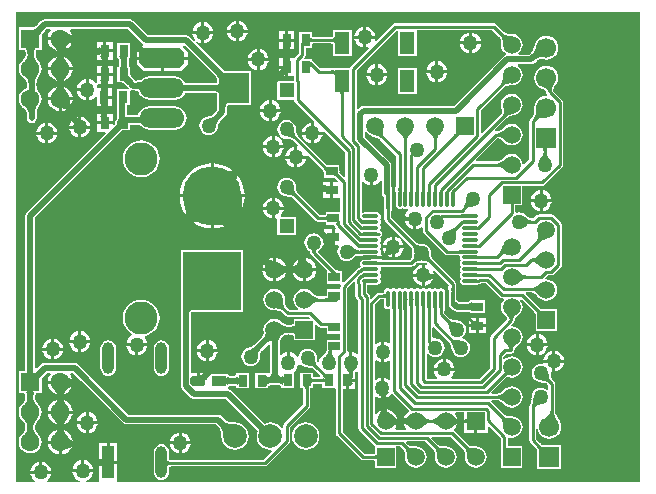
<source format=gtl>
G04*
G04 #@! TF.GenerationSoftware,Altium Limited,Altium Designer,19.0.12 (326)*
G04*
G04 Layer_Physical_Order=1*
G04 Layer_Color=255*
%FSLAX25Y25*%
%MOIN*%
G70*
G01*
G75*
%ADD13C,0.01000*%
%ADD18R,0.03150X0.03937*%
G04:AMPARAMS|DCode=19|XSize=150mil|YSize=65mil|CornerRadius=0mil|HoleSize=0mil|Usage=FLASHONLY|Rotation=0.000|XOffset=0mil|YOffset=0mil|HoleType=Round|Shape=Octagon|*
%AMOCTAGOND19*
4,1,8,0.07500,-0.01625,0.07500,0.01625,0.05875,0.03250,-0.05875,0.03250,-0.07500,0.01625,-0.07500,-0.01625,-0.05875,-0.03250,0.05875,-0.03250,0.07500,-0.01625,0.0*
%
%ADD19OCTAGOND19*%

%ADD20O,0.15000X0.06500*%
%ADD21R,0.10000X0.10000*%
%ADD22O,0.05709X0.01181*%
%ADD23O,0.01181X0.05709*%
%ADD24R,0.03937X0.03150*%
%ADD25R,0.05000X0.05000*%
%ADD26R,0.05000X0.03500*%
G04:AMPARAMS|DCode=27|XSize=50mil|YSize=35mil|CornerRadius=0mil|HoleSize=0mil|Usage=FLASHONLY|Rotation=180.000|XOffset=0mil|YOffset=0mil|HoleType=Round|Shape=Octagon|*
%AMOCTAGOND27*
4,1,8,-0.02500,0.00875,-0.02500,-0.00875,-0.01625,-0.01750,0.01625,-0.01750,0.02500,-0.00875,0.02500,0.00875,0.01625,0.01750,-0.01625,0.01750,-0.02500,0.00875,0.0*
%
%ADD27OCTAGOND27*%

%ADD28O,0.03937X0.10630*%
%ADD29R,0.03937X0.10630*%
%ADD30R,0.05118X0.07480*%
%ADD56C,0.02000*%
%ADD57C,0.05906*%
%ADD58R,0.05906X0.05906*%
%ADD59C,0.06693*%
%ADD60R,0.06693X0.06693*%
%ADD61C,0.05000*%
%ADD62R,0.05906X0.05906*%
%ADD63R,0.19685X0.19685*%
%ADD64C,0.19685*%
%ADD65C,0.11024*%
%ADD66C,0.06299*%
%ADD67R,0.06299X0.06299*%
%ADD68C,0.07874*%
G36*
X209379Y1122D02*
X35167D01*
X34969Y1539D01*
X34969Y1622D01*
Y7354D01*
X32000D01*
X30055D01*
Y5957D01*
X30036Y6127D01*
X29979Y6280D01*
X29884Y6414D01*
X29750Y6531D01*
X29578Y6630D01*
X29368Y6711D01*
X29120Y6774D01*
X29032Y6787D01*
Y1622D01*
X29032Y1539D01*
X28833Y1122D01*
X24526D01*
X24414Y1590D01*
X25265Y1943D01*
X25996Y2504D01*
X26557Y3235D01*
X26910Y4086D01*
X26964Y4500D01*
X20036D01*
X20090Y4086D01*
X20443Y3235D01*
X21004Y2504D01*
X21735Y1943D01*
X22586Y1590D01*
X22474Y1122D01*
X11668D01*
X11498Y1622D01*
X11996Y2004D01*
X12557Y2735D01*
X12910Y3586D01*
X12964Y4000D01*
X6036D01*
X6090Y3586D01*
X6443Y2735D01*
X7004Y2004D01*
X7502Y1622D01*
X7332Y1122D01*
X1122D01*
X1122Y157878D01*
X209378D01*
X209379Y1122D01*
D02*
G37*
%LPC*%
G36*
X160500Y154122D02*
X160500Y154122D01*
X127700D01*
X127700Y154122D01*
X127271Y154036D01*
X126907Y153793D01*
X121275Y148161D01*
X120851Y148444D01*
X120910Y148586D01*
X120964Y149000D01*
X118000D01*
Y146036D01*
X118414Y146090D01*
X118556Y146149D01*
X118839Y145725D01*
X112907Y139793D01*
X112664Y139429D01*
X112646Y139340D01*
X107577D01*
X107548Y139361D01*
X107470Y139348D01*
X107397Y139378D01*
X107309Y139340D01*
X106790D01*
Y139169D01*
X106563Y139151D01*
X106394Y139149D01*
X106329Y139122D01*
X102614D01*
X100861Y140875D01*
X100833Y140943D01*
X100451Y141321D01*
X100443Y141324D01*
X100440Y141332D01*
X100248Y141514D01*
X99927Y141848D01*
Y142069D01*
X99516Y142083D01*
X99485Y142080D01*
X99118Y142153D01*
X98693Y142069D01*
X97461D01*
X97269Y142530D01*
X97470Y142731D01*
X97470Y142731D01*
X97713Y143095D01*
X97799Y143524D01*
X97799Y143524D01*
Y145464D01*
X97826Y145526D01*
X97831Y145696D01*
X97842Y145821D01*
X97857Y145915D01*
X97862Y145931D01*
X99927D01*
Y147317D01*
X99935Y147319D01*
X100031Y147335D01*
X100159Y147346D01*
X100332Y147351D01*
X100394Y147378D01*
X106323D01*
X106385Y147351D01*
X106557Y147346D01*
X106685Y147335D01*
X106781Y147319D01*
X106790Y147317D01*
Y143258D01*
X113108D01*
Y151939D01*
X106790D01*
Y149683D01*
X106781Y149681D01*
X106685Y149665D01*
X106557Y149654D01*
X106385Y149649D01*
X106323Y149622D01*
X100394D01*
X100332Y149649D01*
X100159Y149654D01*
X100031Y149665D01*
X99935Y149681D01*
X99927Y149683D01*
Y151068D01*
X95577D01*
Y147534D01*
X95556Y147425D01*
X95556Y147425D01*
Y146588D01*
X95540Y146551D01*
X95528Y145551D01*
X95529Y145547D01*
X95528Y145544D01*
X95556Y145476D01*
Y143989D01*
X94383Y142816D01*
X94028Y142469D01*
X92501D01*
X92503Y142437D01*
X92543Y142176D01*
X92593Y141956D01*
X92655Y141777D01*
X92729Y141637D01*
X92813Y141536D01*
X92909Y141477D01*
X93015Y141456D01*
X91953D01*
Y139500D01*
Y138309D01*
X92718Y137543D01*
X92563Y137657D01*
X92379Y137713D01*
X92167D01*
X91953Y137663D01*
Y136531D01*
X93956D01*
Y134923D01*
X93956Y134923D01*
X93891Y134844D01*
X88400D01*
Y128644D01*
X93490D01*
X93978Y128556D01*
X94064Y128127D01*
X94307Y127763D01*
X100617Y121453D01*
X100500Y121216D01*
Y118000D01*
X103716D01*
X103953Y118117D01*
X110978Y111092D01*
Y102981D01*
X110517Y102790D01*
X109662Y103644D01*
X109640Y103706D01*
X109288Y104084D01*
X109175Y104225D01*
X109091Y104347D01*
X109069Y104386D01*
Y104588D01*
X109106Y104678D01*
X109086Y104727D01*
X109098Y104779D01*
X109069Y104828D01*
Y107002D01*
X104847D01*
X104291Y107547D01*
X104225Y107573D01*
X95154Y116645D01*
X95135Y116702D01*
X95035Y116815D01*
X94965Y116918D01*
X94899Y117044D01*
X94836Y117197D01*
X94780Y117378D01*
X94733Y117586D01*
X94696Y117812D01*
X94652Y118377D01*
X94649Y118694D01*
X94620Y118762D01*
X94520Y119522D01*
X94208Y120276D01*
X93711Y120924D01*
X93063Y121420D01*
X92309Y121733D01*
X91500Y121839D01*
X90691Y121733D01*
X89937Y121420D01*
X89289Y120924D01*
X88792Y120276D01*
X88480Y119522D01*
X88373Y118713D01*
X88480Y117903D01*
X88792Y117149D01*
X89289Y116502D01*
X89937Y116005D01*
X90691Y115692D01*
X91437Y115594D01*
X91505Y115564D01*
X92138Y115544D01*
X92392Y115518D01*
X92627Y115480D01*
X92835Y115432D01*
X93015Y115376D01*
X93168Y115314D01*
X93295Y115247D01*
X93397Y115178D01*
X93511Y115078D01*
X93568Y115059D01*
X95182Y113445D01*
X95000Y113076D01*
Y110000D01*
X98076D01*
X98445Y110182D01*
X103341Y105285D01*
X103366Y105221D01*
X103490Y105091D01*
X103587Y104977D01*
X103671Y104867D01*
X103739Y104762D01*
X103794Y104664D01*
X103837Y104571D01*
X103868Y104484D01*
X103889Y104403D01*
X103901Y104326D01*
X103907Y104218D01*
X103931Y104168D01*
Y102652D01*
X106893D01*
X106941Y102622D01*
X106993Y102635D01*
X107042Y102614D01*
X107133Y102652D01*
X107335D01*
X107374Y102629D01*
X107488Y102550D01*
X107816Y102273D01*
X108005Y102090D01*
X108070Y102064D01*
X108570Y101564D01*
X108379Y101102D01*
X107000D01*
Y98527D01*
Y95953D01*
X109378D01*
Y91324D01*
X104431D01*
Y90333D01*
X104423Y90330D01*
X104327Y90314D01*
X104199Y90303D01*
X104027Y90299D01*
X103964Y90271D01*
X102315D01*
X95154Y97432D01*
X95135Y97489D01*
X95035Y97602D01*
X94965Y97705D01*
X94899Y97832D01*
X94836Y97985D01*
X94780Y98165D01*
X94733Y98373D01*
X94696Y98599D01*
X94652Y99164D01*
X94649Y99481D01*
X94620Y99550D01*
X94520Y100309D01*
X94208Y101063D01*
X93711Y101711D01*
X93063Y102208D01*
X92309Y102520D01*
X91500Y102627D01*
X90691Y102520D01*
X89937Y102208D01*
X89289Y101711D01*
X88792Y101063D01*
X88480Y100309D01*
X88373Y99500D01*
X88480Y98691D01*
X88792Y97937D01*
X89289Y97289D01*
X89937Y96792D01*
X90691Y96480D01*
X91437Y96381D01*
X91505Y96351D01*
X92138Y96332D01*
X92392Y96305D01*
X92627Y96267D01*
X92835Y96220D01*
X93015Y96164D01*
X93168Y96101D01*
X93295Y96034D01*
X93397Y95965D01*
X93511Y95865D01*
X93568Y95846D01*
X101057Y88357D01*
X101057Y88357D01*
X101421Y88113D01*
X101850Y88028D01*
X103964D01*
X104027Y88000D01*
X104199Y87996D01*
X104327Y87985D01*
X104423Y87969D01*
X104431Y87967D01*
Y86975D01*
X107336D01*
X107373Y86886D01*
X107432Y86590D01*
X107676Y86226D01*
X108014Y85887D01*
X107823Y85425D01*
X107500D01*
Y82850D01*
Y80276D01*
X108708D01*
X108955Y79776D01*
X108792Y79563D01*
X108480Y78809D01*
X108373Y78000D01*
X108480Y77191D01*
X108792Y76437D01*
X109289Y75789D01*
X109937Y75292D01*
X110691Y74980D01*
X111500Y74873D01*
X112309Y74980D01*
X113063Y75292D01*
X113671Y75759D01*
X113737Y75784D01*
X114197Y76218D01*
X114394Y76380D01*
X114586Y76519D01*
X114766Y76632D01*
X114933Y76720D01*
X115065Y76776D01*
X115444Y76547D01*
X119366D01*
X121856D01*
Y76592D01*
X121869Y76590D01*
X121901Y76588D01*
X122871Y76582D01*
X122875Y76547D01*
X123152D01*
X123128Y76668D01*
X122777Y77194D01*
X122594Y77316D01*
X122751Y77551D01*
X122844Y78016D01*
X122751Y78480D01*
X122488Y78874D01*
Y79126D01*
X122751Y79520D01*
X122844Y79984D01*
X122751Y80449D01*
X122650Y80601D01*
X122529Y80968D01*
X122650Y81336D01*
X122751Y81488D01*
X122844Y81953D01*
X122751Y82417D01*
X122703Y82489D01*
X122542Y82861D01*
X122831Y83130D01*
X122880Y83163D01*
X123123Y83527D01*
X123208Y83956D01*
X123123Y84385D01*
X122880Y84749D01*
X122863Y84760D01*
X122523Y85006D01*
X122735Y85401D01*
X122751Y85425D01*
X122844Y85890D01*
X122751Y86354D01*
X122488Y86748D01*
Y87000D01*
X122751Y87394D01*
X122844Y87858D01*
X122751Y88323D01*
X122488Y88717D01*
Y88968D01*
X122751Y89362D01*
X122844Y89827D01*
X122751Y90291D01*
X122488Y90685D01*
X122095Y90948D01*
X121630Y91041D01*
X117102D01*
X116922Y91005D01*
X116422Y91359D01*
Y101228D01*
X116922Y101398D01*
X117224Y101004D01*
X117955Y100443D01*
X118807Y100090D01*
X119220Y100036D01*
Y103500D01*
X120220D01*
Y100036D01*
X120634Y100090D01*
X121486Y100443D01*
X122217Y101004D01*
X122632Y101546D01*
X123132Y101376D01*
Y97488D01*
X123257Y96864D01*
X123610Y96335D01*
X123959Y96101D01*
Y93370D01*
X123996Y93186D01*
X123979Y93144D01*
X123984Y93131D01*
X123979Y93117D01*
X124024Y92050D01*
X124052Y91991D01*
Y88827D01*
X124052Y88827D01*
X124137Y88398D01*
X124380Y88034D01*
X132846Y79568D01*
X132866Y79511D01*
X132965Y79397D01*
X133035Y79295D01*
X133101Y79168D01*
X133164Y79015D01*
X133220Y78835D01*
X133267Y78627D01*
X133304Y78400D01*
X133348Y77836D01*
X133351Y77519D01*
X133356Y77506D01*
X133351Y77495D01*
X133332Y76862D01*
X133305Y76608D01*
X133267Y76373D01*
X133220Y76165D01*
X133164Y75985D01*
X133101Y75832D01*
X133035Y75705D01*
X132965Y75603D01*
X132866Y75489D01*
X132846Y75432D01*
X132614Y75200D01*
X123554D01*
X123520Y75219D01*
X123290Y75547D01*
X122214D01*
X121939Y75531D01*
X121888Y75517D01*
X121856Y75502D01*
Y75547D01*
X119366D01*
X115580D01*
X115604Y75427D01*
X115956Y74901D01*
X116138Y74779D01*
X115981Y74543D01*
X115889Y74079D01*
X115981Y73614D01*
X116029Y73542D01*
X116191Y73171D01*
X115902Y72901D01*
X115852Y72869D01*
X115852Y72869D01*
X115527Y72543D01*
X115310Y72500D01*
X114946Y72257D01*
X114946Y72257D01*
X110419Y67729D01*
X109919Y67936D01*
Y71675D01*
X108586D01*
X108535Y71699D01*
X108428Y71705D01*
X108352Y71716D01*
X108272Y71737D01*
X108186Y71768D01*
X108094Y71810D01*
X107995Y71865D01*
X107891Y71934D01*
X107781Y72017D01*
X107666Y72116D01*
X107535Y72240D01*
X107471Y72265D01*
X102037Y77699D01*
X102035Y77702D01*
X101995Y77773D01*
X102055Y78226D01*
X102113Y78330D01*
X102711Y78789D01*
X103208Y79437D01*
X103520Y80191D01*
X103532Y80277D01*
X104032Y80276D01*
Y80276D01*
X106500D01*
Y82350D01*
X104032D01*
Y81756D01*
X103532Y81723D01*
X103520Y81809D01*
X103208Y82563D01*
X102711Y83211D01*
X102063Y83708D01*
X101309Y84020D01*
X100500Y84127D01*
X99691Y84020D01*
X98937Y83708D01*
X98289Y83211D01*
X97792Y82563D01*
X97480Y81809D01*
X97373Y81000D01*
X97480Y80191D01*
X97792Y79437D01*
X98289Y78789D01*
X98937Y78292D01*
X99143Y78207D01*
X99207Y78130D01*
X99257Y78104D01*
X99260Y78101D01*
X99265Y78096D01*
X99274Y78084D01*
X99288Y78059D01*
X99305Y78016D01*
X99322Y77954D01*
X99336Y77872D01*
X99347Y77770D01*
X99351Y77630D01*
X99407Y77505D01*
X99464Y77220D01*
X99707Y76857D01*
X104513Y72050D01*
X104782Y71675D01*
X104782D01*
X104782Y71675D01*
Y67325D01*
X109334D01*
X109337Y67323D01*
X109579Y66825D01*
X109464Y66654D01*
X109378Y66224D01*
X109378Y66224D01*
Y65376D01*
X104782D01*
Y63185D01*
X104766Y63180D01*
X104672Y63165D01*
X104547Y63154D01*
X104377Y63149D01*
X104315Y63122D01*
X102106D01*
X102054Y63148D01*
X101885Y63160D01*
X101743Y63190D01*
X101577Y63246D01*
X101389Y63331D01*
X101181Y63447D01*
X100955Y63596D01*
X100718Y63773D01*
X100177Y64246D01*
X99889Y64530D01*
X99836Y64551D01*
X99116Y65103D01*
X98252Y65461D01*
X97324Y65583D01*
X96397Y65461D01*
X95533Y65103D01*
X94790Y64534D01*
X94221Y63792D01*
X93863Y62927D01*
X93741Y62000D01*
X93863Y61073D01*
X94221Y60208D01*
X94790Y59466D01*
X95317Y59062D01*
X95147Y58562D01*
X92348D01*
X91498Y59412D01*
X91480Y59467D01*
X91369Y59595D01*
X91290Y59717D01*
X91212Y59874D01*
X91140Y60067D01*
X91075Y60296D01*
X91020Y60561D01*
X90978Y60854D01*
X90929Y61571D01*
X90926Y61975D01*
X90904Y62028D01*
X90785Y62927D01*
X90428Y63792D01*
X89858Y64534D01*
X89116Y65103D01*
X88252Y65461D01*
X87324Y65583D01*
X86397Y65461D01*
X85532Y65103D01*
X84790Y64534D01*
X84221Y63792D01*
X83863Y62927D01*
X83741Y62000D01*
X83863Y61073D01*
X84221Y60208D01*
X84790Y59466D01*
X85532Y58897D01*
X86397Y58539D01*
X87296Y58420D01*
X87349Y58398D01*
X87753Y58395D01*
X88470Y58346D01*
X88763Y58304D01*
X89028Y58249D01*
X89258Y58184D01*
X89450Y58112D01*
X89607Y58034D01*
X89729Y57955D01*
X89857Y57844D01*
X89912Y57826D01*
X91091Y56647D01*
X91091Y56647D01*
X91454Y56404D01*
X91884Y56319D01*
X91884Y56319D01*
X98836D01*
X99080Y56017D01*
X98878Y55553D01*
X93771D01*
Y54109D01*
X93750Y54068D01*
X93738Y53955D01*
X93730Y53934D01*
X93718Y53915D01*
X93681Y53881D01*
X93600Y53832D01*
X93464Y53777D01*
X93272Y53725D01*
X93026Y53685D01*
X92729Y53659D01*
X92366Y53649D01*
X92326Y53631D01*
X91938D01*
X91899Y53649D01*
X91650Y53659D01*
X91433Y53684D01*
X91225Y53727D01*
X91023Y53786D01*
X90826Y53862D01*
X90634Y53956D01*
X90445Y54068D01*
X90260Y54199D01*
X90077Y54350D01*
X89881Y54537D01*
X89827Y54558D01*
X89116Y55103D01*
X88252Y55461D01*
X87324Y55583D01*
X86397Y55461D01*
X85532Y55103D01*
X84790Y54534D01*
X84221Y53792D01*
X83863Y52927D01*
X83741Y52000D01*
X83793Y51600D01*
X83760Y51483D01*
X83788Y51229D01*
X83793Y51014D01*
X83779Y50810D01*
X83747Y50616D01*
X83697Y50431D01*
X83629Y50252D01*
X83542Y50078D01*
X83434Y49907D01*
X83304Y49739D01*
X83134Y49553D01*
X83121Y49518D01*
X83089Y49499D01*
X83084Y49479D01*
X80610Y47005D01*
X80569Y46989D01*
X80402Y46830D01*
X80247Y46697D01*
X80092Y46578D01*
X79937Y46473D01*
X79783Y46382D01*
X79629Y46303D01*
X79474Y46237D01*
X79320Y46184D01*
X79164Y46142D01*
X78984Y46107D01*
X78895Y46047D01*
X78691Y46020D01*
X77937Y45708D01*
X77289Y45211D01*
X76792Y44563D01*
X76480Y43809D01*
X76373Y43000D01*
X76480Y42191D01*
X76792Y41437D01*
X77289Y40789D01*
X77937Y40292D01*
X78691Y39980D01*
X79500Y39873D01*
X80309Y39980D01*
X81063Y40292D01*
X81711Y40789D01*
X82208Y41437D01*
X82520Y42191D01*
X82627Y43000D01*
X82573Y43405D01*
X82605Y43521D01*
X82584Y43688D01*
X82582Y43817D01*
X82594Y43943D01*
X82620Y44069D01*
X82661Y44198D01*
X82719Y44330D01*
X82796Y44467D01*
X82893Y44610D01*
X83012Y44756D01*
X83167Y44923D01*
X83182Y44963D01*
X83199Y44979D01*
X83228Y44998D01*
X83231Y45011D01*
X85430Y47211D01*
X85930Y47004D01*
Y38201D01*
X85913Y38165D01*
X85904Y37985D01*
X85506Y37541D01*
X85324Y37569D01*
Y37569D01*
X84804D01*
X84714Y37606D01*
X84673Y37589D01*
X84630Y37601D01*
X84574Y37569D01*
X80975D01*
Y32432D01*
X85324D01*
Y33021D01*
X85346Y33061D01*
X85358Y33175D01*
X85366Y33196D01*
X85379Y33215D01*
X85416Y33250D01*
X85498Y33299D01*
X85633Y33354D01*
X85825Y33406D01*
X86071Y33446D01*
X86368Y33472D01*
X86729Y33482D01*
X86770Y33500D01*
X87426D01*
X87434Y33494D01*
X87462Y33500D01*
X87661D01*
X87689Y33494D01*
X87697Y33500D01*
X88231D01*
X88271Y33482D01*
X88632Y33473D01*
X88929Y33448D01*
X89175Y33409D01*
X89368Y33359D01*
X89504Y33306D01*
X89584Y33259D01*
X89619Y33228D01*
X89627Y33216D01*
X89631Y33206D01*
X89642Y33104D01*
X89676Y33043D01*
Y32563D01*
X90197D01*
X90288Y32525D01*
X90322Y32540D01*
X90359Y32529D01*
X90420Y32563D01*
X94025D01*
Y37700D01*
X94025Y37700D01*
X94025D01*
X94083Y38187D01*
X94496Y38504D01*
X95057Y39235D01*
X95410Y40086D01*
X95469Y40536D01*
X95992Y40676D01*
X96289Y40289D01*
X96937Y39792D01*
X97691Y39480D01*
X98437Y39382D01*
X98505Y39351D01*
X99138Y39331D01*
X99392Y39305D01*
X99627Y39267D01*
X99835Y39220D01*
X100015Y39164D01*
X100168Y39101D01*
X100295Y39035D01*
X100398Y38965D01*
X100511Y38866D01*
X100535Y38829D01*
X102611Y36753D01*
X102589Y36581D01*
X102515Y36442D01*
X102362Y36253D01*
X100792D01*
X100729Y36280D01*
X100557Y36285D01*
X100429Y36296D01*
X100333Y36312D01*
X100324Y36314D01*
Y37700D01*
X95975D01*
Y32563D01*
X96967D01*
X96969Y32554D01*
X96985Y32458D01*
X96996Y32330D01*
X97000Y32158D01*
X97028Y32096D01*
Y27114D01*
X90707Y20793D01*
X90464Y20429D01*
X90378Y20000D01*
X90378Y20000D01*
Y19023D01*
X89878Y18898D01*
X89236Y19736D01*
X88288Y20463D01*
X87184Y20920D01*
X86000Y21076D01*
X84816Y20920D01*
X84159Y20648D01*
X73187Y31620D01*
X72658Y31974D01*
X72182Y32068D01*
X72060Y32518D01*
X72060Y32587D01*
Y32990D01*
X72092Y33046D01*
X72097Y33079D01*
X72109Y33088D01*
X72194Y33130D01*
X72339Y33178D01*
X72530Y33219D01*
X73108Y33277D01*
X73363Y33283D01*
X73634Y33276D01*
X73935Y33253D01*
X74184Y33216D01*
X74380Y33169D01*
X74520Y33118D01*
X74602Y33073D01*
X74633Y33047D01*
X74643Y32967D01*
X74676Y32908D01*
Y32432D01*
X75196D01*
X75286Y32394D01*
X75324Y32410D01*
X75364Y32399D01*
X75423Y32432D01*
X79025D01*
Y37569D01*
X75390D01*
X75370Y37580D01*
X75335Y37569D01*
X75302Y37584D01*
X75265Y37569D01*
X74676D01*
Y37044D01*
X74654Y37004D01*
X74642Y36891D01*
X74634Y36869D01*
X74621Y36850D01*
X74584Y36816D01*
X74502Y36766D01*
X74367Y36711D01*
X74175Y36660D01*
X73929Y36619D01*
X73632Y36593D01*
X73386Y36586D01*
X72777Y36609D01*
X72522Y36637D01*
X72312Y36676D01*
X72158Y36718D01*
X72066Y36756D01*
X72060Y36759D01*
Y37218D01*
X71539D01*
X71448Y37255D01*
X71399Y37235D01*
X71348Y37248D01*
X71299Y37218D01*
X65860D01*
Y36870D01*
X65863Y36869D01*
X65860Y36867D01*
Y36485D01*
X65368Y36345D01*
X64813Y35693D01*
X64582Y35364D01*
X64410Y35065D01*
X64297Y34798D01*
X64243Y34562D01*
X64248Y34357D01*
X64313Y34183D01*
X64436Y34040D01*
X62460Y35679D01*
Y34868D01*
X61460D01*
Y36509D01*
X61357Y36594D01*
X61460Y36532D01*
Y37618D01*
X59835D01*
X59492Y37760D01*
Y56364D01*
X59509Y56404D01*
X59519Y56764D01*
X59545Y57060D01*
X59586Y57303D01*
X59637Y57493D01*
X59692Y57627D01*
X59741Y57707D01*
X59774Y57744D01*
X59793Y57756D01*
X59814Y57764D01*
X59928Y57776D01*
X59991Y57810D01*
X77065D01*
Y78694D01*
X56179D01*
Y58512D01*
X56142Y58421D01*
X56147Y58410D01*
X56142Y58399D01*
X56211Y56399D01*
X56229Y56360D01*
Y33330D01*
X56353Y32706D01*
X56707Y32177D01*
X59570Y29313D01*
X60100Y28960D01*
X60724Y28835D01*
X71358D01*
X81852Y18341D01*
X81580Y17684D01*
X81424Y16500D01*
X81580Y15316D01*
X82037Y14212D01*
X82764Y13264D01*
X83712Y12537D01*
X84816Y12080D01*
X86000Y11924D01*
X86336Y11968D01*
X86557Y11520D01*
X83659Y8622D01*
X52769D01*
X52707Y8649D01*
X52534Y8654D01*
X52407Y8665D01*
X52310Y8681D01*
X52307Y8681D01*
Y11201D01*
X52219Y11871D01*
X51960Y12496D01*
X51548Y13033D01*
X51012Y13444D01*
X50387Y13703D01*
X49716Y13792D01*
X49046Y13703D01*
X48421Y13444D01*
X47885Y13033D01*
X47473Y12496D01*
X47214Y11871D01*
X47126Y11201D01*
Y4508D01*
X47214Y3837D01*
X47473Y3213D01*
X47885Y2676D01*
X48421Y2264D01*
X49046Y2005D01*
X49716Y1917D01*
X50387Y2005D01*
X51012Y2264D01*
X51548Y2676D01*
X51960Y3213D01*
X52219Y3837D01*
X52307Y4508D01*
Y6318D01*
X52310Y6319D01*
X52407Y6335D01*
X52534Y6346D01*
X52707Y6351D01*
X52769Y6379D01*
X84123D01*
X84123Y6378D01*
X84553Y6464D01*
X84917Y6707D01*
X92293Y14084D01*
X92293Y14084D01*
X92536Y14447D01*
X92622Y14877D01*
X92622Y14877D01*
Y19535D01*
X98943Y25857D01*
X98943Y25857D01*
X99186Y26220D01*
X99271Y26650D01*
X99271Y26650D01*
Y32096D01*
X99299Y32158D01*
X99303Y32330D01*
X99314Y32458D01*
X99330Y32554D01*
X99333Y32563D01*
X100324D01*
Y33948D01*
X100333Y33950D01*
X100429Y33966D01*
X100557Y33977D01*
X100729Y33982D01*
X100792Y34010D01*
X102783D01*
X102846Y33982D01*
X103018Y33977D01*
X103146Y33966D01*
X103242Y33950D01*
X103250Y33948D01*
Y32563D01*
X107600D01*
X107928Y32199D01*
Y17450D01*
X107928Y17450D01*
X108013Y17021D01*
X108256Y16657D01*
X116207Y8707D01*
X116207Y8707D01*
X116571Y8464D01*
X117000Y8378D01*
X120480D01*
X120542Y8351D01*
X120715Y8346D01*
X120843Y8335D01*
X120939Y8319D01*
X120947Y8317D01*
Y5947D01*
X128053D01*
Y13053D01*
X128523Y13126D01*
X129288D01*
X130326Y12088D01*
X130344Y12033D01*
X130455Y11905D01*
X130534Y11783D01*
X130612Y11626D01*
X130684Y11433D01*
X130749Y11204D01*
X130804Y10939D01*
X130846Y10646D01*
X130895Y9929D01*
X130898Y9525D01*
X130920Y9472D01*
X131039Y8573D01*
X131397Y7708D01*
X131966Y6966D01*
X132708Y6397D01*
X133573Y6039D01*
X134500Y5917D01*
X135427Y6039D01*
X136292Y6397D01*
X137034Y6966D01*
X137603Y7708D01*
X137961Y8573D01*
X138083Y9500D01*
X137961Y10428D01*
X137603Y11292D01*
X137034Y12034D01*
X136292Y12603D01*
X135427Y12961D01*
X134528Y13080D01*
X134475Y13102D01*
X134071Y13105D01*
X133354Y13154D01*
X133061Y13196D01*
X132796Y13251D01*
X132567Y13316D01*
X132374Y13388D01*
X132217Y13466D01*
X132095Y13545D01*
X131967Y13656D01*
X131912Y13674D01*
X131322Y14264D01*
X131514Y14726D01*
X137688D01*
X140326Y12088D01*
X140344Y12033D01*
X140455Y11905D01*
X140534Y11783D01*
X140612Y11626D01*
X140684Y11433D01*
X140749Y11204D01*
X140804Y10939D01*
X140846Y10646D01*
X140895Y9929D01*
X140898Y9525D01*
X140920Y9472D01*
X141039Y8573D01*
X141397Y7708D01*
X141966Y6966D01*
X142708Y6397D01*
X143573Y6039D01*
X144500Y5917D01*
X145427Y6039D01*
X146292Y6397D01*
X147034Y6966D01*
X147603Y7708D01*
X147961Y8573D01*
X148083Y9500D01*
X147961Y10428D01*
X147603Y11292D01*
X147034Y12034D01*
X146292Y12603D01*
X145427Y12961D01*
X144528Y13080D01*
X144475Y13102D01*
X144071Y13105D01*
X143354Y13154D01*
X143061Y13196D01*
X142796Y13251D01*
X142567Y13316D01*
X142374Y13388D01*
X142217Y13466D01*
X142095Y13545D01*
X141967Y13656D01*
X141912Y13674D01*
X139722Y15864D01*
X139914Y16326D01*
X146088D01*
X150326Y12088D01*
X150344Y12033D01*
X150455Y11905D01*
X150534Y11783D01*
X150612Y11626D01*
X150684Y11433D01*
X150749Y11204D01*
X150804Y10939D01*
X150846Y10646D01*
X150895Y9929D01*
X150898Y9525D01*
X150920Y9472D01*
X151039Y8573D01*
X151397Y7708D01*
X151966Y6966D01*
X152708Y6397D01*
X153573Y6039D01*
X154500Y5917D01*
X155427Y6039D01*
X156292Y6397D01*
X157034Y6966D01*
X157603Y7708D01*
X157961Y8573D01*
X158083Y9500D01*
X157961Y10428D01*
X157603Y11292D01*
X157034Y12034D01*
X156292Y12603D01*
X155427Y12961D01*
X154528Y13080D01*
X154475Y13102D01*
X154071Y13105D01*
X153354Y13154D01*
X153061Y13196D01*
X152796Y13251D01*
X152567Y13316D01*
X152374Y13388D01*
X152217Y13466D01*
X152095Y13545D01*
X151967Y13656D01*
X151912Y13674D01*
X147442Y18145D01*
X147371Y18456D01*
X147410Y18799D01*
X147953Y19507D01*
X148351Y20468D01*
X148395Y20805D01*
X148272Y20749D01*
X148020Y20608D01*
X147758Y20436D01*
X147485Y20232D01*
X146911Y19731D01*
X146609Y19433D01*
Y21000D01*
X144500D01*
Y22000D01*
X146609D01*
Y23567D01*
X146911Y23269D01*
X147485Y22768D01*
X147758Y22564D01*
X148020Y22392D01*
X148272Y22251D01*
X148395Y22195D01*
X148351Y22532D01*
X147953Y23493D01*
X147617Y23931D01*
X147863Y24431D01*
X150547D01*
Y22000D01*
X150559D01*
D01*
X150751Y22005D01*
X150924Y22020D01*
X151075Y22045D01*
X151207Y22080D01*
X151318Y22125D01*
X151409Y22180D01*
X151480Y22245D01*
X151531Y22320D01*
X151561Y22405D01*
X151571Y22500D01*
Y22000D01*
X154500D01*
Y21500D01*
X155000D01*
Y17547D01*
X158453D01*
Y19645D01*
X158915Y19836D01*
X162926Y15825D01*
Y13577D01*
X162898Y13509D01*
X162899Y13505D01*
X162898Y13501D01*
X162910Y12502D01*
X162926Y12465D01*
Y12021D01*
X162926Y12021D01*
X162947Y11913D01*
Y6016D01*
X170053D01*
Y13121D01*
X165231D01*
X165228Y13132D01*
X165212Y13228D01*
X165201Y13354D01*
X165197Y13526D01*
X165169Y13588D01*
Y15829D01*
X165669Y16094D01*
X166500Y15985D01*
X167427Y16107D01*
X168292Y16465D01*
X169034Y17035D01*
X169603Y17777D01*
X169961Y18641D01*
X170083Y19568D01*
X169961Y20496D01*
X169603Y21360D01*
X169034Y22102D01*
X168292Y22672D01*
X167427Y23030D01*
X166528Y23148D01*
X166475Y23170D01*
X166071Y23174D01*
X165354Y23222D01*
X165061Y23264D01*
X164796Y23319D01*
X164567Y23384D01*
X164374Y23457D01*
X164217Y23534D01*
X164095Y23614D01*
X163967Y23724D01*
X163912Y23743D01*
X159708Y27947D01*
X159915Y28447D01*
X161718D01*
X161770Y28421D01*
X161939Y28408D01*
X162082Y28378D01*
X162247Y28322D01*
X162435Y28238D01*
X162643Y28121D01*
X162869Y27972D01*
X163106Y27795D01*
X163647Y27323D01*
X163935Y27039D01*
X163989Y27017D01*
X164708Y26465D01*
X165573Y26107D01*
X166500Y25985D01*
X167427Y26107D01*
X168292Y26465D01*
X169034Y27035D01*
X169603Y27777D01*
X169961Y28641D01*
X170083Y29568D01*
X169961Y30496D01*
X169603Y31360D01*
X169034Y32102D01*
X168292Y32672D01*
X167427Y33030D01*
X166500Y33152D01*
X165573Y33030D01*
X164708Y32672D01*
X163989Y32120D01*
X163935Y32098D01*
X163647Y31814D01*
X163106Y31342D01*
X162869Y31165D01*
X162643Y31016D01*
X162435Y30900D01*
X162247Y30815D01*
X162082Y30759D01*
X161939Y30729D01*
X161770Y30716D01*
X161718Y30690D01*
X159861D01*
X159670Y31152D01*
X164902Y36385D01*
X165573Y36107D01*
X166500Y35985D01*
X167427Y36107D01*
X168292Y36465D01*
X169034Y37035D01*
X169603Y37777D01*
X169961Y38641D01*
X170083Y39568D01*
X169961Y40496D01*
X169603Y41360D01*
X169034Y42102D01*
X168292Y42672D01*
X167427Y43030D01*
X166500Y43152D01*
X165573Y43030D01*
X164708Y42672D01*
X164069Y42181D01*
X163569Y42338D01*
Y42983D01*
X164580Y43994D01*
X166245D01*
X166674Y44080D01*
X167038Y44323D01*
X167281Y44686D01*
X167335Y44958D01*
X167394Y45078D01*
X167404Y45262D01*
X167429Y45401D01*
X167471Y45536D01*
X167531Y45670D01*
X167612Y45805D01*
X167715Y45942D01*
X167843Y46081D01*
X167999Y46222D01*
X168182Y46363D01*
X168411Y46515D01*
X168433Y46548D01*
X168470Y46559D01*
X168507Y46630D01*
X169034Y47035D01*
X169603Y47777D01*
X169961Y48641D01*
X170083Y49569D01*
X169961Y50496D01*
X169603Y51360D01*
X169034Y52102D01*
X168292Y52672D01*
X167427Y53030D01*
X166628Y53135D01*
X166386Y53600D01*
X167109Y54323D01*
X167109Y54323D01*
X167352Y54686D01*
X167406Y54958D01*
X167464Y55079D01*
X167475Y55265D01*
X167500Y55408D01*
X167542Y55547D01*
X167603Y55685D01*
X167683Y55824D01*
X167786Y55965D01*
X167914Y56109D01*
X168068Y56254D01*
X168249Y56400D01*
X168476Y56557D01*
X168497Y56590D01*
X168535Y56603D01*
X168573Y56681D01*
X169034Y57035D01*
X169603Y57777D01*
X169961Y58641D01*
X170083Y59569D01*
X169961Y60496D01*
X169603Y61360D01*
X169402Y61622D01*
X169600Y62186D01*
X169703Y62211D01*
X173854Y58060D01*
X173878Y57998D01*
X174254Y57594D01*
X174376Y57444D01*
X174447Y57344D01*
Y57173D01*
X174434Y57153D01*
X174445Y57097D01*
X174422Y57044D01*
X174447Y56978D01*
Y51669D01*
X181553D01*
Y58774D01*
X176898D01*
X176879Y58787D01*
X176814Y58774D01*
X176479D01*
X176391Y58824D01*
X176279Y58902D01*
X175967Y59165D01*
X175789Y59337D01*
X175724Y59362D01*
X171154Y63932D01*
X171345Y64394D01*
X173171D01*
X173217Y64370D01*
X173226Y64372D01*
X173235Y64368D01*
X173411Y64355D01*
X173552Y64324D01*
X173709Y64269D01*
X173882Y64184D01*
X174071Y64067D01*
X174273Y63917D01*
X174480Y63739D01*
X174952Y63252D01*
X175198Y62958D01*
X175299Y62905D01*
X175466Y62687D01*
X176208Y62118D01*
X177073Y61760D01*
X178000Y61638D01*
X178927Y61760D01*
X179792Y62118D01*
X180534Y62687D01*
X181103Y63430D01*
X181461Y64294D01*
X181583Y65221D01*
X181461Y66149D01*
X181103Y67013D01*
X180534Y67755D01*
X179792Y68325D01*
X178927Y68683D01*
X178000Y68805D01*
X177919Y68794D01*
X177685Y69268D01*
X178465Y70047D01*
X179679D01*
X179679Y70047D01*
X180108Y70132D01*
X180472Y70376D01*
X182846Y72750D01*
X182846Y72750D01*
X183089Y73113D01*
X183174Y73543D01*
X183174Y73543D01*
Y86900D01*
X183174Y86900D01*
X183089Y87329D01*
X182846Y87693D01*
X182846Y87693D01*
X180472Y90067D01*
X180108Y90310D01*
X179679Y90396D01*
X179679Y90396D01*
X175518D01*
X175518Y90396D01*
X175088Y90310D01*
X174724Y90067D01*
X173779Y89122D01*
X173046D01*
X172992Y89148D01*
X172841Y89158D01*
X172720Y89181D01*
X172583Y89223D01*
X172430Y89288D01*
X172263Y89376D01*
X172083Y89489D01*
X171897Y89623D01*
X171467Y89992D01*
X171240Y90214D01*
X171171Y90241D01*
X170563Y90708D01*
X169809Y91020D01*
X169000Y91127D01*
X168191Y91020D01*
X168117Y90990D01*
X167622Y91326D01*
Y93447D01*
X170053D01*
Y94853D01*
X170072Y94922D01*
X170053Y95070D01*
Y99931D01*
X176644D01*
X176644Y99931D01*
X177073Y100017D01*
X177437Y100260D01*
X183239Y106062D01*
X183483Y106426D01*
X183568Y106855D01*
X183568Y106855D01*
Y127842D01*
X183568Y127842D01*
X183483Y128271D01*
X183239Y128635D01*
X183239Y128635D01*
X180272Y131602D01*
X180275Y131625D01*
X180321Y131849D01*
X180386Y132081D01*
X180472Y132321D01*
X180578Y132569D01*
X180703Y132818D01*
X181034Y133368D01*
X181232Y133651D01*
X181244Y133703D01*
X181284Y133738D01*
X181288Y133802D01*
X181447Y134010D01*
X181845Y134970D01*
X181981Y136000D01*
X181845Y137030D01*
X181447Y137990D01*
X180815Y138815D01*
X179990Y139447D01*
X179030Y139845D01*
X178000Y139980D01*
X176970Y139845D01*
X176010Y139447D01*
X175185Y138815D01*
X174553Y137990D01*
X174155Y137030D01*
X174020Y136000D01*
X174155Y134970D01*
X174553Y134010D01*
X175185Y133185D01*
X176010Y132553D01*
X176766Y132240D01*
X176804Y132196D01*
X176852Y132193D01*
X176889Y132162D01*
X177148Y132078D01*
X177349Y131994D01*
X177513Y131905D01*
X177643Y131815D01*
X177741Y131725D01*
X177814Y131636D01*
X177867Y131545D01*
X177905Y131446D01*
X177929Y131333D01*
X177941Y131156D01*
X178000Y131037D01*
X178053Y130770D01*
X178267Y130450D01*
X178195Y130200D01*
X178081Y129970D01*
X178000Y129981D01*
X176970Y129845D01*
X176010Y129447D01*
X175185Y128815D01*
X174553Y127990D01*
X174155Y127030D01*
X174021Y126010D01*
X174004Y125970D01*
X174001Y125490D01*
X173949Y124643D01*
X173902Y124293D01*
X173842Y123978D01*
X173769Y123707D01*
X173688Y123479D01*
X173601Y123296D01*
X173513Y123156D01*
X173393Y123015D01*
X173375Y122961D01*
X172675Y122261D01*
X172431Y121897D01*
X172346Y121468D01*
X172346Y121467D01*
Y108701D01*
X170531Y106886D01*
X170066Y107128D01*
X169961Y107927D01*
X169603Y108792D01*
X169034Y109534D01*
X168292Y110103D01*
X167427Y110461D01*
X166500Y110583D01*
X165573Y110461D01*
X164708Y110103D01*
X163989Y109551D01*
X163935Y109530D01*
X163647Y109246D01*
X163106Y108773D01*
X162869Y108596D01*
X162643Y108447D01*
X162435Y108331D01*
X162247Y108246D01*
X162082Y108190D01*
X161939Y108160D01*
X161770Y108148D01*
X161718Y108122D01*
X154637D01*
X154445Y108583D01*
X161733Y115871D01*
X161770Y115852D01*
X161939Y115840D01*
X162082Y115810D01*
X162247Y115754D01*
X162435Y115669D01*
X162643Y115553D01*
X162869Y115404D01*
X163106Y115227D01*
X163647Y114754D01*
X163935Y114470D01*
X163989Y114449D01*
X164708Y113897D01*
X165573Y113539D01*
X166500Y113417D01*
X167427Y113539D01*
X168292Y113897D01*
X169034Y114466D01*
X169603Y115208D01*
X169961Y116073D01*
X170083Y117000D01*
X170026Y117433D01*
X170074Y117673D01*
X169989Y118102D01*
X169746Y118466D01*
X169735Y118473D01*
X169603Y118792D01*
X169034Y119534D01*
X168292Y120103D01*
X167427Y120461D01*
X166500Y120583D01*
X165573Y120461D01*
X164708Y120103D01*
X163989Y119551D01*
X163935Y119530D01*
X163647Y119246D01*
X163106Y118773D01*
X162869Y118596D01*
X162643Y118447D01*
X162435Y118331D01*
X162247Y118246D01*
X162082Y118190D01*
X161939Y118160D01*
X161770Y118148D01*
X161718Y118122D01*
X161276D01*
X161276Y118122D01*
X161105Y118088D01*
X160858Y118548D01*
X164729Y122420D01*
X164784Y122437D01*
X164877Y122517D01*
X164985Y122590D01*
X165146Y122681D01*
X165337Y122775D01*
X167069Y123408D01*
X167526Y123547D01*
X167526Y123548D01*
X167527Y123547D01*
X167607Y123613D01*
X168292Y123897D01*
X169034Y124466D01*
X169603Y125208D01*
X169961Y126073D01*
X170083Y127000D01*
X170060Y127179D01*
X170074Y127252D01*
X170003Y127610D01*
X169961Y127927D01*
X169603Y128792D01*
X169034Y129534D01*
X168292Y130103D01*
X167427Y130461D01*
X166500Y130583D01*
X165573Y130461D01*
X164708Y130103D01*
X163966Y129534D01*
X163397Y128792D01*
X163039Y127927D01*
X162917Y127000D01*
X163039Y126073D01*
X163069Y125998D01*
X163061Y125927D01*
X163159Y125587D01*
X163224Y125291D01*
X163263Y125022D01*
X163277Y124782D01*
X163269Y124571D01*
X163241Y124389D01*
X163197Y124233D01*
X163138Y124099D01*
X163064Y123983D01*
X162942Y123841D01*
X162924Y123786D01*
X156636Y117499D01*
X156174Y117690D01*
Y125088D01*
X163912Y132826D01*
X163967Y132844D01*
X164095Y132955D01*
X164217Y133034D01*
X164374Y133112D01*
X164567Y133184D01*
X164796Y133249D01*
X165061Y133304D01*
X165354Y133346D01*
X166071Y133395D01*
X166475Y133398D01*
X166528Y133420D01*
X167427Y133539D01*
X168292Y133897D01*
X169034Y134466D01*
X169603Y135208D01*
X169961Y136073D01*
X170083Y137000D01*
X169961Y137927D01*
X169603Y138792D01*
X169034Y139534D01*
X168531Y139920D01*
X168701Y140420D01*
X172974D01*
X173598Y140544D01*
X174127Y140898D01*
X174787Y141557D01*
X174825Y141570D01*
X175029Y141756D01*
X175214Y141892D01*
X175404Y142002D01*
X175601Y142088D01*
X175806Y142151D01*
X176024Y142193D01*
X176256Y142211D01*
X176504Y142206D01*
X176769Y142175D01*
X177076Y142113D01*
X177163Y142130D01*
X178000Y142019D01*
X179030Y142155D01*
X179990Y142553D01*
X180815Y143185D01*
X181447Y144010D01*
X181845Y144970D01*
X181981Y146000D01*
X181845Y147030D01*
X181447Y147990D01*
X180815Y148815D01*
X179990Y149447D01*
X179030Y149845D01*
X178000Y149980D01*
X176970Y149845D01*
X176010Y149447D01*
X175185Y148815D01*
X174553Y147990D01*
X174155Y147030D01*
X174143Y146937D01*
X174103Y146883D01*
X174014Y146518D01*
X173921Y146193D01*
X173698Y145578D01*
X173580Y145316D01*
X173451Y145068D01*
X173315Y144840D01*
X173171Y144632D01*
X173021Y144444D01*
X172846Y144256D01*
X172832Y144216D01*
X172298Y143682D01*
X168834D01*
X168664Y144182D01*
X169034Y144466D01*
X169603Y145208D01*
X169961Y146073D01*
X170083Y147000D01*
X169961Y147927D01*
X169603Y148792D01*
X169034Y149534D01*
X168292Y150103D01*
X167427Y150461D01*
X166528Y150580D01*
X166475Y150602D01*
X166071Y150605D01*
X165354Y150654D01*
X165061Y150696D01*
X164796Y150751D01*
X164567Y150816D01*
X164374Y150888D01*
X164217Y150966D01*
X164095Y151045D01*
X163967Y151156D01*
X163912Y151174D01*
X161293Y153793D01*
X160929Y154036D01*
X160500Y154122D01*
D02*
G37*
G36*
X39250Y155381D02*
X10750D01*
X10125Y155257D01*
X9596Y154903D01*
X8735Y154042D01*
X8696Y154027D01*
X7919Y153306D01*
X7600Y153050D01*
X7315Y152851D01*
X7139Y152750D01*
X6371D01*
X6309Y152775D01*
X6259Y152754D01*
X6207Y152767D01*
X6179Y152750D01*
X2250D01*
Y145250D01*
X3964D01*
X4027Y145217D01*
X4142Y145204D01*
X4168Y145195D01*
X4193Y145179D01*
X4232Y145139D01*
X4286Y145055D01*
X4346Y144918D01*
X4403Y144726D01*
X4451Y144482D01*
X4486Y144186D01*
X4503Y143896D01*
X4500Y143685D01*
X4476Y143463D01*
X4433Y143249D01*
X4370Y143042D01*
X4286Y142841D01*
X4181Y142643D01*
X4054Y142449D01*
X3903Y142258D01*
X3727Y142069D01*
X3508Y141867D01*
X3470Y141785D01*
X3326Y141674D01*
X2725Y140891D01*
X2347Y139979D01*
X2218Y139000D01*
X2347Y138021D01*
X2725Y137109D01*
X3326Y136326D01*
X3630Y136093D01*
X3686Y135987D01*
X3917Y135799D01*
X4104Y135621D01*
X4267Y135439D01*
X4405Y135253D01*
X4522Y135063D01*
X4618Y134867D01*
X4693Y134664D01*
X4750Y134453D01*
X4786Y134232D01*
X4806Y133972D01*
X4815Y133954D01*
X4810Y133934D01*
X4825Y133908D01*
X4865Y132589D01*
X4109Y132275D01*
X3326Y131674D01*
X2725Y130891D01*
X2347Y129979D01*
X2218Y129000D01*
X2347Y128021D01*
X2725Y127109D01*
X3326Y126326D01*
X3723Y126021D01*
X3785Y125914D01*
X4014Y125738D01*
X4197Y125572D01*
X4355Y125401D01*
X4488Y125226D01*
X4599Y125045D01*
X4688Y124857D01*
X4758Y124661D01*
X4809Y124454D01*
X4839Y124234D01*
X4851Y123971D01*
X4869Y123934D01*
Y123931D01*
X4860Y123892D01*
X4869Y123878D01*
Y122500D01*
X4993Y121876D01*
X5347Y121346D01*
X5876Y120993D01*
X6500Y120869D01*
X7124Y120993D01*
X7654Y121346D01*
X8007Y121876D01*
X8131Y122500D01*
Y124278D01*
X8149Y124317D01*
X8158Y124570D01*
X8184Y124801D01*
X8227Y125034D01*
X8288Y125269D01*
X8368Y125506D01*
X8466Y125747D01*
X8580Y125983D01*
X8884Y126497D01*
X9065Y126756D01*
X9090Y126868D01*
X9275Y127109D01*
X9653Y128021D01*
X9782Y129000D01*
X9653Y129979D01*
X9275Y130891D01*
X8674Y131674D01*
X8131Y132091D01*
Y132500D01*
X8126Y132525D01*
X8131Y132549D01*
X8079Y134240D01*
X8096Y134279D01*
X8098Y134535D01*
X8118Y134764D01*
X8157Y134994D01*
X8214Y135224D01*
X8291Y135455D01*
X8387Y135689D01*
X8503Y135924D01*
X8641Y136162D01*
X8800Y136402D01*
X8991Y136658D01*
X9022Y136779D01*
X9275Y137109D01*
X9653Y138021D01*
X9782Y139000D01*
X9653Y139979D01*
X9275Y140891D01*
X8880Y141406D01*
X8844Y141518D01*
X8637Y141762D01*
X8464Y141992D01*
X8313Y142222D01*
X8182Y142450D01*
X8072Y142677D01*
X7981Y142903D01*
X7910Y143130D01*
X7858Y143356D01*
X7824Y143584D01*
X7806Y143840D01*
X7800Y143851D01*
X7806Y143863D01*
X7805Y143865D01*
X7806Y143866D01*
X7804Y144226D01*
X7821Y144520D01*
X7854Y144763D01*
X7899Y144951D01*
X7949Y145082D01*
X7993Y145158D01*
X8021Y145190D01*
X8035Y145199D01*
X8052Y145205D01*
X8164Y145217D01*
X8226Y145250D01*
X9750D01*
Y149179D01*
X9767Y149207D01*
X9754Y149259D01*
X9775Y149309D01*
X9750Y149371D01*
Y150139D01*
X9851Y150315D01*
X10045Y150593D01*
X10636Y151290D01*
X11019Y151686D01*
X11035Y151728D01*
X11425Y152118D01*
X12532D01*
X12779Y151618D01*
X12375Y151093D01*
X11957Y150083D01*
X11880Y149500D01*
X16000D01*
X18249D01*
Y151205D01*
X18488Y150976D01*
X18732Y150771D01*
X18982Y150590D01*
X19236Y150434D01*
X19497Y150301D01*
X19762Y150193D01*
X20032Y150109D01*
X19625Y151093D01*
X19221Y151618D01*
X19468Y152118D01*
X38575D01*
X43347Y147346D01*
X43542Y147216D01*
X43510Y146635D01*
X43300Y146425D01*
X43710Y146080D01*
X44022Y145866D01*
X44308Y145706D01*
X44568Y145601D01*
X44800Y145551D01*
X45007Y145554D01*
X45187Y145613D01*
X45340Y145726D01*
X42614Y143000D01*
X58500D01*
Y144625D01*
X56906Y146218D01*
X57099Y146727D01*
X57425Y146768D01*
X67107Y137086D01*
X67122Y137046D01*
X67844Y136269D01*
X68099Y135950D01*
X68298Y135666D01*
X68400Y135489D01*
Y134721D01*
X68375Y134660D01*
X68079Y134273D01*
X67901Y134225D01*
X67655Y134185D01*
X67357Y134159D01*
X66995Y134149D01*
X66955Y134131D01*
X57741D01*
X57613Y134442D01*
X56996Y135246D01*
X56191Y135863D01*
X55255Y136251D01*
X54250Y136383D01*
X45750D01*
X44745Y136251D01*
X43808Y135863D01*
X43710Y135788D01*
X43644Y135782D01*
X43607Y135739D01*
X43552Y135725D01*
X43361Y135581D01*
X43178Y135466D01*
X42978Y135364D01*
X42763Y135273D01*
X42530Y135195D01*
X42279Y135130D01*
X42018Y135080D01*
X41405Y135018D01*
X41073Y135010D01*
X41059Y135004D01*
X40617Y135446D01*
X40602Y135486D01*
X39881Y136262D01*
X39625Y136581D01*
X39426Y136866D01*
X39324Y137042D01*
Y137811D01*
X39350Y137872D01*
X39329Y137922D01*
X39342Y137974D01*
X39324Y138003D01*
Y138797D01*
X39351Y138837D01*
X39338Y138899D01*
X39362Y138956D01*
X39324Y139047D01*
Y139568D01*
X38939D01*
X38916Y139636D01*
X38878Y139798D01*
X38846Y140008D01*
X38804Y140604D01*
X38799Y140966D01*
X38786Y140996D01*
X38799Y141023D01*
X38821Y141723D01*
X38845Y141984D01*
X38878Y142202D01*
X38916Y142365D01*
X38939Y142431D01*
X39324D01*
Y142953D01*
X39362Y143043D01*
X39338Y143102D01*
X39351Y143163D01*
X39324Y143203D01*
Y147569D01*
X34975D01*
Y143203D01*
X34948Y143163D01*
X34961Y143102D01*
X34937Y143043D01*
X34975Y142953D01*
Y142431D01*
X35361D01*
X35384Y142365D01*
X35421Y142202D01*
X35453Y141992D01*
X35495Y141396D01*
X35500Y141034D01*
X35513Y141004D01*
X35500Y140977D01*
X35479Y140277D01*
X35454Y140016D01*
X35421Y139798D01*
X35384Y139636D01*
X35361Y139568D01*
X34975D01*
Y139047D01*
X34937Y138956D01*
X34961Y138899D01*
X34948Y138837D01*
X34975Y138797D01*
Y134432D01*
X35753D01*
X35782Y134414D01*
X35834Y134427D01*
X35884Y134406D01*
X35945Y134432D01*
X36713D01*
X36890Y134330D01*
X37168Y134136D01*
X37865Y133545D01*
X38261Y133162D01*
X38303Y133146D01*
X38880Y132569D01*
X38673Y132069D01*
X34825D01*
Y126932D01*
X34869D01*
Y122500D01*
X34893Y122376D01*
X34846Y122329D01*
X34493Y121800D01*
X34369Y121175D01*
Y120676D01*
X33887Y120194D01*
X33425Y120386D01*
Y120500D01*
X28276D01*
Y118032D01*
X31071D01*
X31262Y117570D01*
X4846Y91154D01*
X4493Y90624D01*
X4369Y90000D01*
Y38250D01*
X2250D01*
Y30750D01*
X3870D01*
X3932Y30716D01*
X4046Y30705D01*
X4067Y30697D01*
X4086Y30684D01*
X4120Y30648D01*
X4169Y30568D01*
X4223Y30434D01*
X4275Y30244D01*
X4315Y30000D01*
X4341Y29705D01*
X4350Y29376D01*
X4340Y29145D01*
X4311Y28919D01*
X4263Y28699D01*
X4196Y28482D01*
X4108Y28267D01*
X3999Y28054D01*
X3869Y27843D01*
X3717Y27632D01*
X3540Y27422D01*
X3326Y27199D01*
X3308Y27151D01*
X2725Y26391D01*
X2347Y25479D01*
X2218Y24500D01*
X2347Y23521D01*
X2725Y22609D01*
X3308Y21849D01*
X3326Y21801D01*
X3540Y21578D01*
X3717Y21368D01*
X3869Y21157D01*
X3999Y20945D01*
X4108Y20733D01*
X4196Y20518D01*
X4263Y20301D01*
X4311Y20081D01*
X4340Y19855D01*
X4351Y19596D01*
X4369Y19559D01*
Y19441D01*
X4351Y19404D01*
X4340Y19145D01*
X4311Y18919D01*
X4263Y18699D01*
X4196Y18482D01*
X4108Y18267D01*
X3999Y18054D01*
X3869Y17843D01*
X3717Y17632D01*
X3540Y17422D01*
X3326Y17199D01*
X3308Y17151D01*
X2725Y16391D01*
X2347Y15479D01*
X2218Y14500D01*
X2347Y13521D01*
X2725Y12609D01*
X3326Y11826D01*
X4109Y11225D01*
X5021Y10847D01*
X6000Y10718D01*
X6979Y10847D01*
X7891Y11225D01*
X8674Y11826D01*
X9275Y12609D01*
X9653Y13521D01*
X9782Y14500D01*
X9653Y15479D01*
X9275Y16391D01*
X8692Y17151D01*
X8674Y17199D01*
X8460Y17422D01*
X8283Y17632D01*
X8131Y17843D01*
X8000Y18055D01*
X7892Y18267D01*
X7805Y18482D01*
X7737Y18699D01*
X7689Y18919D01*
X7660Y19145D01*
X7649Y19404D01*
X7631Y19441D01*
Y19559D01*
X7649Y19596D01*
X7660Y19855D01*
X7689Y20081D01*
X7737Y20301D01*
X7805Y20518D01*
X7892Y20733D01*
X8000Y20946D01*
X8131Y21157D01*
X8283Y21368D01*
X8460Y21578D01*
X8674Y21801D01*
X8692Y21849D01*
X9275Y22609D01*
X9653Y23521D01*
X9782Y24500D01*
X9653Y25479D01*
X9275Y26391D01*
X8692Y27151D01*
X8674Y27199D01*
X8460Y27422D01*
X8283Y27632D01*
X8131Y27843D01*
X8000Y28054D01*
X7892Y28267D01*
X7805Y28482D01*
X7737Y28699D01*
X7689Y28919D01*
X7660Y29145D01*
X7650Y29376D01*
X7659Y29705D01*
X7685Y30000D01*
X7725Y30244D01*
X7777Y30434D01*
X7831Y30568D01*
X7880Y30648D01*
X7914Y30685D01*
X7933Y30697D01*
X7954Y30705D01*
X8068Y30716D01*
X8130Y30750D01*
X9750D01*
Y35943D01*
X11425Y37618D01*
X12532D01*
X12779Y37118D01*
X12375Y36593D01*
X11957Y35583D01*
X11880Y35000D01*
X16000D01*
X18314D01*
X18466Y36460D01*
X18675Y36215D01*
X18893Y35997D01*
X19120Y35804D01*
X19356Y35636D01*
X19602Y35495D01*
X19857Y35379D01*
X20080Y35303D01*
X20043Y35583D01*
X19625Y36593D01*
X19221Y37118D01*
X19468Y37618D01*
X20075D01*
X36847Y20846D01*
X37376Y20493D01*
X38000Y20369D01*
X68013D01*
X68623Y19759D01*
X68636Y19722D01*
X68833Y19503D01*
X68990Y19286D01*
X69130Y19044D01*
X69254Y18775D01*
X69361Y18478D01*
X69450Y18151D01*
X69519Y17794D01*
X69568Y17408D01*
X69596Y16991D01*
X69603Y16530D01*
X69613Y16505D01*
X69613Y16500D01*
X69769Y15316D01*
X70226Y14212D01*
X70953Y13264D01*
X71901Y12537D01*
X73005Y12080D01*
X74189Y11924D01*
X75373Y12080D01*
X76477Y12537D01*
X77425Y13264D01*
X78152Y14212D01*
X78609Y15316D01*
X78765Y16500D01*
X78609Y17684D01*
X78152Y18788D01*
X77425Y19736D01*
X76477Y20463D01*
X75373Y20920D01*
X74189Y21076D01*
X74184Y21076D01*
X74159Y21086D01*
X73698Y21093D01*
X73281Y21121D01*
X72895Y21170D01*
X72538Y21239D01*
X72211Y21328D01*
X71914Y21435D01*
X71645Y21559D01*
X71403Y21699D01*
X71186Y21856D01*
X70967Y22053D01*
X70930Y22066D01*
X69842Y23154D01*
X69313Y23507D01*
X68689Y23631D01*
X38676D01*
X21904Y40403D01*
X21375Y40757D01*
X20750Y40881D01*
X10750D01*
X10125Y40757D01*
X9596Y40403D01*
X8093Y38900D01*
X7631Y39092D01*
Y89324D01*
X36739Y118431D01*
X39324D01*
Y120119D01*
X42724D01*
X43004Y119754D01*
X43808Y119137D01*
X44745Y118749D01*
X45750Y118617D01*
X54250D01*
X55255Y118749D01*
X56191Y119137D01*
X56996Y119754D01*
X57613Y120558D01*
X58001Y121495D01*
X58133Y122500D01*
X58001Y123505D01*
X57613Y124442D01*
X56996Y125246D01*
X56191Y125863D01*
X55255Y126251D01*
X54250Y126383D01*
X45750D01*
X44745Y126251D01*
X43808Y125863D01*
X43004Y125246D01*
X42387Y124442D01*
X41999Y123505D01*
X41983Y123381D01*
X39324D01*
Y123568D01*
X38131D01*
Y126932D01*
X39175D01*
Y131651D01*
X39675Y131918D01*
X39771Y131854D01*
X40320Y131745D01*
X40330Y131737D01*
X40347Y131739D01*
X40395Y131730D01*
X40395Y131730D01*
X40455D01*
X40496Y131712D01*
X40957Y131702D01*
X41341Y131675D01*
X41655Y131632D01*
X41896Y131577D01*
X41993Y131542D01*
X41999Y131495D01*
X42139Y131158D01*
X42147Y131066D01*
X42180Y131038D01*
X42189Y130996D01*
X42212Y130981D01*
X42387Y130558D01*
X43004Y129754D01*
X43808Y129137D01*
X44745Y128749D01*
X45750Y128617D01*
X54250D01*
X55255Y128749D01*
X56191Y129137D01*
X56996Y129754D01*
X57613Y130558D01*
X57741Y130869D01*
X66955D01*
X66995Y130851D01*
X67357Y130841D01*
X67655Y130815D01*
X67901Y130774D01*
X68093Y130723D01*
X68228Y130668D01*
X68309Y130619D01*
X68346Y130585D01*
X68359Y130566D01*
X68366Y130545D01*
X68378Y130432D01*
X68400Y130392D01*
Y128658D01*
X68369Y128500D01*
Y127530D01*
X68363Y127516D01*
X68351Y125516D01*
X68351Y125514D01*
X68351Y125512D01*
X68369Y125468D01*
Y125132D01*
X67069Y123832D01*
X67029Y123817D01*
X66862Y123660D01*
X66712Y123536D01*
X66562Y123428D01*
X66414Y123338D01*
X66268Y123264D01*
X66123Y123205D01*
X65977Y123160D01*
X65831Y123129D01*
X65683Y123111D01*
X65503Y123105D01*
X65436Y123074D01*
X64691Y122976D01*
X63937Y122664D01*
X63289Y122167D01*
X62792Y121519D01*
X62480Y120765D01*
X62373Y119956D01*
X62480Y119147D01*
X62792Y118393D01*
X63289Y117745D01*
X63937Y117248D01*
X64691Y116936D01*
X65500Y116829D01*
X66309Y116936D01*
X67063Y117248D01*
X67711Y117745D01*
X68208Y118393D01*
X68520Y119147D01*
X68618Y119892D01*
X68649Y119959D01*
X68655Y120139D01*
X68673Y120287D01*
X68704Y120433D01*
X68749Y120579D01*
X68808Y120724D01*
X68882Y120870D01*
X68972Y121018D01*
X69080Y121168D01*
X69204Y121318D01*
X69361Y121484D01*
X69376Y121525D01*
X71153Y123302D01*
X71507Y123832D01*
X71631Y124456D01*
Y125455D01*
X71649Y125495D01*
X71659Y125855D01*
X71685Y126150D01*
X71725Y126394D01*
X71776Y126584D01*
X71831Y126718D01*
X71880Y126798D01*
X71914Y126834D01*
X71933Y126847D01*
X71954Y126854D01*
X72068Y126866D01*
X72130Y126900D01*
X79600D01*
Y138100D01*
X71971D01*
X71943Y138117D01*
X71890Y138105D01*
X71840Y138125D01*
X71779Y138100D01*
X71011D01*
X70834Y138202D01*
X70557Y138395D01*
X69859Y138987D01*
X69463Y139369D01*
X69421Y139386D01*
X60702Y148105D01*
X61032Y148482D01*
X61735Y147943D01*
X62586Y147590D01*
X63000Y147536D01*
Y150500D01*
X60036D01*
X60090Y150086D01*
X60443Y149235D01*
X60982Y148532D01*
X60605Y148202D01*
X59153Y149653D01*
X58624Y150007D01*
X58000Y150131D01*
X45176D01*
X40404Y154903D01*
X39875Y155257D01*
X39250Y155381D01*
D02*
G37*
G36*
X75500Y154964D02*
Y152000D01*
X78464D01*
X78410Y152414D01*
X78057Y153265D01*
X77496Y153996D01*
X76765Y154557D01*
X75914Y154910D01*
X75500Y154964D01*
D02*
G37*
G36*
X74500D02*
X74086Y154910D01*
X73235Y154557D01*
X72504Y153996D01*
X71943Y153265D01*
X71590Y152414D01*
X71536Y152000D01*
X74500D01*
Y154964D01*
D02*
G37*
G36*
X64000Y154464D02*
Y151500D01*
X66964D01*
X66910Y151914D01*
X66557Y152765D01*
X65996Y153496D01*
X65265Y154057D01*
X64414Y154410D01*
X64000Y154464D01*
D02*
G37*
G36*
X63000D02*
X62586Y154410D01*
X61735Y154057D01*
X61004Y153496D01*
X60443Y152765D01*
X60090Y151914D01*
X60036Y151500D01*
X63000D01*
Y154464D01*
D02*
G37*
G36*
X118000Y152964D02*
Y150000D01*
X120964D01*
X120910Y150414D01*
X120557Y151265D01*
X119996Y151996D01*
X119265Y152557D01*
X118414Y152910D01*
X118000Y152964D01*
D02*
G37*
G36*
X117000D02*
X116586Y152910D01*
X115735Y152557D01*
X115004Y151996D01*
X114443Y151265D01*
X114090Y150414D01*
X114036Y150000D01*
X117000D01*
Y152964D01*
D02*
G37*
G36*
X94028Y151469D02*
X91953D01*
Y149000D01*
X94028D01*
Y151469D01*
D02*
G37*
G36*
X90953D02*
X88878D01*
Y149000D01*
X90953D01*
Y151469D01*
D02*
G37*
G36*
X78464Y151000D02*
X75500D01*
Y148036D01*
X75914Y148090D01*
X76765Y148443D01*
X77496Y149004D01*
X78057Y149735D01*
X78410Y150586D01*
X78464Y151000D01*
D02*
G37*
G36*
X74500D02*
X71536D01*
X71590Y150586D01*
X71943Y149735D01*
X72504Y149004D01*
X73235Y148443D01*
X74086Y148090D01*
X74500Y148036D01*
Y151000D01*
D02*
G37*
G36*
X66964Y150500D02*
X64000D01*
Y147536D01*
X64414Y147590D01*
X65265Y147943D01*
X65996Y148504D01*
X66557Y149235D01*
X66910Y150086D01*
X66964Y150500D01*
D02*
G37*
G36*
X117000Y149000D02*
X114036D01*
X114090Y148586D01*
X114443Y147735D01*
X115004Y147004D01*
X115735Y146443D01*
X116586Y146090D01*
X117000Y146036D01*
Y149000D01*
D02*
G37*
G36*
X94028Y148000D02*
X91953D01*
Y146544D01*
X93015D01*
X92909Y146523D01*
X92813Y146464D01*
X92729Y146363D01*
X92655Y146223D01*
X92593Y146044D01*
X92543Y145824D01*
X92503Y145563D01*
X92500Y145531D01*
X94028D01*
Y148000D01*
D02*
G37*
G36*
X90953D02*
X88878D01*
Y145531D01*
X90404D01*
X90402Y145563D01*
X90363Y145824D01*
X90312Y146044D01*
X90250Y146223D01*
X90177Y146363D01*
X90092Y146464D01*
X89997Y146523D01*
X89890Y146544D01*
X90953D01*
Y148000D01*
D02*
G37*
G36*
X33425Y147968D02*
X31350D01*
Y145500D01*
X33425D01*
Y147968D01*
D02*
G37*
G36*
X30350D02*
X28276D01*
Y145834D01*
X28312Y145840D01*
X28574Y145910D01*
X28795Y146000D01*
X28976Y146110D01*
X29117Y146240D01*
X29218Y146390D01*
X29279Y146560D01*
X29300Y146750D01*
X29296Y145500D01*
X30350D01*
Y147968D01*
D02*
G37*
G36*
X18249Y148500D02*
X16500D01*
Y146751D01*
X18205D01*
X17976Y146512D01*
X17771Y146268D01*
X17590Y146018D01*
X17434Y145764D01*
X17301Y145503D01*
X17193Y145238D01*
X17109Y144968D01*
X18093Y145375D01*
X18959Y146040D01*
X19625Y146907D01*
X20032Y147891D01*
X19762Y147807D01*
X19497Y147699D01*
X19236Y147566D01*
X18982Y147410D01*
X18732Y147229D01*
X18488Y147024D01*
X18249Y146795D01*
Y148500D01*
D02*
G37*
G36*
X15500D02*
X11880D01*
X11957Y147917D01*
X12375Y146907D01*
X13040Y146040D01*
X13907Y145375D01*
X14891Y144968D01*
X14807Y145238D01*
X14699Y145503D01*
X14566Y145764D01*
X14410Y146018D01*
X14229Y146268D01*
X14024Y146512D01*
X13795Y146751D01*
X15500D01*
Y148500D01*
D02*
G37*
G36*
X30350Y144500D02*
X29292D01*
X29288Y143043D01*
X30350D01*
Y144500D01*
D02*
G37*
G36*
X41832Y144957D02*
X41500Y144625D01*
Y143000D01*
X42590D01*
X42637Y143063D01*
X42695Y143243D01*
X42699Y143449D01*
X42649Y143682D01*
X42544Y143942D01*
X42384Y144227D01*
X42170Y144540D01*
X41901Y144878D01*
X41832Y144957D01*
D02*
G37*
G36*
X82500Y145515D02*
Y142551D01*
X85464D01*
X85410Y142965D01*
X85057Y143816D01*
X84496Y144547D01*
X83765Y145108D01*
X82914Y145461D01*
X82500Y145515D01*
D02*
G37*
G36*
X81500D02*
X81086Y145461D01*
X80235Y145108D01*
X79504Y144547D01*
X78943Y143816D01*
X78590Y142965D01*
X78536Y142551D01*
X81500D01*
Y145515D01*
D02*
G37*
G36*
X33425Y144500D02*
X31350D01*
Y143043D01*
X32413D01*
X32306Y143024D01*
X32211Y142964D01*
X32126Y142864D01*
X32053Y142724D01*
X31991Y142543D01*
X31940Y142324D01*
X31901Y142063D01*
X31898Y142032D01*
X33425D01*
Y144500D01*
D02*
G37*
G36*
X28276Y143690D02*
Y142032D01*
X29802D01*
X29800Y142063D01*
X29760Y142324D01*
X29710Y142543D01*
X29648Y142724D01*
X29575Y142864D01*
X29490Y142964D01*
X29395Y143024D01*
X29288Y143043D01*
X29268Y143178D01*
X29208Y143298D01*
X29108Y143404D01*
X28968Y143496D01*
X28788Y143573D01*
X28568Y143637D01*
X28308Y143686D01*
X28276Y143690D01*
D02*
G37*
G36*
X90405Y142469D02*
X88878D01*
Y140000D01*
X90060D01*
Y140032D01*
X90003Y140216D01*
X89890Y140372D01*
X90262Y140000D01*
X90953D01*
Y141456D01*
X89890D01*
X89997Y141477D01*
X90092Y141536D01*
X90177Y141637D01*
X90250Y141777D01*
X90312Y141956D01*
X90363Y142176D01*
X90402Y142437D01*
X90405Y142469D01*
D02*
G37*
G36*
X17109Y143032D02*
X17193Y142762D01*
X17301Y142497D01*
X17434Y142236D01*
X17590Y141982D01*
X17771Y141732D01*
X17976Y141488D01*
X18205Y141249D01*
X16500D01*
Y139500D01*
X20120D01*
X20043Y140083D01*
X19625Y141093D01*
X18959Y141960D01*
X18093Y142625D01*
X17109Y143032D01*
D02*
G37*
G36*
X14891D02*
X13907Y142625D01*
X13040Y141960D01*
X12375Y141093D01*
X11957Y140083D01*
X11880Y139500D01*
X15500D01*
Y141249D01*
X13795D01*
X14024Y141488D01*
X14229Y141732D01*
X14410Y141982D01*
X14566Y142236D01*
X14699Y142497D01*
X14807Y142762D01*
X14891Y143032D01*
D02*
G37*
G36*
X85464Y141551D02*
X82500D01*
Y138587D01*
X82914Y138641D01*
X83765Y138994D01*
X84496Y139555D01*
X85057Y140286D01*
X85410Y141137D01*
X85464Y141551D01*
D02*
G37*
G36*
X81500D02*
X78536D01*
X78590Y141137D01*
X78943Y140286D01*
X79504Y139555D01*
X80235Y138994D01*
X81086Y138641D01*
X81500Y138587D01*
Y141551D01*
D02*
G37*
G36*
X58500Y142000D02*
X50500D01*
Y138250D01*
X56375D01*
X58500Y140375D01*
Y142000D01*
D02*
G37*
G36*
X49500D02*
X41500D01*
Y140375D01*
X43625Y138250D01*
X49500D01*
Y142000D01*
D02*
G37*
G36*
X89710Y139000D02*
X88878D01*
Y137961D01*
X89494Y138689D01*
X89710Y139000D01*
D02*
G37*
G36*
X33425Y139969D02*
X31899D01*
X31901Y139936D01*
X31940Y139676D01*
X31991Y139456D01*
X32053Y139277D01*
X32126Y139137D01*
X32211Y139037D01*
X32306Y138977D01*
X32413Y138956D01*
X31350D01*
Y137500D01*
X33425D01*
Y139969D01*
D02*
G37*
G36*
X29803D02*
X28276D01*
Y137500D01*
X30350D01*
Y138956D01*
X29288D01*
X29395Y138977D01*
X29490Y139037D01*
X29575Y139137D01*
X29648Y139277D01*
X29710Y139456D01*
X29760Y139676D01*
X29800Y139936D01*
X29803Y139969D01*
D02*
G37*
G36*
X90953Y137081D02*
X90682Y136865D01*
X90323Y136531D01*
X90953D01*
Y137081D01*
D02*
G37*
G36*
X88878Y137141D02*
Y136531D01*
X89488D01*
X88878Y137141D01*
D02*
G37*
G36*
X20120Y138500D02*
X16500D01*
Y136751D01*
X18205D01*
X17976Y136512D01*
X17771Y136268D01*
X17590Y136018D01*
X17434Y135764D01*
X17301Y135503D01*
X17193Y135238D01*
X17109Y134968D01*
X18093Y135375D01*
X18959Y136040D01*
X19625Y136907D01*
X20043Y137917D01*
X20120Y138500D01*
D02*
G37*
G36*
X15500D02*
X11880D01*
X11957Y137917D01*
X12375Y136907D01*
X13040Y136040D01*
X13907Y135375D01*
X14891Y134968D01*
X14807Y135238D01*
X14699Y135503D01*
X14566Y135764D01*
X14410Y136018D01*
X14229Y136268D01*
X14024Y136512D01*
X13795Y136751D01*
X15500D01*
Y138500D01*
D02*
G37*
G36*
X30350Y136500D02*
X28276D01*
Y134466D01*
X28276Y134302D01*
X27776Y134132D01*
X27496Y134496D01*
X26765Y135057D01*
X25914Y135410D01*
X25500Y135464D01*
Y132000D01*
Y128536D01*
X25914Y128590D01*
X26765Y128943D01*
X27496Y129504D01*
X27626Y129673D01*
X28126Y129503D01*
Y126532D01*
X29652D01*
X29650Y126564D01*
X29611Y126823D01*
X29560Y127043D01*
X29498Y127224D01*
X29425Y127364D01*
X29341Y127463D01*
X29245Y127524D01*
X29138Y127543D01*
X30201D01*
Y129500D01*
Y131456D01*
X29138D01*
X29259Y131476D01*
X29368Y131536D01*
X29463Y131637D01*
X29546Y131776D01*
X29616Y131957D01*
X29674Y132176D01*
X29718Y132437D01*
X29722Y132468D01*
X28468D01*
X28410Y132914D01*
X28129Y133592D01*
X28426Y134007D01*
X28464Y134031D01*
X28664Y134031D01*
X29721D01*
X29697Y134324D01*
X29654Y134544D01*
X29600Y134723D01*
X29537Y134863D01*
X29463Y134964D01*
X29380Y135023D01*
X29288Y135044D01*
X30350D01*
Y136500D01*
D02*
G37*
G36*
X33425D02*
X31350D01*
Y135044D01*
X32413D01*
X32292Y135023D01*
X32184Y134964D01*
X32088Y134863D01*
X32005Y134723D01*
X31935Y134544D01*
X31878Y134324D01*
X31833Y134063D01*
X31830Y134031D01*
X33425D01*
Y136500D01*
D02*
G37*
G36*
X24500Y135464D02*
X24086Y135410D01*
X23235Y135057D01*
X22504Y134496D01*
X21943Y133765D01*
X21590Y132914D01*
X21536Y132500D01*
X24500D01*
Y135464D01*
D02*
G37*
G36*
X33276Y132468D02*
X31830D01*
X31854Y132176D01*
X31898Y131957D01*
X31951Y131776D01*
X32015Y131637D01*
X32088Y131536D01*
X32171Y131476D01*
X32264Y131456D01*
X31201D01*
Y130000D01*
X33276D01*
Y132468D01*
D02*
G37*
G36*
X17109Y133032D02*
X17193Y132762D01*
X17301Y132497D01*
X17434Y132236D01*
X17590Y131982D01*
X17771Y131732D01*
X17976Y131488D01*
X18205Y131249D01*
X16500D01*
Y129500D01*
X20120D01*
X20043Y130083D01*
X19625Y131093D01*
X18959Y131959D01*
X18093Y132625D01*
X17109Y133032D01*
D02*
G37*
G36*
X14891D02*
X13907Y132625D01*
X13040Y131959D01*
X12375Y131093D01*
X11957Y130083D01*
X11880Y129500D01*
X15500D01*
Y131249D01*
X13795D01*
X14024Y131488D01*
X14229Y131732D01*
X14410Y131982D01*
X14566Y132236D01*
X14699Y132497D01*
X14807Y132762D01*
X14891Y133032D01*
D02*
G37*
G36*
X24500Y131500D02*
X21536D01*
X21590Y131086D01*
X21943Y130235D01*
X22504Y129504D01*
X23235Y128943D01*
X24086Y128590D01*
X24500Y128536D01*
Y131500D01*
D02*
G37*
G36*
X20120Y128500D02*
X19169D01*
X19184Y128320D01*
X19233Y128016D01*
X19302Y127725D01*
X19392Y127448D01*
X19503Y127183D01*
X19635Y126933D01*
X20043Y127917D01*
X20120Y128500D01*
D02*
G37*
G36*
X33276Y129000D02*
X31201D01*
Y127543D01*
X32264D01*
X32157Y127524D01*
X32061Y127463D01*
X31977Y127364D01*
X31903Y127224D01*
X31841Y127043D01*
X31791Y126823D01*
X31751Y126564D01*
X31748Y126532D01*
X33276D01*
Y129000D01*
D02*
G37*
G36*
X18681Y128500D02*
X16500D01*
Y126319D01*
X18681Y128500D01*
D02*
G37*
G36*
X86500Y128464D02*
Y125500D01*
X89464D01*
X89410Y125914D01*
X89057Y126765D01*
X88496Y127496D01*
X87765Y128057D01*
X86914Y128410D01*
X86500Y128464D01*
D02*
G37*
G36*
X85500D02*
X85086Y128410D01*
X84235Y128057D01*
X83504Y127496D01*
X82943Y126765D01*
X82590Y125914D01*
X82536Y125500D01*
X85500D01*
Y128464D01*
D02*
G37*
G36*
X16500Y125831D02*
Y124880D01*
X17083Y124957D01*
X18067Y125365D01*
X17817Y125497D01*
X17552Y125608D01*
X17275Y125698D01*
X16984Y125767D01*
X16680Y125816D01*
X16500Y125831D01*
D02*
G37*
G36*
X15500Y128500D02*
X11880D01*
X11957Y127917D01*
X12375Y126907D01*
X13040Y126040D01*
X13907Y125375D01*
X14917Y124957D01*
X15500Y124880D01*
Y128500D01*
D02*
G37*
G36*
X22000Y122964D02*
X21586Y122910D01*
X21399Y122833D01*
X22000Y122308D01*
Y122964D01*
D02*
G37*
G36*
X89464Y124500D02*
X86500D01*
Y121536D01*
X86914Y121590D01*
X87765Y121943D01*
X88496Y122504D01*
X89057Y123235D01*
X89410Y124086D01*
X89464Y124500D01*
D02*
G37*
G36*
X85500D02*
X82536D01*
X82590Y124086D01*
X82943Y123235D01*
X83504Y122504D01*
X84235Y121943D01*
X85086Y121590D01*
X85500Y121536D01*
Y124500D01*
D02*
G37*
G36*
X33425Y123969D02*
X31485D01*
X31350Y123354D01*
Y121500D01*
X33425D01*
Y123969D01*
D02*
G37*
G36*
X29617D02*
X28276D01*
Y121500D01*
X30350D01*
Y122952D01*
X28701Y122944D01*
X28891Y122966D01*
X29061Y123027D01*
X29211Y123127D01*
X29341Y123269D01*
X29451Y123450D01*
X29541Y123671D01*
X29611Y123932D01*
X29617Y123969D01*
D02*
G37*
G36*
X23000Y122964D02*
Y120000D01*
X25964D01*
X25910Y120414D01*
X25557Y121265D01*
X24996Y121996D01*
X24265Y122557D01*
X23414Y122910D01*
X23000Y122964D01*
D02*
G37*
G36*
X19740Y121653D02*
X19443Y121265D01*
X19090Y120414D01*
X19036Y120000D01*
X22000D01*
Y121641D01*
X20230Y120546D01*
X20259Y120635D01*
X20269Y120731D01*
X20259Y120834D01*
X20230Y120944D01*
X20180Y121062D01*
X20112Y121186D01*
X20024Y121318D01*
X19916Y121457D01*
X19788Y121603D01*
X19740Y121653D01*
D02*
G37*
G36*
X99500Y120964D02*
X99086Y120910D01*
X98235Y120557D01*
X97504Y119996D01*
X96943Y119265D01*
X96590Y118414D01*
X96536Y118000D01*
X99500D01*
Y120964D01*
D02*
G37*
G36*
X12000D02*
Y118000D01*
X14964D01*
X14910Y118414D01*
X14557Y119265D01*
X13996Y119996D01*
X13265Y120557D01*
X12414Y120910D01*
X12000Y120964D01*
D02*
G37*
G36*
X11000D02*
X10586Y120910D01*
X9735Y120557D01*
X9004Y119996D01*
X8443Y119265D01*
X8090Y118414D01*
X8036Y118000D01*
X11000D01*
Y120964D01*
D02*
G37*
G36*
X25964Y119000D02*
X23000D01*
Y116036D01*
X23414Y116090D01*
X24265Y116443D01*
X24996Y117004D01*
X25557Y117735D01*
X25910Y118586D01*
X25964Y119000D01*
D02*
G37*
G36*
X22000D02*
X19036D01*
X19090Y118586D01*
X19443Y117735D01*
X20004Y117004D01*
X20735Y116443D01*
X21586Y116090D01*
X22000Y116036D01*
Y119000D01*
D02*
G37*
G36*
X103464Y117000D02*
X100500D01*
Y114036D01*
X100914Y114090D01*
X101765Y114443D01*
X102496Y115004D01*
X103057Y115735D01*
X103410Y116586D01*
X103464Y117000D01*
D02*
G37*
G36*
X99500D02*
X96536D01*
X96590Y116586D01*
X96943Y115735D01*
X97504Y115004D01*
X98235Y114443D01*
X99086Y114090D01*
X99500Y114036D01*
Y117000D01*
D02*
G37*
G36*
X14964D02*
X12000D01*
Y114036D01*
X12414Y114090D01*
X13265Y114443D01*
X13996Y115004D01*
X14557Y115735D01*
X14910Y116586D01*
X14964Y117000D01*
D02*
G37*
G36*
X11000D02*
X8036D01*
X8090Y116586D01*
X8443Y115735D01*
X9004Y115004D01*
X9735Y114443D01*
X10586Y114090D01*
X11000Y114036D01*
Y117000D01*
D02*
G37*
G36*
X87500Y116464D02*
Y113500D01*
X90464D01*
X90410Y113914D01*
X90057Y114765D01*
X89496Y115496D01*
X88765Y116057D01*
X87914Y116410D01*
X87500Y116464D01*
D02*
G37*
G36*
X86500D02*
X86086Y116410D01*
X85235Y116057D01*
X84504Y115496D01*
X83943Y114765D01*
X83590Y113914D01*
X83536Y113500D01*
X86500D01*
Y116464D01*
D02*
G37*
G36*
X94000Y112964D02*
X93586Y112910D01*
X92735Y112557D01*
X92004Y111996D01*
X91443Y111265D01*
X91090Y110414D01*
X91036Y110000D01*
X94000D01*
Y112964D01*
D02*
G37*
G36*
X90464Y112500D02*
X87500D01*
Y109536D01*
X87914Y109590D01*
X88765Y109943D01*
X89496Y110504D01*
X90057Y111235D01*
X90410Y112086D01*
X90464Y112500D01*
D02*
G37*
G36*
X86500D02*
X83536D01*
X83590Y112086D01*
X83943Y111235D01*
X84504Y110504D01*
X85235Y109943D01*
X86086Y109590D01*
X86500Y109536D01*
Y112500D01*
D02*
G37*
G36*
X97964Y109000D02*
X95000D01*
Y106036D01*
X95414Y106090D01*
X96265Y106443D01*
X96996Y107004D01*
X97557Y107735D01*
X97910Y108586D01*
X97964Y109000D01*
D02*
G37*
G36*
X94000D02*
X91036D01*
X91090Y108586D01*
X91443Y107735D01*
X92004Y107004D01*
X92735Y106443D01*
X93586Y106090D01*
X94000Y106036D01*
Y109000D01*
D02*
G37*
G36*
X67122Y107435D02*
Y97098D01*
X77459D01*
X77364Y98300D01*
X76966Y99959D01*
X76313Y101536D01*
X75421Y102991D01*
X75056Y103418D01*
X74949Y103199D01*
X74860Y102934D01*
X74814Y102674D01*
X74811Y102417D01*
X74850Y102164D01*
X74932Y101915D01*
X75058Y101670D01*
X71693Y105034D01*
X71939Y104909D01*
X72188Y104827D01*
X72441Y104787D01*
X72698Y104790D01*
X72958Y104836D01*
X73222Y104925D01*
X73442Y105033D01*
X73015Y105397D01*
X71560Y106289D01*
X69983Y106942D01*
X68323Y107341D01*
X67122Y107435D01*
D02*
G37*
G36*
X43000Y115141D02*
X41802Y115023D01*
X40650Y114674D01*
X39588Y114106D01*
X38657Y113343D01*
X37894Y112412D01*
X37326Y111350D01*
X36977Y110198D01*
X36859Y109000D01*
X36977Y107802D01*
X37326Y106650D01*
X37894Y105588D01*
X38657Y104657D01*
X39588Y103894D01*
X40650Y103326D01*
X41802Y102977D01*
X43000Y102859D01*
X44198Y102977D01*
X45350Y103326D01*
X46412Y103894D01*
X47343Y104657D01*
X48106Y105588D01*
X48674Y106650D01*
X49023Y107802D01*
X49141Y109000D01*
X49023Y110198D01*
X48674Y111350D01*
X48106Y112412D01*
X47343Y113343D01*
X46412Y114106D01*
X45350Y114674D01*
X44198Y115023D01*
X43000Y115141D01*
D02*
G37*
G36*
X106000Y101102D02*
X103532D01*
Y99028D01*
X104170D01*
X104058Y99057D01*
X103907Y99082D01*
X103735Y99097D01*
X103543Y99102D01*
Y100102D01*
X104543Y100090D01*
X104552Y99028D01*
X106000D01*
Y101102D01*
D02*
G37*
G36*
X66122Y107435D02*
X64921Y107341D01*
X63261Y106942D01*
X61684Y106289D01*
X60229Y105397D01*
X58931Y104289D01*
X57823Y102991D01*
X56931Y101536D01*
X56278Y99959D01*
X55880Y98300D01*
X55785Y97098D01*
X66122D01*
Y107435D01*
D02*
G37*
G36*
X106000Y98027D02*
X103532D01*
Y95953D01*
X106000D01*
Y98027D01*
D02*
G37*
G36*
X176830Y98464D02*
Y95500D01*
X179794D01*
X179740Y95914D01*
X179387Y96765D01*
X178826Y97496D01*
X178095Y98057D01*
X177244Y98410D01*
X176830Y98464D01*
D02*
G37*
G36*
X175830D02*
X175416Y98410D01*
X174565Y98057D01*
X173834Y97496D01*
X173273Y96765D01*
X172920Y95914D01*
X172866Y95500D01*
X175830D01*
Y98464D01*
D02*
G37*
G36*
X87500Y95964D02*
Y93000D01*
X90464D01*
X90410Y93414D01*
X90057Y94265D01*
X89496Y94996D01*
X88765Y95557D01*
X87914Y95910D01*
X87500Y95964D01*
D02*
G37*
G36*
X86500D02*
X86086Y95910D01*
X85235Y95557D01*
X84504Y94996D01*
X83943Y94265D01*
X83590Y93414D01*
X83536Y93000D01*
X86500D01*
Y95964D01*
D02*
G37*
G36*
X77459Y96098D02*
X76465D01*
X76469Y94913D01*
X76635Y92439D01*
X76966Y93238D01*
X77364Y94897D01*
X77459Y96098D01*
D02*
G37*
G36*
X179794Y94500D02*
X176830D01*
Y91536D01*
X177244Y91590D01*
X178095Y91943D01*
X178826Y92504D01*
X179387Y93235D01*
X179740Y94086D01*
X179794Y94500D01*
D02*
G37*
G36*
X175830D02*
X172866D01*
X172920Y94086D01*
X173273Y93235D01*
X173834Y92504D01*
X174565Y91943D01*
X175416Y91590D01*
X175830Y91536D01*
Y94500D01*
D02*
G37*
G36*
X86500Y92000D02*
X83536D01*
X83590Y91586D01*
X83943Y90735D01*
X84504Y90004D01*
X85235Y89443D01*
X86086Y89090D01*
X86500Y89036D01*
Y92000D01*
D02*
G37*
G36*
X66122Y96098D02*
X55785D01*
X55880Y94897D01*
X56278Y93238D01*
X56931Y91661D01*
X57823Y90206D01*
X57930Y90080D01*
X57977Y90262D01*
X58028Y90706D01*
X58019Y91162D01*
X57950Y91629D01*
X57820Y92107D01*
X57630Y92597D01*
X62620Y87606D01*
X62131Y87796D01*
X61653Y87926D01*
X61186Y87996D01*
X60730Y88005D01*
X60285Y87954D01*
X60104Y87907D01*
X60229Y87800D01*
X61684Y86908D01*
X63261Y86255D01*
X64921Y85856D01*
X66122Y85762D01*
Y96098D01*
D02*
G37*
G36*
X76063D02*
X67122D01*
Y87158D01*
X76063Y96098D01*
D02*
G37*
G36*
X67122Y86755D02*
Y85762D01*
X68323Y85856D01*
X69983Y86255D01*
X70843Y86611D01*
X69771Y86704D01*
X68308Y86752D01*
X67122Y86755D01*
D02*
G37*
G36*
X90464Y92000D02*
X87500D01*
Y89036D01*
X87900Y89088D01*
X88005Y89095D01*
X88400Y88781D01*
Y83369D01*
X94600D01*
Y89569D01*
X89666D01*
X89546Y90069D01*
X90057Y90735D01*
X90410Y91586D01*
X90464Y92000D01*
D02*
G37*
G36*
X106500Y85425D02*
X104032D01*
Y83350D01*
X106500D01*
Y85425D01*
D02*
G37*
G36*
X127500Y83033D02*
Y80068D01*
X130464D01*
X130410Y80482D01*
X130057Y81334D01*
X129496Y82065D01*
X128765Y82626D01*
X127914Y82978D01*
X127500Y83033D01*
D02*
G37*
G36*
X126500D02*
X126086Y82978D01*
X125235Y82626D01*
X124504Y82065D01*
X123943Y81334D01*
X123590Y80482D01*
X123536Y80068D01*
X126500D01*
Y83033D01*
D02*
G37*
G36*
Y79068D02*
X124975D01*
X126500Y77544D01*
Y79068D01*
D02*
G37*
G36*
X124486D02*
X123536D01*
X123590Y78655D01*
X123943Y77803D01*
X124145Y77539D01*
X124191Y77626D01*
X124276Y77834D01*
X124347Y78065D01*
X124405Y78317D01*
X124449Y78591D01*
X124480Y78887D01*
X124486Y79068D01*
D02*
G37*
G36*
X130464D02*
X127500D01*
Y76104D01*
X127914Y76159D01*
X128765Y76511D01*
X129496Y77072D01*
X130057Y77803D01*
X130410Y78655D01*
X130464Y79068D01*
D02*
G37*
G36*
X126500Y77055D02*
X126023Y77018D01*
X125749Y76974D01*
X125496Y76916D01*
X125266Y76844D01*
X125057Y76759D01*
X124971Y76714D01*
X125235Y76511D01*
X126086Y76159D01*
X126500Y76104D01*
Y77055D01*
D02*
G37*
G36*
X86824Y75921D02*
X86292Y75851D01*
X85377Y75472D01*
X85452Y75423D01*
X85685Y75295D01*
X85927Y75188D01*
X86181Y75101D01*
X86444Y75034D01*
X86717Y74987D01*
X86824Y74976D01*
Y75921D01*
D02*
G37*
G36*
X95363Y75466D02*
X95331Y75453D01*
X94505Y74819D01*
X93871Y73993D01*
X93492Y73078D01*
X93580Y73096D01*
X93835Y73171D01*
X94082Y73267D01*
X94323Y73384D01*
X94557Y73523D01*
X94783Y73683D01*
X94897Y73777D01*
X95057Y74163D01*
X95148Y74430D01*
X95288Y74961D01*
X95337Y75225D01*
X95363Y75466D01*
D02*
G37*
G36*
X87824Y75921D02*
Y72500D01*
X89433D01*
Y74067D01*
X89645Y73864D01*
X89865Y73683D01*
X90092Y73523D01*
X90325Y73384D01*
X90566Y73267D01*
X90814Y73171D01*
X91068Y73096D01*
X91156Y73078D01*
X90777Y73993D01*
X90143Y74819D01*
X89318Y75453D01*
X88356Y75851D01*
X87824Y75921D01*
D02*
G37*
G36*
X97824D02*
Y75297D01*
X97842Y75271D01*
X98001Y75090D01*
X98185Y74926D01*
X98394Y74779D01*
X98627Y74650D01*
X97824Y74385D01*
Y72500D01*
X101245D01*
X101175Y73032D01*
X100777Y73993D01*
X100143Y74819D01*
X99318Y75453D01*
X98356Y75851D01*
X97824Y75921D01*
D02*
G37*
G36*
X96824Y74055D02*
X95215Y73525D01*
Y72500D01*
X96824D01*
Y74055D01*
D02*
G37*
G36*
X86824Y74482D02*
X84842Y72500D01*
X86824D01*
Y74482D01*
D02*
G37*
G36*
X83852Y73947D02*
X83473Y73032D01*
X83403Y72500D01*
X84348D01*
X84338Y72607D01*
X84290Y72880D01*
X84223Y73144D01*
X84136Y73397D01*
X84029Y73640D01*
X83902Y73873D01*
X83852Y73947D01*
D02*
G37*
G36*
X96824Y71500D02*
X95215D01*
Y69933D01*
X95003Y70136D01*
X94783Y70317D01*
X94557Y70477D01*
X94323Y70616D01*
X94082Y70733D01*
X93835Y70829D01*
X93580Y70904D01*
X93492Y70922D01*
X93871Y70007D01*
X94505Y69181D01*
X95331Y68547D01*
X96292Y68149D01*
X96824Y68079D01*
Y71500D01*
D02*
G37*
G36*
X86824D02*
X83403D01*
X83473Y70968D01*
X83872Y70007D01*
X84505Y69181D01*
X85331Y68547D01*
X86292Y68149D01*
X86824Y68079D01*
Y71500D01*
D02*
G37*
G36*
X101245D02*
X97824D01*
Y68079D01*
X98356Y68149D01*
X99318Y68547D01*
X100143Y69181D01*
X100777Y70007D01*
X101175Y70968D01*
X101245Y71500D01*
D02*
G37*
G36*
X89433D02*
X87824D01*
Y68079D01*
X88356Y68149D01*
X89318Y68547D01*
X90143Y69181D01*
X90777Y70007D01*
X91156Y70922D01*
X91068Y70904D01*
X90814Y70829D01*
X90566Y70733D01*
X90325Y70616D01*
X90092Y70477D01*
X89865Y70317D01*
X89645Y70136D01*
X89433Y69933D01*
Y71500D01*
D02*
G37*
G36*
X23000Y51464D02*
Y48500D01*
X25964D01*
X25910Y48914D01*
X25557Y49765D01*
X24996Y50496D01*
X24265Y51057D01*
X23414Y51410D01*
X23000Y51464D01*
D02*
G37*
G36*
X22000D02*
X21586Y51410D01*
X20735Y51057D01*
X20004Y50496D01*
X19443Y49765D01*
X19090Y48914D01*
X19036Y48500D01*
X22000D01*
Y51464D01*
D02*
G37*
G36*
X175500Y50464D02*
Y47500D01*
X178464D01*
X178410Y47914D01*
X178057Y48765D01*
X177496Y49496D01*
X176765Y50057D01*
X175914Y50410D01*
X175500Y50464D01*
D02*
G37*
G36*
X174500D02*
X174086Y50410D01*
X173235Y50057D01*
X172504Y49496D01*
X171943Y48765D01*
X171590Y47914D01*
X171536Y47500D01*
X174500D01*
Y50464D01*
D02*
G37*
G36*
X43000Y61992D02*
X41802Y61874D01*
X40650Y61524D01*
X39588Y60957D01*
X38657Y60193D01*
X37894Y59262D01*
X37326Y58201D01*
X36977Y57048D01*
X36859Y55850D01*
X36977Y54652D01*
X37326Y53500D01*
X37894Y52438D01*
X38657Y51508D01*
X39588Y50744D01*
X39860Y50599D01*
X39836Y50099D01*
X39735Y50057D01*
X39004Y49496D01*
X38443Y48765D01*
X38090Y47914D01*
X38036Y47500D01*
X44964D01*
X44910Y47914D01*
X44557Y48765D01*
X44133Y49318D01*
X44161Y49540D01*
X44281Y49821D01*
X44318Y49863D01*
X45350Y50177D01*
X46412Y50744D01*
X47343Y51508D01*
X48106Y52438D01*
X48674Y53500D01*
X49023Y54652D01*
X49141Y55850D01*
X49023Y57048D01*
X48674Y58201D01*
X48106Y59262D01*
X47343Y60193D01*
X46412Y60957D01*
X45350Y61524D01*
X44198Y61874D01*
X43000Y61992D01*
D02*
G37*
G36*
X14000Y48964D02*
Y46000D01*
X16964D01*
X16910Y46414D01*
X16557Y47265D01*
X15996Y47996D01*
X15265Y48557D01*
X14414Y48910D01*
X14000Y48964D01*
D02*
G37*
G36*
X13000D02*
X12586Y48910D01*
X11735Y48557D01*
X11004Y47996D01*
X10443Y47265D01*
X10090Y46414D01*
X10036Y46000D01*
X13000D01*
Y48964D01*
D02*
G37*
G36*
X65500Y48464D02*
Y45500D01*
X68464D01*
X68410Y45914D01*
X68057Y46765D01*
X67496Y47496D01*
X66765Y48057D01*
X65914Y48410D01*
X65500Y48464D01*
D02*
G37*
G36*
X64500D02*
X64086Y48410D01*
X63235Y48057D01*
X62504Y47496D01*
X61943Y46765D01*
X61590Y45914D01*
X61536Y45500D01*
X64500D01*
Y48464D01*
D02*
G37*
G36*
X25964Y47500D02*
X23000D01*
Y44536D01*
X23414Y44590D01*
X24265Y44943D01*
X24996Y45504D01*
X25557Y46235D01*
X25910Y47086D01*
X25964Y47500D01*
D02*
G37*
G36*
X22000D02*
X19036D01*
X19090Y47086D01*
X19443Y46235D01*
X20004Y45504D01*
X20735Y44943D01*
X21586Y44590D01*
X22000Y44536D01*
Y47500D01*
D02*
G37*
G36*
X178464Y46500D02*
X175500D01*
Y43536D01*
X175914Y43590D01*
X176765Y43943D01*
X177496Y44504D01*
X178057Y45235D01*
X178410Y46086D01*
X178464Y46500D01*
D02*
G37*
G36*
X174500D02*
X171536D01*
X171590Y46086D01*
X171943Y45235D01*
X172504Y44504D01*
X173235Y43943D01*
X174086Y43590D01*
X174500Y43536D01*
Y46500D01*
D02*
G37*
G36*
X44964D02*
X42000D01*
Y43536D01*
X42414Y43590D01*
X43265Y43943D01*
X43996Y44504D01*
X44557Y45235D01*
X44910Y46086D01*
X44964Y46500D01*
D02*
G37*
G36*
X41000D02*
X38036D01*
X38090Y46086D01*
X38443Y45235D01*
X39004Y44504D01*
X39735Y43943D01*
X40586Y43590D01*
X41000Y43536D01*
Y46500D01*
D02*
G37*
G36*
X16964Y45000D02*
X14000D01*
Y42036D01*
X14414Y42090D01*
X15265Y42443D01*
X15996Y43004D01*
X16557Y43735D01*
X16910Y44586D01*
X16964Y45000D01*
D02*
G37*
G36*
X13000D02*
X10036D01*
X10090Y44586D01*
X10443Y43735D01*
X11004Y43004D01*
X11735Y42443D01*
X12586Y42090D01*
X13000Y42036D01*
Y45000D01*
D02*
G37*
G36*
X181000Y44964D02*
Y42000D01*
X183964D01*
X183910Y42414D01*
X183557Y43265D01*
X182996Y43996D01*
X182265Y44557D01*
X181414Y44910D01*
X181000Y44964D01*
D02*
G37*
G36*
X180000D02*
X179586Y44910D01*
X178735Y44557D01*
X178004Y43996D01*
X177443Y43265D01*
X177090Y42414D01*
X177036Y42000D01*
X180000D01*
Y44964D01*
D02*
G37*
G36*
X68464Y44500D02*
X65500D01*
Y41536D01*
X65914Y41590D01*
X66765Y41943D01*
X67496Y42504D01*
X68057Y43235D01*
X68410Y44086D01*
X68464Y44500D01*
D02*
G37*
G36*
X64500D02*
X61536D01*
X61590Y44086D01*
X61943Y43235D01*
X62504Y42504D01*
X63235Y41943D01*
X64086Y41590D01*
X64500Y41536D01*
Y44500D01*
D02*
G37*
G36*
X180000Y41000D02*
X176992D01*
X176585Y40593D01*
X176330Y40627D01*
X175521Y40520D01*
X174767Y40208D01*
X174119Y39711D01*
X173622Y39063D01*
X173310Y38309D01*
X173203Y37500D01*
X173310Y36691D01*
X173622Y35937D01*
X174119Y35289D01*
X174767Y34792D01*
X175521Y34480D01*
X176267Y34381D01*
X176335Y34351D01*
X176968Y34332D01*
X177222Y34305D01*
X177457Y34267D01*
X177665Y34220D01*
X177845Y34164D01*
X177998Y34101D01*
X178125Y34034D01*
X178227Y33965D01*
X178341Y33865D01*
X178398Y33846D01*
X178696Y33548D01*
Y32136D01*
X178196Y31889D01*
X177780Y32208D01*
X177026Y32520D01*
X176217Y32627D01*
X175408Y32520D01*
X174654Y32208D01*
X174006Y31711D01*
X173509Y31063D01*
X173197Y30309D01*
X173090Y29500D01*
X173107Y29374D01*
X173075Y29285D01*
X173091Y28970D01*
X173092Y28694D01*
X173078Y28444D01*
X173052Y28218D01*
X173013Y28019D01*
X172965Y27847D01*
X172908Y27699D01*
X172845Y27576D01*
X172776Y27475D01*
X172675Y27358D01*
X172638Y27250D01*
X172464Y26989D01*
X172378Y26560D01*
X172378Y26560D01*
Y15069D01*
X172378Y15068D01*
X172464Y14639D01*
X172707Y14276D01*
X174460Y12522D01*
X174483Y12461D01*
X174837Y12080D01*
X174952Y11937D01*
X175038Y11815D01*
X175054Y11787D01*
Y11550D01*
X175028Y11489D01*
X175049Y11438D01*
X175036Y11385D01*
X175054Y11357D01*
Y5622D01*
X182947D01*
Y13515D01*
X177211D01*
X177183Y13532D01*
X177130Y13520D01*
X177080Y13540D01*
X177018Y13515D01*
X176781D01*
X176754Y13531D01*
X176638Y13612D01*
X176308Y13892D01*
X176117Y14077D01*
X176052Y14103D01*
X174622Y15533D01*
Y18761D01*
X175122Y18793D01*
X175155Y18538D01*
X175553Y17578D01*
X176185Y16754D01*
X177010Y16121D01*
X177970Y15724D01*
X179000Y15588D01*
X180030Y15724D01*
X180990Y16121D01*
X181815Y16754D01*
X182447Y17578D01*
X182845Y18538D01*
X182981Y19568D01*
X182845Y20599D01*
X182447Y21559D01*
X182422Y21592D01*
X182415Y21644D01*
X181868Y22571D01*
X181453Y23345D01*
X181162Y23975D01*
X181070Y24218D01*
X181008Y24420D01*
X180976Y24567D01*
X180964Y24708D01*
X180939Y24757D01*
Y34013D01*
X180939Y34013D01*
X180853Y34442D01*
X180610Y34806D01*
X180610Y34806D01*
X179984Y35432D01*
X179964Y35489D01*
X179865Y35603D01*
X179795Y35705D01*
X179729Y35832D01*
X179666Y35985D01*
X179610Y36165D01*
X179563Y36373D01*
X179526Y36599D01*
X179482Y37164D01*
X179479Y37481D01*
X179450Y37550D01*
X179438Y37642D01*
X179889Y38050D01*
X180000Y38036D01*
Y41000D01*
D02*
G37*
G36*
X183964D02*
X181000D01*
Y38036D01*
X181414Y38090D01*
X182265Y38443D01*
X182996Y39004D01*
X183557Y39735D01*
X183910Y40586D01*
X183964Y41000D01*
D02*
G37*
G36*
X62460Y37618D02*
Y36640D01*
X62743Y36802D01*
X63065Y37026D01*
X63413Y37303D01*
X63752Y37618D01*
X62460D01*
D02*
G37*
G36*
X49716Y48437D02*
X49046Y48349D01*
X48421Y48090D01*
X47885Y47678D01*
X47473Y47142D01*
X47214Y46517D01*
X47126Y45847D01*
Y39154D01*
X47214Y38483D01*
X47473Y37858D01*
X47885Y37322D01*
X48421Y36910D01*
X49046Y36651D01*
X49716Y36563D01*
X50387Y36651D01*
X51012Y36910D01*
X51548Y37322D01*
X51960Y37858D01*
X52219Y38483D01*
X52307Y39154D01*
Y45847D01*
X52219Y46517D01*
X51960Y47142D01*
X51548Y47678D01*
X51012Y48090D01*
X50387Y48349D01*
X49716Y48437D01*
D02*
G37*
G36*
X32000D02*
X31330Y48349D01*
X30705Y48090D01*
X30168Y47678D01*
X29756Y47142D01*
X29498Y46517D01*
X29409Y45847D01*
Y39154D01*
X29498Y38483D01*
X29756Y37858D01*
X30168Y37322D01*
X30705Y36910D01*
X31330Y36651D01*
X32000Y36563D01*
X32671Y36651D01*
X33295Y36910D01*
X33832Y37322D01*
X34244Y37858D01*
X34502Y38483D01*
X34591Y39154D01*
Y45847D01*
X34502Y46517D01*
X34244Y47142D01*
X33832Y47678D01*
X33295Y48090D01*
X32671Y48349D01*
X32000Y48437D01*
D02*
G37*
G36*
X18209Y34000D02*
X16500D01*
Y32251D01*
X18027D01*
X18209Y34000D01*
D02*
G37*
G36*
X19900Y33072D02*
X19632Y32998D01*
X19357Y32899D01*
X19084Y32778D01*
X18813Y32635D01*
X18543Y32470D01*
X18275Y32283D01*
X18116Y32158D01*
X17976Y32012D01*
X17771Y31768D01*
X17590Y31518D01*
X17434Y31264D01*
X17301Y31003D01*
X17193Y30738D01*
X17109Y30468D01*
X18093Y30875D01*
X18959Y31541D01*
X19625Y32407D01*
X19900Y33072D01*
D02*
G37*
G36*
X15500Y34000D02*
X11880D01*
X11957Y33417D01*
X12375Y32407D01*
X13040Y31541D01*
X13907Y30875D01*
X14891Y30468D01*
X14807Y30738D01*
X14699Y31003D01*
X14566Y31264D01*
X14410Y31518D01*
X14229Y31768D01*
X14024Y32012D01*
X13795Y32251D01*
X15500D01*
Y34000D01*
D02*
G37*
G36*
X17109Y28532D02*
X17193Y28262D01*
X17301Y27997D01*
X17434Y27736D01*
X17590Y27482D01*
X17771Y27232D01*
X17976Y26988D01*
X18205Y26749D01*
X16500D01*
Y25000D01*
X20120D01*
X20043Y25583D01*
X19625Y26593D01*
X18959Y27459D01*
X18093Y28125D01*
X17109Y28532D01*
D02*
G37*
G36*
X14891D02*
X13907Y28125D01*
X13040Y27459D01*
X12375Y26593D01*
X11957Y25583D01*
X11880Y25000D01*
X15500D01*
Y26749D01*
X13795D01*
X14024Y26988D01*
X14229Y27232D01*
X14410Y27482D01*
X14566Y27736D01*
X14699Y27997D01*
X14807Y28262D01*
X14891Y28532D01*
D02*
G37*
G36*
X25500Y24464D02*
Y21500D01*
X28464D01*
X28410Y21914D01*
X28057Y22765D01*
X27496Y23496D01*
X26765Y24057D01*
X25914Y24410D01*
X25500Y24464D01*
D02*
G37*
G36*
X24500D02*
X24086Y24410D01*
X23235Y24057D01*
X22504Y23496D01*
X21943Y22765D01*
X21590Y21914D01*
X21536Y21500D01*
X24500D01*
Y24464D01*
D02*
G37*
G36*
X154000Y21000D02*
X151571D01*
Y20500D01*
X151561Y20595D01*
X151531Y20680D01*
X151480Y20755D01*
X151409Y20820D01*
X151318Y20875D01*
X151207Y20920D01*
X151075Y20955D01*
X150924Y20980D01*
X150751Y20995D01*
X150559Y21000D01*
X150547D01*
Y17547D01*
X154000D01*
Y21000D01*
D02*
G37*
G36*
X20120Y24000D02*
X16500D01*
Y22251D01*
X18205D01*
X17976Y22012D01*
X17771Y21768D01*
X17590Y21518D01*
X17434Y21264D01*
X17301Y21003D01*
X17193Y20738D01*
X17109Y20468D01*
X18093Y20875D01*
X18959Y21541D01*
X19625Y22407D01*
X20043Y23417D01*
X20120Y24000D01*
D02*
G37*
G36*
X15500D02*
X11880D01*
X11957Y23417D01*
X12375Y22407D01*
X13040Y21541D01*
X13907Y20875D01*
X14891Y20468D01*
X14807Y20738D01*
X14699Y21003D01*
X14566Y21264D01*
X14410Y21518D01*
X14229Y21768D01*
X14024Y22012D01*
X13795Y22251D01*
X15500D01*
Y24000D01*
D02*
G37*
G36*
X28464Y20500D02*
X25500D01*
Y17536D01*
X25914Y17590D01*
X26765Y17943D01*
X27496Y18504D01*
X28057Y19235D01*
X28410Y20086D01*
X28464Y20500D01*
D02*
G37*
G36*
X24500D02*
X21536D01*
X21590Y20086D01*
X21943Y19235D01*
X22504Y18504D01*
X23235Y17943D01*
X24086Y17590D01*
X24500Y17536D01*
Y20500D01*
D02*
G37*
G36*
X17109Y18532D02*
X17193Y18262D01*
X17301Y17997D01*
X17434Y17736D01*
X17590Y17482D01*
X17771Y17232D01*
X17976Y16988D01*
X18205Y16749D01*
X16500D01*
Y15000D01*
X18404D01*
X18656Y16193D01*
X18833Y15938D01*
X19024Y15710D01*
X19228Y15508D01*
X19445Y15334D01*
X19675Y15186D01*
X19918Y15065D01*
X20096Y15000D01*
X20120D01*
X20043Y15583D01*
X19625Y16593D01*
X18959Y17459D01*
X18093Y18125D01*
X17109Y18532D01*
D02*
G37*
G36*
X14891D02*
X13907Y18125D01*
X13040Y17459D01*
X12375Y16593D01*
X11957Y15583D01*
X11880Y15000D01*
X15500D01*
Y16749D01*
X13795D01*
X14024Y16988D01*
X14229Y17232D01*
X14410Y17482D01*
X14566Y17736D01*
X14699Y17997D01*
X14807Y18262D01*
X14891Y18532D01*
D02*
G37*
G36*
X56500Y17712D02*
Y14747D01*
X59464D01*
X59410Y15161D01*
X59057Y16012D01*
X58496Y16744D01*
X57765Y17304D01*
X56914Y17657D01*
X56500Y17712D01*
D02*
G37*
G36*
X55500D02*
X55086Y17657D01*
X54235Y17304D01*
X53504Y16744D01*
X52943Y16012D01*
X52590Y15161D01*
X52536Y14747D01*
X55500D01*
Y17712D01*
D02*
G37*
G36*
X97811Y21076D02*
X96627Y20920D01*
X95523Y20463D01*
X94575Y19736D01*
X93848Y18788D01*
X93391Y17684D01*
X93235Y16500D01*
X93391Y15316D01*
X93848Y14212D01*
X94575Y13264D01*
X95523Y12537D01*
X96627Y12080D01*
X97811Y11924D01*
X98995Y12080D01*
X100099Y12537D01*
X101047Y13264D01*
X101774Y14212D01*
X102231Y15316D01*
X102387Y16500D01*
X102231Y17684D01*
X101774Y18788D01*
X101047Y19736D01*
X100099Y20463D01*
X98995Y20920D01*
X97811Y21076D01*
D02*
G37*
G36*
X59464Y13747D02*
X56500D01*
Y10783D01*
X56914Y10837D01*
X57765Y11190D01*
X58496Y11751D01*
X59057Y12482D01*
X59410Y13334D01*
X59464Y13747D01*
D02*
G37*
G36*
X55500D02*
X52536D01*
X52590Y13334D01*
X52943Y12482D01*
X53504Y11751D01*
X54235Y11190D01*
X55086Y10837D01*
X55500Y10783D01*
Y13747D01*
D02*
G37*
G36*
X18193Y14000D02*
X16500D01*
Y10380D01*
X17083Y10457D01*
X18093Y10875D01*
X18959Y11541D01*
X19625Y12407D01*
X19774Y12768D01*
X19744Y12763D01*
X19464Y12695D01*
X19182Y12607D01*
X18899Y12501D01*
X18613Y12374D01*
X18326Y12229D01*
X17746Y11879D01*
X18193Y14000D01*
D02*
G37*
G36*
X15500D02*
X11880D01*
X11957Y13417D01*
X12375Y12407D01*
X13040Y11541D01*
X13907Y10875D01*
X14917Y10457D01*
X15500Y10380D01*
Y14000D01*
D02*
G37*
G36*
X34969Y14169D02*
X32500D01*
Y8354D01*
X34969D01*
Y14169D01*
D02*
G37*
G36*
X31500D02*
X29032D01*
Y8921D01*
X29120Y8935D01*
X29368Y8998D01*
X29578Y9079D01*
X29750Y9178D01*
X29884Y9294D01*
X29979Y9429D01*
X30036Y9582D01*
X30055Y9752D01*
Y8354D01*
X31500D01*
Y14169D01*
D02*
G37*
G36*
X24000Y8464D02*
Y5500D01*
X26964D01*
X26910Y5914D01*
X26557Y6765D01*
X25996Y7496D01*
X25265Y8057D01*
X24414Y8410D01*
X24000Y8464D01*
D02*
G37*
G36*
X23000D02*
X22586Y8410D01*
X21735Y8057D01*
X21004Y7496D01*
X20443Y6765D01*
X20090Y5914D01*
X20036Y5500D01*
X23000D01*
Y8464D01*
D02*
G37*
G36*
X10000Y7964D02*
Y5000D01*
X12964D01*
X12910Y5414D01*
X12557Y6265D01*
X11996Y6996D01*
X11265Y7557D01*
X10414Y7910D01*
X10000Y7964D01*
D02*
G37*
G36*
X9000D02*
X8586Y7910D01*
X7735Y7557D01*
X7004Y6996D01*
X6443Y6265D01*
X6090Y5414D01*
X6036Y5000D01*
X9000D01*
Y7964D01*
D02*
G37*
%LPD*%
G36*
X107414Y147500D02*
X107404Y147595D01*
X107373Y147680D01*
X107323Y147755D01*
X107252Y147820D01*
X107161Y147875D01*
X107049Y147920D01*
X106918Y147955D01*
X106766Y147980D01*
X106594Y147995D01*
X106402Y148000D01*
Y149000D01*
X106594Y149005D01*
X106766Y149020D01*
X106918Y149045D01*
X107049Y149080D01*
X107161Y149125D01*
X107252Y149180D01*
X107323Y149245D01*
X107373Y149320D01*
X107404Y149405D01*
X107414Y149500D01*
Y147500D01*
D02*
G37*
G36*
X99313Y149405D02*
X99343Y149320D01*
X99394Y149245D01*
X99465Y149180D01*
X99556Y149125D01*
X99667Y149080D01*
X99799Y149045D01*
X99950Y149020D01*
X100122Y149005D01*
X100315Y149000D01*
Y148000D01*
X100122Y147995D01*
X99950Y147980D01*
X99799Y147955D01*
X99667Y147920D01*
X99556Y147875D01*
X99465Y147820D01*
X99394Y147755D01*
X99343Y147680D01*
X99313Y147595D01*
X99303Y147500D01*
Y149500D01*
X99313Y149405D01*
D02*
G37*
G36*
X163704Y150525D02*
X163895Y150401D01*
X164114Y150292D01*
X164364Y150198D01*
X164642Y150119D01*
X164949Y150056D01*
X165286Y150007D01*
X166046Y149956D01*
X166471Y149953D01*
X163547Y147029D01*
X163544Y147454D01*
X163493Y148214D01*
X163444Y148551D01*
X163381Y148858D01*
X163302Y149136D01*
X163208Y149385D01*
X163099Y149605D01*
X162975Y149796D01*
X162836Y149957D01*
X163543Y150664D01*
X163704Y150525D01*
D02*
G37*
G36*
X97582Y146534D02*
X97497Y146503D01*
X97422Y146453D01*
X97357Y146384D01*
X97302Y146293D01*
X97257Y146184D01*
X97222Y146054D01*
X97197Y145904D01*
X97182Y145733D01*
X97177Y145544D01*
X96177D01*
X96189Y146544D01*
X97677D01*
X97582Y146534D01*
D02*
G37*
G36*
X162326Y149588D02*
X162344Y149533D01*
X162455Y149405D01*
X162534Y149283D01*
X162612Y149126D01*
X162684Y148933D01*
X162749Y148704D01*
X162804Y148439D01*
X162846Y148146D01*
X162895Y147429D01*
X162898Y147025D01*
X162920Y146972D01*
X163039Y146073D01*
X163397Y145208D01*
X163966Y144466D01*
X164473Y144077D01*
X164449Y143804D01*
X164374Y143523D01*
X163898Y143205D01*
X147324Y126631D01*
X117172D01*
X116547Y126507D01*
X116018Y126154D01*
X115322Y125457D01*
X114822Y125664D01*
Y138535D01*
X127943Y151657D01*
X128443Y151450D01*
Y143258D01*
X134761D01*
Y151878D01*
X160035D01*
X162326Y149588D01*
D02*
G37*
G36*
X177206Y142749D02*
X176871Y142817D01*
X176548Y142854D01*
X176237Y142861D01*
X175937Y142837D01*
X175650Y142783D01*
X175374Y142698D01*
X175110Y142582D01*
X174857Y142436D01*
X174617Y142259D01*
X174388Y142051D01*
X173323Y143814D01*
X173513Y144019D01*
X173692Y144244D01*
X173861Y144488D01*
X174018Y144750D01*
X174165Y145032D01*
X174301Y145334D01*
X174539Y145993D01*
X174642Y146352D01*
X174734Y146729D01*
X177206Y142749D01*
D02*
G37*
G36*
X99357Y141445D02*
X99410Y141405D01*
X99484Y141341D01*
X99994Y140860D01*
X100375Y140481D01*
X100022Y139421D01*
X99886Y139549D01*
X99764Y139649D01*
X99657Y139721D01*
X99564Y139764D01*
X99485Y139778D01*
X99420Y139764D01*
X99369Y139721D01*
X99333Y139649D01*
X99311Y139549D01*
X99303Y139421D01*
X99315Y141456D01*
X99325Y141462D01*
X99357Y141445D01*
D02*
G37*
G36*
X107414Y137000D02*
X107403Y137095D01*
X107372Y137180D01*
X107321Y137255D01*
X107250Y137320D01*
X107159Y137375D01*
X107048Y137420D01*
X106916Y137455D01*
X106765Y137480D01*
X106593Y137495D01*
X106402Y137500D01*
Y138500D01*
X106592Y138502D01*
X107042Y138537D01*
X107152Y138557D01*
X107242Y138582D01*
X107312Y138612D01*
X107362Y138646D01*
X107392Y138685D01*
X107402Y138728D01*
X107414Y137000D01*
D02*
G37*
G36*
X166471Y134047D02*
X166046Y134044D01*
X165286Y133993D01*
X164949Y133944D01*
X164642Y133880D01*
X164364Y133802D01*
X164114Y133708D01*
X163895Y133599D01*
X163704Y133475D01*
X163543Y133336D01*
X162836Y134043D01*
X162975Y134204D01*
X163099Y134395D01*
X163208Y134615D01*
X163302Y134863D01*
X163381Y135142D01*
X163444Y135449D01*
X163493Y135785D01*
X163544Y136546D01*
X163547Y136970D01*
X166471Y134047D01*
D02*
G37*
G36*
X180489Y133722D02*
X180134Y133132D01*
X179989Y132843D01*
X179867Y132558D01*
X179767Y132278D01*
X179689Y132002D01*
X179634Y131730D01*
X179600Y131462D01*
X179589Y131199D01*
X178589D01*
X178574Y131423D01*
X178529Y131632D01*
X178454Y131827D01*
X178349Y132007D01*
X178214Y132172D01*
X178049Y132323D01*
X177854Y132459D01*
X177629Y132581D01*
X177374Y132688D01*
X177089Y132780D01*
X180700Y134023D01*
X180489Y133722D01*
D02*
G37*
G36*
X110854Y131262D02*
X110769Y131232D01*
X110694Y131182D01*
X110629Y131112D01*
X110574Y131022D01*
X110529Y130912D01*
X110494Y130782D01*
X110469Y130632D01*
X110454Y130462D01*
X110449Y130272D01*
X109449D01*
X109444Y130462D01*
X109429Y130632D01*
X109404Y130782D01*
X109369Y130912D01*
X109324Y131022D01*
X109269Y131112D01*
X109204Y131182D01*
X109129Y131232D01*
X109044Y131262D01*
X108949Y131272D01*
X110949D01*
X110854Y131262D01*
D02*
G37*
G36*
X167337Y124168D02*
X166863Y124025D01*
X165082Y123373D01*
X164843Y123256D01*
X164643Y123143D01*
X164483Y123034D01*
X164362Y122931D01*
X163434Y123417D01*
X163587Y123595D01*
X163712Y123793D01*
X163809Y124012D01*
X163877Y124250D01*
X163916Y124509D01*
X163927Y124788D01*
X163910Y125087D01*
X163864Y125407D01*
X163789Y125747D01*
X163686Y126106D01*
X167337Y124168D01*
D02*
G37*
G36*
X177966Y122654D02*
X177468Y122651D01*
X176579Y122596D01*
X176189Y122543D01*
X175833Y122475D01*
X175514Y122390D01*
X175230Y122289D01*
X174983Y122171D01*
X174770Y122037D01*
X174594Y121887D01*
X173887Y122594D01*
X174037Y122770D01*
X174171Y122983D01*
X174289Y123230D01*
X174390Y123514D01*
X174475Y123833D01*
X174543Y124189D01*
X174595Y124579D01*
X174651Y125468D01*
X174654Y125967D01*
X177966Y122654D01*
D02*
G37*
G36*
X149474Y117059D02*
X149396Y117116D01*
X149304Y117144D01*
X149198D01*
X149077Y117116D01*
X148943Y117059D01*
X148795Y116974D01*
X148632Y116861D01*
X148455Y116720D01*
X148059Y116352D01*
X147352Y117059D01*
X147550Y117264D01*
X147861Y117632D01*
X147974Y117795D01*
X148059Y117943D01*
X148116Y118078D01*
X148144Y118198D01*
Y118304D01*
X148116Y118396D01*
X148059Y118473D01*
X149474Y117059D01*
D02*
G37*
G36*
X123621Y118570D02*
X123529Y118246D01*
X123467Y117940D01*
X123437Y117652D01*
X123438Y117382D01*
X123469Y117130D01*
X123532Y116896D01*
X123626Y116680D01*
X123750Y116481D01*
X123906Y116301D01*
X122922Y115871D01*
X122818Y115959D01*
X122671Y116058D01*
X122482Y116168D01*
X121976Y116419D01*
X120898Y116876D01*
X119967Y117234D01*
X123745Y118912D01*
X123621Y118570D01*
D02*
G37*
G36*
X94003Y118348D02*
X94051Y117735D01*
X94095Y117461D01*
X94153Y117209D01*
X94224Y116978D01*
X94309Y116770D01*
X94408Y116582D01*
X94520Y116417D01*
X94646Y116273D01*
X93939Y115566D01*
X93796Y115692D01*
X93630Y115805D01*
X93443Y115903D01*
X93234Y115988D01*
X93004Y116060D01*
X92751Y116118D01*
X92477Y116162D01*
X92182Y116192D01*
X91525Y116213D01*
X94000Y118688D01*
X94003Y118348D01*
D02*
G37*
G36*
X142769Y117589D02*
X142268Y117015D01*
X142064Y116742D01*
X141892Y116480D01*
X141751Y116228D01*
X141641Y115985D01*
X141563Y115753D01*
X141516Y115531D01*
X141500Y115318D01*
X140500D01*
X140484Y115531D01*
X140437Y115753D01*
X140359Y115985D01*
X140249Y116228D01*
X140108Y116480D01*
X139936Y116742D01*
X139732Y117015D01*
X139231Y117589D01*
X138933Y117891D01*
X143067D01*
X142769Y117589D01*
D02*
G37*
G36*
X132803Y117614D02*
X132306Y117030D01*
X132104Y116754D01*
X131933Y116489D01*
X131793Y116234D01*
X131684Y115991D01*
X131606Y115759D01*
X131560Y115537D01*
X131544Y115326D01*
X130544Y115311D01*
X130528Y115525D01*
X130481Y115748D01*
X130402Y115980D01*
X130291Y116222D01*
X130149Y116472D01*
X129975Y116732D01*
X129770Y117000D01*
X129533Y117278D01*
X128965Y117861D01*
X133098Y117922D01*
X132803Y117614D01*
D02*
G37*
G36*
X164391Y114933D02*
X164089Y115231D01*
X163515Y115732D01*
X163242Y115936D01*
X162980Y116108D01*
X162728Y116249D01*
X162485Y116359D01*
X162253Y116437D01*
X162031Y116484D01*
X161818Y116500D01*
Y117500D01*
X162031Y117516D01*
X162253Y117563D01*
X162485Y117641D01*
X162728Y117751D01*
X162980Y117892D01*
X163242Y118064D01*
X163515Y118268D01*
X164089Y118769D01*
X164391Y119067D01*
Y114933D01*
D02*
G37*
G36*
X178405Y112655D02*
X178320Y112626D01*
X178245Y112575D01*
X178180Y112505D01*
X178125Y112416D01*
X178080Y112305D01*
X178045Y112176D01*
X178020Y112025D01*
X178005Y111855D01*
X178000Y111666D01*
X177000D01*
X176995Y111855D01*
X176980Y112025D01*
X176955Y112176D01*
X176920Y112305D01*
X176875Y112416D01*
X176820Y112505D01*
X176755Y112575D01*
X176680Y112626D01*
X176595Y112655D01*
X176500Y112666D01*
X178500D01*
X178405Y112655D01*
D02*
G37*
G36*
X178013Y110759D02*
X178050Y110563D01*
X178112Y110360D01*
X178200Y110153D01*
X178313Y109939D01*
X178450Y109720D01*
X178612Y109495D01*
X178800Y109264D01*
X179250Y108785D01*
X175750D01*
X175988Y109028D01*
X176388Y109495D01*
X176550Y109720D01*
X176688Y109939D01*
X176800Y110153D01*
X176888Y110360D01*
X176950Y110563D01*
X176988Y110759D01*
X177000Y110950D01*
X178000D01*
X178013Y110759D01*
D02*
G37*
G36*
X164391Y104933D02*
X164089Y105231D01*
X163515Y105732D01*
X163242Y105936D01*
X162980Y106108D01*
X162728Y106249D01*
X162485Y106359D01*
X162253Y106437D01*
X162031Y106484D01*
X161818Y106500D01*
Y107500D01*
X162031Y107516D01*
X162253Y107563D01*
X162485Y107641D01*
X162728Y107751D01*
X162980Y107892D01*
X163242Y108064D01*
X163515Y108268D01*
X164089Y108769D01*
X164391Y109067D01*
Y104933D01*
D02*
G37*
G36*
X104543Y106390D02*
X104555Y104255D01*
X104548Y104395D01*
X104525Y104535D01*
X104489Y104676D01*
X104439Y104817D01*
X104374Y104958D01*
X104295Y105099D01*
X104201Y105242D01*
X104094Y105384D01*
X103972Y105526D01*
X103836Y105669D01*
Y107083D01*
X104543Y106390D01*
D02*
G37*
G36*
X108400Y104600D02*
X108372Y104508D01*
Y104402D01*
X108400Y104282D01*
X108457Y104148D01*
X108541Y103999D01*
X108654Y103837D01*
X108796Y103660D01*
X109164Y103264D01*
X108457Y102557D01*
X108251Y102755D01*
X107884Y103066D01*
X107721Y103179D01*
X107573Y103264D01*
X107438Y103321D01*
X107318Y103349D01*
X107212D01*
X107120Y103321D01*
X107042Y103264D01*
X108457Y104678D01*
X108400Y104600D01*
D02*
G37*
G36*
X141466Y98123D02*
X140376D01*
X140385Y98146D01*
X140392Y98188D01*
X140399Y98248D01*
X140414Y98540D01*
X140421Y99191D01*
X141421D01*
X141466Y98123D01*
D02*
G37*
G36*
X139498D02*
X138408D01*
X138416Y98146D01*
X138424Y98188D01*
X138431Y98248D01*
X138446Y98540D01*
X138453Y99191D01*
X139453D01*
X139498Y98123D01*
D02*
G37*
G36*
X137529D02*
X136439D01*
X136448Y98146D01*
X136456Y98188D01*
X136462Y98248D01*
X136477Y98540D01*
X136484Y99191D01*
X137484D01*
X137529Y98123D01*
D02*
G37*
G36*
X135561D02*
X134471D01*
X134479Y98146D01*
X134487Y98188D01*
X134494Y98248D01*
X134509Y98540D01*
X134516Y99191D01*
X135516D01*
X135561Y98123D01*
D02*
G37*
G36*
X133592D02*
X132502D01*
X132511Y98146D01*
X132518Y98188D01*
X132525Y98248D01*
X132540Y98540D01*
X132547Y99191D01*
X133547D01*
X133592Y98123D01*
D02*
G37*
G36*
X131545Y99051D02*
X131595Y98206D01*
X131609Y98156D01*
X131624Y98123D01*
X130534D01*
X130536Y98136D01*
X130537Y98169D01*
X130544Y99139D01*
X131544Y99243D01*
X131545Y99051D01*
D02*
G37*
G36*
X129655Y98123D02*
X128565D01*
X128574Y98146D01*
X128581Y98188D01*
X128588Y98248D01*
X128603Y98540D01*
X128610Y99191D01*
X129610D01*
X129655Y98123D01*
D02*
G37*
G36*
X148122Y98614D02*
X147936Y98421D01*
X147641Y98071D01*
X147532Y97912D01*
X147447Y97765D01*
X147388Y97630D01*
X147354Y97506D01*
X147346Y97393D01*
X147363Y97291D01*
X147405Y97201D01*
X146601Y98443D01*
X146596Y98450D01*
X146612Y98477D01*
X146650Y98524D01*
X146791Y98681D01*
X147521Y99427D01*
X148122Y98614D01*
D02*
G37*
G36*
X94003Y99136D02*
X94051Y98523D01*
X94095Y98249D01*
X94153Y97996D01*
X94224Y97766D01*
X94309Y97557D01*
X94408Y97370D01*
X94520Y97205D01*
X94646Y97061D01*
X93939Y96354D01*
X93796Y96480D01*
X93630Y96592D01*
X93443Y96691D01*
X93234Y96776D01*
X93004Y96847D01*
X92751Y96905D01*
X92477Y96949D01*
X92182Y96980D01*
X91525Y97000D01*
X94000Y99475D01*
X94003Y99136D01*
D02*
G37*
G36*
X153625Y93000D02*
X153285Y92997D01*
X152672Y92949D01*
X152398Y92905D01*
X152146Y92847D01*
X151915Y92776D01*
X151707Y92691D01*
X151520Y92592D01*
X151354Y92480D01*
X151210Y92354D01*
X150503Y93061D01*
X150629Y93204D01*
X150742Y93370D01*
X150840Y93557D01*
X150925Y93766D01*
X150997Y93996D01*
X151055Y94249D01*
X151099Y94523D01*
X151129Y94818D01*
X151150Y95475D01*
X153625Y93000D01*
D02*
G37*
G36*
X125710Y93122D02*
X125702Y93080D01*
X125695Y93020D01*
X125680Y92728D01*
X125673Y92077D01*
X124673D01*
X124628Y93144D01*
X125718D01*
X125710Y93122D01*
D02*
G37*
G36*
X150144Y89282D02*
X150122Y89290D01*
X150080Y89298D01*
X150020Y89305D01*
X149728Y89320D01*
X149077Y89327D01*
Y90327D01*
X150144Y90372D01*
Y89282D01*
D02*
G37*
G36*
X105055Y88150D02*
X105045Y88245D01*
X105015Y88330D01*
X104964Y88405D01*
X104894Y88470D01*
X104803Y88525D01*
X104691Y88570D01*
X104560Y88605D01*
X104408Y88630D01*
X104236Y88645D01*
X104043Y88650D01*
Y89650D01*
X104236Y89655D01*
X104408Y89670D01*
X104560Y89695D01*
X104691Y89730D01*
X104803Y89775D01*
X104894Y89830D01*
X104964Y89895D01*
X105015Y89970D01*
X105045Y90055D01*
X105055Y90150D01*
Y88150D01*
D02*
G37*
G36*
X108957Y87587D02*
X108968Y87019D01*
X107968D01*
X107968Y87129D01*
X107944Y87506D01*
X107935Y87546D01*
X107925Y87575D01*
X107913Y87593D01*
X107901Y87599D01*
X108957Y87587D01*
D02*
G37*
G36*
X171028Y89512D02*
X171495Y89113D01*
X171720Y88950D01*
X171939Y88813D01*
X172153Y88700D01*
X172360Y88613D01*
X172563Y88550D01*
X172759Y88512D01*
X172950Y88500D01*
Y87500D01*
X172759Y87488D01*
X172563Y87450D01*
X172360Y87388D01*
X172153Y87300D01*
X171939Y87187D01*
X171720Y87050D01*
X171495Y86888D01*
X171264Y86700D01*
X170785Y86250D01*
Y89750D01*
X171028Y89512D01*
D02*
G37*
G36*
X148224Y85427D02*
X148088Y85272D01*
X147976Y85101D01*
X147886Y84914D01*
X147820Y84712D01*
X147777Y84494D01*
X147757Y84260D01*
X147760Y84011D01*
X147787Y83745D01*
X147836Y83465D01*
X147909Y83168D01*
X144880Y84922D01*
X145249Y85020D01*
X146448Y85422D01*
X146678Y85524D01*
X146881Y85627D01*
X147056Y85731D01*
X147204Y85836D01*
X147324Y85941D01*
X148224Y85427D01*
D02*
G37*
G36*
X116877Y81408D02*
X116844Y81423D01*
X116794Y81436D01*
X116726Y81448D01*
X116641Y81459D01*
X116281Y81480D01*
X115763Y81487D01*
X115861Y82487D01*
X116877Y82498D01*
Y81408D01*
D02*
G37*
G36*
X178608Y82332D02*
X178147Y82230D01*
X176665Y81806D01*
X176385Y81696D01*
X176141Y81584D01*
X175932Y81471D01*
X175760Y81355D01*
X175624Y81238D01*
X174758Y81786D01*
X174909Y81961D01*
X175034Y82158D01*
X175134Y82378D01*
X175209Y82621D01*
X175258Y82887D01*
X175282Y83175D01*
X175280Y83486D01*
X175253Y83820D01*
X175201Y84176D01*
X175123Y84556D01*
X178608Y82332D01*
D02*
G37*
G36*
X116877Y79439D02*
X116844Y79454D01*
X116794Y79468D01*
X116726Y79480D01*
X116640Y79490D01*
X116278Y79512D01*
X115758Y79519D01*
X115861Y80519D01*
X116877Y80529D01*
Y79439D01*
D02*
G37*
G36*
X101399Y78656D02*
X101315Y78595D01*
X101241Y78521D01*
X101177Y78434D01*
X101123Y78335D01*
X101079Y78223D01*
X101044Y78099D01*
X101020Y77962D01*
X101005Y77812D01*
X101000Y77650D01*
X100000D01*
X99995Y77812D01*
X99980Y77962D01*
X99956Y78099D01*
X99921Y78223D01*
X99877Y78335D01*
X99823Y78434D01*
X99759Y78521D01*
X99685Y78595D01*
X99601Y78656D01*
X99508Y78705D01*
X101492D01*
X101399Y78656D01*
D02*
G37*
G36*
X134204Y80520D02*
X134370Y80408D01*
X134557Y80309D01*
X134766Y80224D01*
X134996Y80153D01*
X135249Y80095D01*
X135523Y80051D01*
X135818Y80020D01*
X136475Y80000D01*
X134000Y77525D01*
X133997Y77864D01*
X133949Y78477D01*
X133905Y78751D01*
X133847Y79004D01*
X133776Y79234D01*
X133691Y79443D01*
X133592Y79630D01*
X133480Y79795D01*
X133354Y79939D01*
X134061Y80646D01*
X134204Y80520D01*
D02*
G37*
G36*
X150144Y77471D02*
X150122Y77479D01*
X150080Y77487D01*
X150020Y77494D01*
X149728Y77509D01*
X149077Y77516D01*
Y78516D01*
X150144Y78561D01*
Y77471D01*
D02*
G37*
G36*
X116877D02*
X116856Y77478D01*
X116817Y77484D01*
X116758Y77490D01*
X116470Y77502D01*
X115821Y77508D01*
X115797Y78508D01*
X116877Y78561D01*
Y77471D01*
D02*
G37*
G36*
X165460Y76805D02*
X165114Y76924D01*
X164786Y77012D01*
X164476Y77070D01*
X164185Y77097D01*
X163913Y77094D01*
X163659Y77060D01*
X163424Y76996D01*
X163207Y76902D01*
X163009Y76777D01*
X162829Y76622D01*
X162385Y77592D01*
X162477Y77701D01*
X162579Y77851D01*
X162689Y78043D01*
X162937Y78552D01*
X163222Y79228D01*
X163716Y80553D01*
X165460Y76805D01*
D02*
G37*
G36*
X113523Y79519D02*
X113992Y79119D01*
X114217Y78957D01*
X114437Y78820D01*
X114651Y78707D01*
X114859Y78620D01*
X115061Y78558D01*
X115258Y78520D01*
X115448Y78508D01*
X115451Y77508D01*
X115260Y77495D01*
X115064Y77458D01*
X114862Y77395D01*
X114654Y77307D01*
X114441Y77195D01*
X114222Y77057D01*
X113998Y76894D01*
X113768Y76706D01*
X113291Y76256D01*
X113280Y79756D01*
X113523Y79519D01*
D02*
G37*
G36*
X155146Y76584D02*
X155188Y76576D01*
X155248Y76569D01*
X155540Y76554D01*
X156191Y76547D01*
Y75547D01*
X155123Y75502D01*
Y76592D01*
X155146Y76584D01*
D02*
G37*
G36*
X139003Y77136D02*
X139051Y76523D01*
X139095Y76249D01*
X139153Y75996D01*
X139224Y75766D01*
X139309Y75557D01*
X139408Y75370D01*
X139520Y75204D01*
X139646Y75061D01*
X138939Y74354D01*
X138795Y74480D01*
X138630Y74592D01*
X138443Y74691D01*
X138234Y74776D01*
X138004Y74847D01*
X137751Y74905D01*
X137477Y74949D01*
X137182Y74980D01*
X136525Y75000D01*
X139000Y77475D01*
X139003Y77136D01*
D02*
G37*
G36*
X136475Y75000D02*
X136136Y74997D01*
X135523Y74949D01*
X135249Y74905D01*
X134996Y74847D01*
X134766Y74776D01*
X134557Y74691D01*
X134370Y74592D01*
X134204Y74480D01*
X134061Y74354D01*
X133354Y75061D01*
X133480Y75204D01*
X133592Y75370D01*
X133691Y75557D01*
X133776Y75766D01*
X133847Y75996D01*
X133905Y76249D01*
X133949Y76523D01*
X133980Y76818D01*
X134000Y77475D01*
X136475Y75000D01*
D02*
G37*
G36*
X118466Y117466D02*
X119208Y116897D01*
X119638Y116719D01*
X119734Y116628D01*
X119734D01*
X119734Y116628D01*
X120655Y116273D01*
X121705Y115828D01*
X122175Y115595D01*
X122327Y115507D01*
X122425Y115441D01*
X122502Y115376D01*
X122555Y115358D01*
X127989Y109925D01*
Y99822D01*
X127970Y99787D01*
X127642Y99557D01*
Y95634D01*
Y91848D01*
X127762Y91872D01*
X128288Y92223D01*
X128410Y92406D01*
X128646Y92249D01*
X129110Y92156D01*
X129575Y92249D01*
X129727Y92350D01*
X130095Y92471D01*
X130462Y92350D01*
X130614Y92249D01*
X131079Y92156D01*
X131543Y92249D01*
X131695Y92350D01*
X131964Y92244D01*
X132050Y91730D01*
X131746Y91496D01*
X131184Y90765D01*
X130832Y89914D01*
X130777Y89500D01*
X131089D01*
X131221Y89503D01*
X131448Y89524D01*
X131543Y89542D01*
X131626Y89565D01*
X131697Y89594D01*
X131756Y89628D01*
X131803Y89667D01*
X131838Y89711D01*
X131860Y89761D01*
Y89500D01*
X134242D01*
Y89000D01*
X134742D01*
Y85536D01*
X135155Y85590D01*
X136007Y85943D01*
X136278Y86151D01*
X136778Y85905D01*
Y85009D01*
X136778Y85009D01*
X136864Y84580D01*
X137107Y84216D01*
X144100Y77223D01*
X144100Y77223D01*
X144464Y76980D01*
X144893Y76894D01*
X148903D01*
X149140Y76632D01*
X149219Y76365D01*
X149156Y76047D01*
X149249Y75583D01*
X149350Y75431D01*
X149470Y75063D01*
X149350Y74695D01*
X149249Y74543D01*
X149156Y74079D01*
X149249Y73614D01*
X149512Y73220D01*
Y72969D01*
X149249Y72575D01*
X149156Y72110D01*
X149249Y71646D01*
X149350Y71494D01*
X149470Y71126D01*
X149350Y70758D01*
X149249Y70606D01*
X149156Y70142D01*
X149249Y69677D01*
X149512Y69283D01*
Y69032D01*
X149249Y68638D01*
X149156Y68173D01*
X149249Y67709D01*
X149512Y67315D01*
X149906Y67052D01*
X150370Y66959D01*
X154898D01*
X155362Y67052D01*
X155380Y67064D01*
X155749Y67137D01*
X156113Y67380D01*
X156264Y67531D01*
X157883D01*
X162586Y62828D01*
X162586Y62828D01*
X162950Y62585D01*
X163379Y62500D01*
X163379Y62500D01*
X163731D01*
X163887Y62000D01*
X163397Y61360D01*
X163039Y60496D01*
X162917Y59569D01*
X163039Y58641D01*
X163397Y57777D01*
X163966Y57035D01*
X164092Y56938D01*
X164112Y56880D01*
X164148Y56862D01*
X164166Y56825D01*
X164382Y56632D01*
X164559Y56453D01*
X164711Y56277D01*
X164838Y56104D01*
X164943Y55934D01*
X165025Y55768D01*
X165088Y55604D01*
X165115Y55501D01*
X159707Y50093D01*
X159464Y49729D01*
X159378Y49300D01*
X159378Y49300D01*
Y39227D01*
X155800Y35649D01*
X146513D01*
X146344Y36149D01*
X146496Y36266D01*
X147057Y36998D01*
X147410Y37849D01*
X147464Y38263D01*
X140536D01*
X140590Y37849D01*
X140943Y36998D01*
X141504Y36266D01*
X141656Y36149D01*
X141487Y35649D01*
X138140D01*
Y43813D01*
X138640Y43983D01*
X138789Y43789D01*
X139437Y43292D01*
X140191Y42980D01*
X141000Y42873D01*
X141809Y42980D01*
X142563Y43292D01*
X143211Y43789D01*
X143708Y44437D01*
X144020Y45191D01*
X144127Y46000D01*
X144020Y46809D01*
X143708Y47563D01*
X143211Y48211D01*
X142563Y48708D01*
X141809Y49020D01*
X141000Y49127D01*
X140574Y49071D01*
X140074Y49486D01*
Y52640D01*
X140574Y52847D01*
X145669Y47752D01*
X145689Y47695D01*
X145782Y47589D01*
X145852Y47487D01*
X145927Y47355D01*
X146002Y47191D01*
X146076Y46997D01*
X146142Y46786D01*
X146330Y45917D01*
X146378Y45583D01*
X146442Y45476D01*
X146480Y45191D01*
X146792Y44437D01*
X147289Y43789D01*
X147937Y43292D01*
X148691Y42980D01*
X149500Y42873D01*
X150309Y42980D01*
X151063Y43292D01*
X151711Y43789D01*
X152208Y44437D01*
X152520Y45191D01*
X152627Y46000D01*
X152520Y46809D01*
X152208Y47563D01*
X151711Y48211D01*
X151063Y48708D01*
X150309Y49020D01*
X150155Y49040D01*
X150015Y49563D01*
X150309Y49789D01*
X150806Y50437D01*
X151119Y51191D01*
X151225Y52000D01*
X151119Y52809D01*
X150806Y53563D01*
X150309Y54211D01*
X149662Y54708D01*
X148908Y55020D01*
X148161Y55119D01*
X148093Y55149D01*
X147460Y55168D01*
X147206Y55195D01*
X146971Y55233D01*
X146764Y55280D01*
X146583Y55336D01*
X146430Y55399D01*
X146303Y55466D01*
X146201Y55535D01*
X146087Y55635D01*
X146031Y55654D01*
X144046Y57639D01*
Y58177D01*
X144358Y58405D01*
Y62366D01*
Y66152D01*
X144238Y66128D01*
X143712Y65777D01*
X143590Y65594D01*
X143354Y65751D01*
X142890Y65844D01*
X142425Y65751D01*
X142273Y65650D01*
X141905Y65530D01*
X141538Y65650D01*
X141386Y65751D01*
X140921Y65844D01*
X140457Y65751D01*
X140305Y65650D01*
X139937Y65530D01*
X139569Y65650D01*
X139417Y65751D01*
X138953Y65844D01*
X138488Y65751D01*
X138094Y65488D01*
X137843D01*
X137449Y65751D01*
X136984Y65844D01*
X136520Y65751D01*
X136126Y65488D01*
X135874D01*
X135480Y65751D01*
X135016Y65844D01*
X134551Y65751D01*
X134157Y65488D01*
X133906D01*
X133512Y65751D01*
X133047Y65844D01*
X132583Y65751D01*
X132189Y65488D01*
X131937D01*
X131543Y65751D01*
X131079Y65844D01*
X130614Y65751D01*
X130462Y65650D01*
X130095Y65530D01*
X129727Y65650D01*
X129575Y65751D01*
X129110Y65844D01*
X128646Y65751D01*
X128252Y65488D01*
X128000D01*
X127606Y65751D01*
X127142Y65844D01*
X126677Y65751D01*
X126283Y65488D01*
X126032D01*
X125638Y65751D01*
X125173Y65844D01*
X124709Y65751D01*
X124315Y65488D01*
X124052Y65094D01*
X123959Y64630D01*
Y64381D01*
X123867Y64366D01*
X123739Y64354D01*
X123566Y64350D01*
X123504Y64322D01*
X122202D01*
X122202Y64322D01*
X121773Y64237D01*
X121409Y63994D01*
X121409Y63994D01*
X119704Y62289D01*
X119242Y62480D01*
Y62922D01*
X119242Y62922D01*
X119157Y63352D01*
X118913Y63715D01*
X118913Y63715D01*
X118248Y64381D01*
Y66959D01*
X121630D01*
X122095Y67052D01*
X122488Y67315D01*
X122751Y67709D01*
X122844Y68173D01*
X122751Y68638D01*
X122488Y69032D01*
Y69283D01*
X122751Y69677D01*
X122844Y70142D01*
X122751Y70606D01*
X122650Y70758D01*
X122529Y71126D01*
X122650Y71494D01*
X122751Y71646D01*
X122844Y72110D01*
X122782Y72422D01*
X122879Y72716D01*
X123097Y72957D01*
X133079D01*
X133079Y72957D01*
X133508Y73043D01*
X133872Y73286D01*
X134432Y73846D01*
X134489Y73865D01*
X134602Y73965D01*
X134705Y74035D01*
X134832Y74101D01*
X134985Y74164D01*
X135165Y74220D01*
X135373Y74267D01*
X135600Y74304D01*
X136164Y74348D01*
X136481Y74351D01*
X136494Y74356D01*
X136505Y74351D01*
X137138Y74331D01*
X137392Y74305D01*
X137627Y74267D01*
X137835Y74220D01*
X138015Y74164D01*
X138168Y74101D01*
X138195Y74087D01*
X138258Y73952D01*
X137898Y73559D01*
X137484Y73614D01*
Y70650D01*
X139351D01*
X139399Y70797D01*
X139446Y70650D01*
X140449D01*
X140394Y71063D01*
X140218Y71489D01*
X140642Y71772D01*
X145469Y66945D01*
X145437Y66583D01*
X145358Y66525D01*
Y62366D01*
Y58580D01*
X145479Y58604D01*
X146005Y58956D01*
X146549Y58892D01*
X146695Y58746D01*
X146908Y58509D01*
X146925Y58500D01*
X146932Y58483D01*
X147016Y58448D01*
X147474Y58142D01*
X148098Y58018D01*
X151037D01*
X151076Y58000D01*
X151776Y57979D01*
X152037Y57954D01*
X152255Y57921D01*
X152417Y57884D01*
X152484Y57861D01*
Y57475D01*
X153006D01*
X153096Y57437D01*
X153154Y57461D01*
X153216Y57448D01*
X153256Y57475D01*
X157621D01*
Y61824D01*
X153256D01*
X153216Y61851D01*
X153154Y61838D01*
X153096Y61862D01*
X153006Y61824D01*
X152484D01*
Y61439D01*
X152417Y61415D01*
X152255Y61378D01*
X152045Y61346D01*
X151449Y61304D01*
X151087Y61299D01*
X151045Y61281D01*
X148793D01*
X148041Y62011D01*
Y64630D01*
X148004Y64814D01*
X148021Y64856D01*
X148016Y64869D01*
X148021Y64883D01*
X147976Y65950D01*
X147948Y66009D01*
Y67173D01*
X147948Y67173D01*
X147863Y67602D01*
X147620Y67966D01*
X147620Y67966D01*
X140154Y75432D01*
X140135Y75489D01*
X140035Y75603D01*
X139965Y75705D01*
X139899Y75832D01*
X139836Y75985D01*
X139780Y76165D01*
X139733Y76373D01*
X139696Y76600D01*
X139652Y77164D01*
X139649Y77481D01*
X139620Y77550D01*
X139520Y78309D01*
X139208Y79063D01*
X138711Y79711D01*
X138063Y80208D01*
X137309Y80520D01*
X136563Y80619D01*
X136495Y80649D01*
X135862Y80668D01*
X135608Y80695D01*
X135373Y80733D01*
X135165Y80780D01*
X134985Y80836D01*
X134832Y80899D01*
X134705Y80966D01*
X134602Y81035D01*
X134489Y81135D01*
X134432Y81154D01*
X126295Y89291D01*
Y91446D01*
X126313Y91480D01*
X126642Y91710D01*
Y95634D01*
Y99672D01*
X126395Y99867D01*
Y106825D01*
X126271Y107449D01*
X125917Y107979D01*
X117631Y116265D01*
Y117733D01*
X118131Y117903D01*
X118466Y117466D01*
D02*
G37*
G36*
X155146Y74615D02*
X155188Y74607D01*
X155248Y74601D01*
X155540Y74586D01*
X156191Y74579D01*
Y73579D01*
X155123Y73534D01*
Y74624D01*
X155146Y74615D01*
D02*
G37*
G36*
X121878D02*
X121920Y74607D01*
X121980Y74601D01*
X122272Y74586D01*
X122923Y74579D01*
Y73579D01*
X121856Y73534D01*
Y74624D01*
X121878Y74615D01*
D02*
G37*
G36*
X175891Y73154D02*
X175589Y73452D01*
X175015Y73953D01*
X174742Y74157D01*
X174480Y74330D01*
X174228Y74471D01*
X173985Y74580D01*
X173753Y74659D01*
X173531Y74706D01*
X173318Y74721D01*
Y75721D01*
X173531Y75737D01*
X173753Y75784D01*
X173985Y75862D01*
X174228Y75972D01*
X174480Y76113D01*
X174742Y76285D01*
X175015Y76489D01*
X175589Y76990D01*
X175891Y77288D01*
Y73154D01*
D02*
G37*
G36*
X155146Y72647D02*
X155188Y72639D01*
X155248Y72632D01*
X155540Y72617D01*
X156191Y72610D01*
Y71610D01*
X155123Y71565D01*
Y72655D01*
X155146Y72647D01*
D02*
G37*
G36*
X107230Y71633D02*
X107373Y71511D01*
X107516Y71403D01*
X107658Y71310D01*
X107800Y71231D01*
X107941Y71166D01*
X108082Y71115D01*
X108222Y71080D01*
X108362Y71058D01*
X108501Y71051D01*
X105673D01*
X105802Y71058D01*
X105903Y71080D01*
X105975Y71115D01*
X106018Y71166D01*
X106032Y71231D01*
X106018Y71310D01*
X105975Y71403D01*
X105903Y71511D01*
X105802Y71633D01*
X105673Y71770D01*
X107087D01*
X107230Y71633D01*
D02*
G37*
G36*
X168911Y71338D02*
X169485Y70836D01*
X169758Y70633D01*
X170020Y70460D01*
X170272Y70319D01*
X170515Y70209D01*
X170747Y70131D01*
X170969Y70084D01*
X171182Y70069D01*
Y69068D01*
X170969Y69053D01*
X170747Y69006D01*
X170515Y68928D01*
X170272Y68818D01*
X170020Y68677D01*
X169758Y68504D01*
X169485Y68301D01*
X168911Y67799D01*
X168609Y67502D01*
Y71635D01*
X168911Y71338D01*
D02*
G37*
G36*
X147372Y64856D02*
X146282D01*
X146290Y64878D01*
X146298Y64920D01*
X146305Y64980D01*
X146320Y65272D01*
X146327Y65923D01*
X147327D01*
X147372Y64856D01*
D02*
G37*
G36*
X175696Y63375D02*
X175435Y63687D01*
X174926Y64212D01*
X174679Y64425D01*
X174435Y64606D01*
X174196Y64753D01*
X173961Y64868D01*
X173731Y64950D01*
X173505Y64999D01*
X173283Y65016D01*
X173384Y66016D01*
X173584Y66031D01*
X173800Y66075D01*
X174032Y66148D01*
X174281Y66251D01*
X174545Y66384D01*
X174825Y66546D01*
X175435Y66958D01*
X175763Y67208D01*
X176108Y67488D01*
X175696Y63375D01*
D02*
G37*
G36*
X124595Y62201D02*
X124585Y62296D01*
X124555Y62381D01*
X124504Y62456D01*
X124433Y62521D01*
X124342Y62576D01*
X124231Y62621D01*
X124100Y62656D01*
X123948Y62681D01*
X123776Y62696D01*
X123583Y62701D01*
Y63701D01*
X123776Y63706D01*
X123948Y63721D01*
X124100Y63746D01*
X124231Y63781D01*
X124342Y63826D01*
X124433Y63881D01*
X124504Y63946D01*
X124555Y64021D01*
X124585Y64106D01*
X124595Y64201D01*
Y62201D01*
D02*
G37*
G36*
X105394Y61638D02*
X105384Y61612D01*
X105354Y61588D01*
X105304Y61568D01*
X105234Y61550D01*
X105144Y61535D01*
X105034Y61522D01*
X104754Y61506D01*
X104394Y61500D01*
Y62500D01*
X104584Y62505D01*
X104754Y62520D01*
X104904Y62545D01*
X105034Y62580D01*
X105144Y62625D01*
X105234Y62680D01*
X105304Y62745D01*
X105354Y62820D01*
X105384Y62905D01*
X105394Y63000D01*
Y61638D01*
D02*
G37*
G36*
X99735Y63769D02*
X100310Y63268D01*
X100582Y63064D01*
X100844Y62892D01*
X101096Y62751D01*
X101339Y62641D01*
X101571Y62563D01*
X101794Y62516D01*
X102006Y62500D01*
Y61500D01*
X101794Y61484D01*
X101571Y61437D01*
X101339Y61359D01*
X101096Y61249D01*
X100844Y61108D01*
X100582Y60936D01*
X100310Y60732D01*
X99735Y60231D01*
X99433Y59933D01*
Y64067D01*
X99735Y63769D01*
D02*
G37*
G36*
X147421Y61690D02*
X147465Y61657D01*
X147536Y61595D01*
X148542Y60620D01*
X148805Y60357D01*
X147391Y58943D01*
X146862Y59532D01*
X147405Y61695D01*
X147421Y61690D01*
D02*
G37*
G36*
X141458Y59854D02*
X141450Y59812D01*
X141443Y59752D01*
X141428Y59460D01*
X141421Y58809D01*
X140421D01*
X140376Y59877D01*
X141466D01*
X141458Y59854D01*
D02*
G37*
G36*
X139489D02*
X139481Y59812D01*
X139475Y59752D01*
X139460Y59460D01*
X139453Y58809D01*
X138453D01*
X138408Y59877D01*
X139498D01*
X139489Y59854D01*
D02*
G37*
G36*
X135552D02*
X135545Y59812D01*
X135538Y59752D01*
X135523Y59460D01*
X135516Y58809D01*
X134516D01*
X134471Y59877D01*
X135561D01*
X135552Y59854D01*
D02*
G37*
G36*
X133584D02*
X133576Y59812D01*
X133569Y59752D01*
X133554Y59460D01*
X133547Y58809D01*
X132547D01*
X132502Y59877D01*
X133592D01*
X133584Y59854D01*
D02*
G37*
G36*
X129647D02*
X129639Y59812D01*
X129632Y59752D01*
X129617Y59460D01*
X129610Y58809D01*
X128610D01*
X128565Y59877D01*
X129655D01*
X129647Y59854D01*
D02*
G37*
G36*
X127678D02*
X127671Y59812D01*
X127664Y59752D01*
X127649Y59460D01*
X127642Y58809D01*
X126642D01*
X126597Y59877D01*
X127687D01*
X127678Y59854D01*
D02*
G37*
G36*
X143433Y59864D02*
X143431Y59831D01*
X143424Y58861D01*
X142424Y58758D01*
X142424Y58949D01*
X142373Y59794D01*
X142360Y59844D01*
X142345Y59877D01*
X143435D01*
X143433Y59864D01*
D02*
G37*
G36*
X137527D02*
X137525Y59831D01*
X137519Y58861D01*
X136519Y58758D01*
X136518Y58949D01*
X136468Y59794D01*
X136454Y59844D01*
X136439Y59877D01*
X137529D01*
X137527Y59864D01*
D02*
G37*
G36*
X130490Y59926D02*
X130534Y59877D01*
X131624D01*
X131562Y59776D01*
X131508Y59669D01*
X131459Y59555D01*
X131417Y59433D01*
X131381Y59305D01*
X131352Y59169D01*
X131330Y59027D01*
X131304Y58720D01*
X131301Y58557D01*
X130301Y58592D01*
X130303Y58899D01*
X130359Y59730D01*
X130385Y59838D01*
X130415Y59908D01*
X130450Y59937D01*
X130490Y59926D01*
D02*
G37*
G36*
X90280Y61546D02*
X90332Y60786D01*
X90380Y60449D01*
X90444Y60142D01*
X90522Y59864D01*
X90616Y59614D01*
X90725Y59395D01*
X90849Y59204D01*
X90988Y59043D01*
X90281Y58336D01*
X90120Y58475D01*
X89929Y58599D01*
X89710Y58708D01*
X89461Y58802D01*
X89183Y58881D01*
X88875Y58944D01*
X88539Y58993D01*
X87778Y59044D01*
X87354Y59047D01*
X90277Y61971D01*
X90280Y61546D01*
D02*
G37*
G36*
X153096Y58087D02*
X153076Y58194D01*
X153016Y58289D01*
X152916Y58374D01*
X152776Y58447D01*
X152596Y58509D01*
X152376Y58560D01*
X152116Y58599D01*
X151816Y58627D01*
X151096Y58650D01*
Y60650D01*
X151476Y60655D01*
X152116Y60700D01*
X152376Y60740D01*
X152596Y60790D01*
X152776Y60852D01*
X152916Y60925D01*
X153016Y61010D01*
X153076Y61106D01*
X153096Y61212D01*
Y58087D01*
D02*
G37*
G36*
X175532Y58682D02*
X175884Y58385D01*
X176043Y58275D01*
X176190Y58191D01*
X176326Y58131D01*
X176450Y58098D01*
X176562Y58090D01*
X176663Y58107D01*
X176752Y58150D01*
X175071Y57026D01*
X175139Y57091D01*
X175176Y57172D01*
X175181Y57271D01*
X175156Y57386D01*
X175100Y57519D01*
X175012Y57669D01*
X174894Y57837D01*
X174744Y58021D01*
X174352Y58441D01*
X175338Y58869D01*
X175532Y58682D01*
D02*
G37*
G36*
X59670Y58401D02*
X59500Y58341D01*
X59350Y58241D01*
X59220Y58101D01*
X59110Y57921D01*
X59020Y57701D01*
X58950Y57441D01*
X58900Y57141D01*
X58870Y56801D01*
X58860Y56422D01*
X56860D01*
X56792Y58421D01*
X59860D01*
X59670Y58401D01*
D02*
G37*
G36*
X168105Y57090D02*
X167860Y56920D01*
X167641Y56744D01*
X167448Y56562D01*
X167280Y56373D01*
X167138Y56179D01*
X167022Y55979D01*
X166932Y55772D01*
X166867Y55559D01*
X166829Y55341D01*
X166816Y55116D01*
X165816D01*
X165804Y55348D01*
X165767Y55578D01*
X165706Y55804D01*
X165621Y56028D01*
X165512Y56249D01*
X165378Y56467D01*
X165219Y56682D01*
X165037Y56894D01*
X164830Y57103D01*
X164599Y57309D01*
X168105Y57090D01*
D02*
G37*
G36*
X105437Y52820D02*
X105427Y52915D01*
X105397Y53000D01*
X105347Y53075D01*
X105277Y53140D01*
X105187Y53195D01*
X105077Y53240D01*
X104947Y53275D01*
X104797Y53300D01*
X104627Y53315D01*
X104437Y53320D01*
Y54320D01*
X105437Y54362D01*
Y52820D01*
D02*
G37*
G36*
X145803Y55020D02*
X145968Y54908D01*
X146155Y54809D01*
X146364Y54724D01*
X146595Y54653D01*
X146847Y54595D01*
X147121Y54551D01*
X147417Y54520D01*
X148073Y54500D01*
X145598Y52025D01*
X145595Y52364D01*
X145548Y52977D01*
X145503Y53251D01*
X145446Y53504D01*
X145374Y53734D01*
X145289Y53943D01*
X145191Y54130D01*
X145078Y54295D01*
X144952Y54439D01*
X145659Y55146D01*
X145803Y55020D01*
D02*
G37*
G36*
X94395Y50000D02*
X94375Y50190D01*
X94315Y50360D01*
X94214Y50510D01*
X94073Y50640D01*
X93892Y50750D01*
X93671Y50840D01*
X93410Y50910D01*
X93108Y50960D01*
X92766Y50990D01*
X92383Y51000D01*
Y53000D01*
X92766Y53010D01*
X93108Y53040D01*
X93410Y53090D01*
X93671Y53160D01*
X93892Y53250D01*
X94073Y53360D01*
X94214Y53490D01*
X94315Y53640D01*
X94375Y53810D01*
X94395Y54000D01*
Y50000D01*
D02*
G37*
G36*
X89645Y53864D02*
X89865Y53683D01*
X90092Y53523D01*
X90325Y53384D01*
X90566Y53267D01*
X90814Y53171D01*
X91068Y53096D01*
X91330Y53043D01*
X91598Y53011D01*
X91874Y53000D01*
Y51000D01*
X91598Y50989D01*
X91330Y50957D01*
X91068Y50904D01*
X90814Y50829D01*
X90566Y50733D01*
X90325Y50616D01*
X90092Y50477D01*
X89865Y50317D01*
X89645Y50136D01*
X89496Y49993D01*
X89366Y49834D01*
X89197Y49598D01*
X89048Y49358D01*
X88919Y49113D01*
X88810Y48864D01*
X88721Y48610D01*
X88651Y48351D01*
X88601Y48088D01*
X88572Y47820D01*
X88562Y47547D01*
X86562Y47376D01*
X86550Y47654D01*
X86517Y47923D01*
X86460Y48182D01*
X86381Y48432D01*
X86286Y48657D01*
X86096Y48560D01*
X85865Y48421D01*
X85646Y48267D01*
X85438Y48098D01*
X85240Y47914D01*
X83612Y49114D01*
X83802Y49320D01*
X83967Y49535D01*
X84108Y49758D01*
X84224Y49990D01*
X84316Y50230D01*
X84383Y50478D01*
X84425Y50735D01*
X84443Y51000D01*
X84436Y51273D01*
X84405Y51555D01*
X86697Y49834D01*
X89433Y50055D01*
Y54067D01*
X89645Y53864D01*
D02*
G37*
G36*
X102173Y53027D02*
X102173Y53027D01*
X102536Y52784D01*
X102966Y52698D01*
X102966Y52698D01*
X104358D01*
X104420Y52671D01*
X104590Y52666D01*
X104715Y52655D01*
X104809Y52639D01*
X104825Y52635D01*
Y50624D01*
X109378D01*
Y48675D01*
X104825D01*
Y45534D01*
X104804Y45425D01*
X104804Y45425D01*
Y45153D01*
X104789Y45133D01*
X104798Y45086D01*
X104777Y45043D01*
X104766Y44884D01*
X104743Y44768D01*
X104702Y44649D01*
X104641Y44523D01*
X104556Y44391D01*
X104445Y44251D01*
X104307Y44105D01*
X104139Y43955D01*
X103942Y43801D01*
X103700Y43635D01*
X103634Y43533D01*
X103214Y43211D01*
X102717Y42563D01*
X102405Y41809D01*
X102377Y41597D01*
X101833Y41299D01*
X101739Y41343D01*
X101733Y41373D01*
X101696Y41600D01*
X101652Y42164D01*
X101649Y42481D01*
X101620Y42550D01*
X101520Y43309D01*
X101208Y44063D01*
X100711Y44711D01*
X100063Y45208D01*
X99309Y45520D01*
X98500Y45627D01*
X97691Y45520D01*
X96937Y45208D01*
X96289Y44711D01*
X95792Y44063D01*
X95480Y43309D01*
X95449Y43076D01*
X94926Y42936D01*
X94496Y43496D01*
X93765Y44057D01*
X92914Y44410D01*
X92500Y44464D01*
Y41000D01*
X91500D01*
Y44464D01*
X91086Y44410D01*
X90235Y44057D01*
X89693Y43641D01*
X89193Y43882D01*
Y47485D01*
X89211Y47524D01*
X89220Y47772D01*
X89244Y47992D01*
X89285Y48206D01*
X89341Y48417D01*
X89414Y48625D01*
X89504Y48831D01*
X89612Y49035D01*
X89737Y49237D01*
X89881Y49439D01*
X89973Y49551D01*
X90077Y49650D01*
X90260Y49801D01*
X90445Y49932D01*
X90634Y50044D01*
X90826Y50138D01*
X91023Y50214D01*
X91225Y50273D01*
X91433Y50316D01*
X91650Y50341D01*
X91899Y50351D01*
X91938Y50369D01*
X92326D01*
X92366Y50351D01*
X92729Y50341D01*
X93026Y50315D01*
X93272Y50274D01*
X93464Y50223D01*
X93600Y50168D01*
X93681Y50119D01*
X93718Y50085D01*
X93730Y50066D01*
X93738Y50045D01*
X93750Y49932D01*
X93771Y49891D01*
Y48447D01*
X100877D01*
Y53669D01*
X101339Y53860D01*
X102173Y53027D01*
D02*
G37*
G36*
X123566Y62052D02*
X123739Y62047D01*
X123867Y62036D01*
X123959Y62021D01*
Y60102D01*
X124052Y59638D01*
X124315Y59244D01*
X124709Y58981D01*
X125173Y58889D01*
X125485Y58951D01*
X125779Y58853D01*
X126020Y58635D01*
Y47626D01*
X125520Y47379D01*
X125278Y47565D01*
X124427Y47917D01*
X124013Y47972D01*
Y44507D01*
Y41043D01*
X124427Y41097D01*
X125278Y41450D01*
X125520Y41636D01*
X126020Y41389D01*
Y35470D01*
X125520Y35224D01*
X125086Y35557D01*
X124234Y35910D01*
X123820Y35964D01*
Y32500D01*
Y30784D01*
X125442Y31178D01*
X125246Y30856D01*
X124668Y29743D01*
X124575Y29509D01*
X124503Y29293D01*
X124477Y29190D01*
X125086Y29443D01*
X125817Y30004D01*
X126128Y30410D01*
X126783Y30462D01*
X132117Y25128D01*
X132084Y24629D01*
X131681Y24319D01*
X131047Y23493D01*
X130649Y22532D01*
X130605Y22195D01*
X130728Y22251D01*
X130980Y22392D01*
X131242Y22564D01*
X131515Y22768D01*
X132089Y23269D01*
X132391Y23567D01*
Y22000D01*
X134500D01*
Y21000D01*
X132391D01*
Y19433D01*
X132089Y19731D01*
X131515Y20232D01*
X131242Y20436D01*
X130980Y20608D01*
X130728Y20749D01*
X130605Y20805D01*
X130649Y20468D01*
X131047Y19507D01*
X131383Y19069D01*
X131137Y18569D01*
X127863D01*
X127617Y19069D01*
X127953Y19507D01*
X128351Y20468D01*
X128395Y20805D01*
X128272Y20749D01*
X128020Y20608D01*
X127758Y20436D01*
X127485Y20232D01*
X126911Y19731D01*
X126609Y19433D01*
Y21000D01*
X124500D01*
Y21500D01*
X124000D01*
Y23550D01*
X122054Y23153D01*
X122311Y23543D01*
X123071Y24873D01*
X123193Y25148D01*
X123233Y25254D01*
X122507Y24953D01*
X121681Y24319D01*
X121342Y23877D01*
X120842Y24047D01*
Y29425D01*
X121291Y29646D01*
X121555Y29443D01*
X122407Y29090D01*
X122820Y29036D01*
Y29762D01*
X122739Y29843D01*
X122534Y30017D01*
X122301Y30187D01*
X122041Y30352D01*
X122820Y30541D01*
Y32500D01*
Y35964D01*
X122407Y35910D01*
X121555Y35557D01*
X121291Y35354D01*
X120842Y35575D01*
Y41515D01*
X121342Y41762D01*
X121748Y41450D01*
X122600Y41097D01*
X123013Y41043D01*
Y44507D01*
Y47972D01*
X122600Y47917D01*
X121748Y47565D01*
X121342Y47253D01*
X120842Y47499D01*
Y60255D01*
X122666Y62079D01*
X123504D01*
X123566Y62052D01*
D02*
G37*
G36*
X146933Y48800D02*
X147102Y48687D01*
X147290Y48594D01*
X147497Y48519D01*
X147722Y48463D01*
X147966Y48427D01*
X148228Y48410D01*
X148509Y48411D01*
X148809Y48432D01*
X149127Y48472D01*
X147021Y45676D01*
X146969Y46033D01*
X146770Y46953D01*
X146690Y47210D01*
X146601Y47442D01*
X146506Y47650D01*
X146404Y47833D01*
X146294Y47990D01*
X146177Y48124D01*
X146782Y48932D01*
X146933Y48800D01*
D02*
G37*
G36*
X168052Y47056D02*
X167804Y46892D01*
X167581Y46720D01*
X167385Y46543D01*
X167216Y46358D01*
X167072Y46168D01*
X166954Y45970D01*
X166863Y45766D01*
X166797Y45556D01*
X166758Y45339D01*
X166745Y45116D01*
X165745D01*
X165733Y45349D01*
X165697Y45581D01*
X165637Y45811D01*
X165552Y46038D01*
X165444Y46264D01*
X165311Y46488D01*
X165154Y46709D01*
X164973Y46928D01*
X164769Y47146D01*
X164539Y47361D01*
X168052Y47056D01*
D02*
G37*
G36*
X114290Y67775D02*
Y67473D01*
X114290Y67473D01*
X114376Y67044D01*
X114405Y67001D01*
Y63254D01*
X114405Y63254D01*
X114490Y62825D01*
X114733Y62461D01*
X115399Y61795D01*
Y44047D01*
X114899Y43801D01*
X114564Y44057D01*
X113713Y44410D01*
X113299Y44464D01*
Y41000D01*
X112299D01*
Y44464D01*
X112106Y44439D01*
X112086Y44442D01*
X111679Y44748D01*
X111622Y44842D01*
Y65760D01*
X113828Y67967D01*
X114290Y67775D01*
D02*
G37*
G36*
X82693Y45366D02*
X82521Y45183D01*
X82371Y44997D01*
X82243Y44809D01*
X82137Y44620D01*
X82053Y44428D01*
X81991Y44235D01*
X81951Y44039D01*
X81932Y43841D01*
X81936Y43642D01*
X81961Y43440D01*
X79109Y45469D01*
X79312Y45509D01*
X79511Y45563D01*
X79709Y45632D01*
X79904Y45715D01*
X80096Y45812D01*
X80285Y45924D01*
X80472Y46051D01*
X80656Y46193D01*
X80838Y46348D01*
X81017Y46519D01*
X82693Y45366D01*
D02*
G37*
G36*
X105715Y44939D02*
X106925Y44949D01*
X106830Y44938D01*
X106745Y44907D01*
X106670Y44856D01*
X106605Y44785D01*
X106550Y44694D01*
X106505Y44583D01*
X106470Y44452D01*
X106468Y44438D01*
X106468Y44438D01*
X106522Y44238D01*
X106597Y44022D01*
X106693Y43791D01*
X106950Y43281D01*
X107111Y43003D01*
X107497Y42399D01*
X104068Y43099D01*
X104326Y43276D01*
X104556Y43456D01*
X104760Y43639D01*
X104937Y43825D01*
X105086Y44013D01*
X105208Y44205D01*
X105303Y44399D01*
X105371Y44597D01*
X105412Y44797D01*
X105425Y45000D01*
X105715Y44939D01*
D02*
G37*
G36*
X101003Y42136D02*
X101051Y41523D01*
X101095Y41249D01*
X101153Y40996D01*
X101224Y40766D01*
X101309Y40557D01*
X101408Y40370D01*
X101520Y40205D01*
X101646Y40061D01*
X100939Y39354D01*
X100795Y39480D01*
X100630Y39592D01*
X100443Y39691D01*
X100234Y39776D01*
X100004Y39847D01*
X99751Y39905D01*
X99477Y39949D01*
X99182Y39980D01*
X98525Y40000D01*
X101000Y42475D01*
X101003Y42136D01*
D02*
G37*
G36*
X114312Y38972D02*
X113912Y38505D01*
X113749Y38280D01*
X113612Y38061D01*
X113499Y37847D01*
X113412Y37640D01*
X113349Y37437D01*
X113312Y37241D01*
X113299Y37051D01*
X112299D01*
X112297Y37080D01*
X111799Y37076D01*
X111894Y37087D01*
X111979Y37117D01*
X112054Y37168D01*
X112119Y37240D01*
X112174Y37331D01*
X112219Y37442D01*
X112232Y37492D01*
X112187Y37640D01*
X112099Y37847D01*
X111987Y38061D01*
X111849Y38280D01*
X111687Y38505D01*
X111499Y38736D01*
X111049Y39215D01*
X114549D01*
X114312Y38972D01*
D02*
G37*
G36*
X88582Y37751D02*
X88642Y37411D01*
X88742Y37111D01*
X88882Y36851D01*
X89062Y36631D01*
X89282Y36451D01*
X89542Y36311D01*
X89593Y36294D01*
X89788Y36370D01*
X89968Y36476D01*
X90108Y36600D01*
X90208Y36743D01*
X90268Y36906D01*
X90288Y37088D01*
Y36146D01*
X90562Y36131D01*
X90288Y35949D01*
Y33175D01*
X90268Y33356D01*
X90208Y33519D01*
X90108Y33663D01*
X89968Y33787D01*
X89788Y33892D01*
X89568Y33978D01*
X89308Y34045D01*
X89008Y34093D01*
X88668Y34122D01*
X88288Y34131D01*
Y34615D01*
X87562Y34131D01*
X86712Y34697D01*
Y34131D01*
X86331Y34121D01*
X85989Y34091D01*
X85688Y34041D01*
X85426Y33971D01*
X85205Y33881D01*
X85024Y33771D01*
X84883Y33641D01*
X84782Y33491D01*
X84721Y33321D01*
X84700Y33131D01*
X84710Y36033D01*
X84562Y36131D01*
X84710Y36139D01*
X84712Y36957D01*
X84732Y36800D01*
X84792Y36659D01*
X84892Y36536D01*
X85032Y36428D01*
X85212Y36338D01*
X85432Y36263D01*
X85436Y36263D01*
X85582Y36311D01*
X85842Y36451D01*
X86062Y36631D01*
X86242Y36851D01*
X86382Y37111D01*
X86482Y37411D01*
X86542Y37751D01*
X86562Y38131D01*
X88562D01*
X88582Y37751D01*
D02*
G37*
G36*
X75288Y33044D02*
X75268Y33213D01*
X75208Y33364D01*
X75108Y33498D01*
X74968Y33613D01*
X74788Y33711D01*
X74568Y33792D01*
X74308Y33854D01*
X74008Y33898D01*
X73668Y33925D01*
X73364Y33932D01*
X73068Y33926D01*
X72428Y33862D01*
X72168Y33805D01*
X71948Y33733D01*
X71768Y33645D01*
X71628Y33540D01*
X71528Y33419D01*
X71468Y33283D01*
X71448Y33130D01*
Y36606D01*
X71468Y36478D01*
X71528Y36364D01*
X71628Y36263D01*
X71768Y36176D01*
X71948Y36102D01*
X72168Y36042D01*
X72428Y35994D01*
X72728Y35961D01*
X73382Y35936D01*
X73669Y35944D01*
X74011Y35974D01*
X74312Y36024D01*
X74574Y36094D01*
X74795Y36184D01*
X74976Y36294D01*
X75117Y36424D01*
X75218Y36574D01*
X75279Y36744D01*
X75300Y36934D01*
X75288Y33044D01*
D02*
G37*
G36*
X104069Y37596D02*
X104438Y37282D01*
X104601Y37168D01*
X104749Y37082D01*
X104884Y37024D01*
X105003Y36994D01*
X105109Y36993D01*
X105200Y37020D01*
X105277Y37076D01*
X103874Y35673D01*
X103930Y35750D01*
X103957Y35841D01*
X103956Y35947D01*
X103926Y36067D01*
X103868Y36201D01*
X103782Y36349D01*
X103668Y36512D01*
X103525Y36690D01*
X103155Y37088D01*
X103862Y37795D01*
X104069Y37596D01*
D02*
G37*
G36*
X103874Y34131D02*
X103864Y34226D01*
X103834Y34311D01*
X103783Y34386D01*
X103712Y34451D01*
X103621Y34506D01*
X103510Y34551D01*
X103378Y34586D01*
X103227Y34611D01*
X103055Y34626D01*
X102862Y34631D01*
Y35631D01*
X103055Y35636D01*
X103227Y35651D01*
X103378Y35676D01*
X103510Y35711D01*
X103621Y35756D01*
X103712Y35811D01*
X103783Y35876D01*
X103834Y35951D01*
X103864Y36036D01*
X103874Y36131D01*
Y34131D01*
D02*
G37*
G36*
X99711Y36036D02*
X99741Y35951D01*
X99792Y35876D01*
X99862Y35811D01*
X99953Y35756D01*
X100065Y35711D01*
X100196Y35676D01*
X100348Y35651D01*
X100520Y35636D01*
X100712Y35631D01*
Y34631D01*
X100520Y34626D01*
X100348Y34611D01*
X100196Y34586D01*
X100065Y34551D01*
X99953Y34506D01*
X99862Y34451D01*
X99792Y34386D01*
X99741Y34311D01*
X99711Y34226D01*
X99700Y34131D01*
Y36131D01*
X99711Y36036D01*
D02*
G37*
G36*
X99055Y33177D02*
X98970Y33146D01*
X98895Y33096D01*
X98830Y33025D01*
X98775Y32934D01*
X98730Y32822D01*
X98695Y32691D01*
X98670Y32539D01*
X98655Y32367D01*
X98650Y32175D01*
X97650D01*
X97645Y32367D01*
X97630Y32539D01*
X97605Y32691D01*
X97570Y32822D01*
X97525Y32934D01*
X97470Y33025D01*
X97405Y33096D01*
X97330Y33146D01*
X97245Y33177D01*
X97150Y33187D01*
X99150D01*
X99055Y33177D01*
D02*
G37*
G36*
X164391Y27502D02*
X164089Y27799D01*
X163515Y28301D01*
X163242Y28504D01*
X162980Y28677D01*
X162728Y28818D01*
X162485Y28927D01*
X162253Y29006D01*
X162031Y29053D01*
X161818Y29068D01*
Y30068D01*
X162031Y30084D01*
X162253Y30131D01*
X162485Y30209D01*
X162728Y30319D01*
X162980Y30460D01*
X163242Y30633D01*
X163515Y30836D01*
X164089Y31338D01*
X164391Y31635D01*
Y27502D01*
D02*
G37*
G36*
X163704Y23094D02*
X163895Y22969D01*
X164114Y22861D01*
X164364Y22767D01*
X164642Y22688D01*
X164949Y22624D01*
X165286Y22576D01*
X166046Y22524D01*
X166471Y22521D01*
X163547Y19598D01*
X163544Y20022D01*
X163493Y20783D01*
X163444Y21120D01*
X163381Y21427D01*
X163302Y21705D01*
X163208Y21954D01*
X163099Y22174D01*
X162975Y22364D01*
X162836Y22525D01*
X163543Y23233D01*
X163704Y23094D01*
D02*
G37*
G36*
X142391Y19433D02*
X142089Y19731D01*
X141515Y20232D01*
X141242Y20436D01*
X140980Y20608D01*
X140728Y20749D01*
X140485Y20859D01*
X140253Y20937D01*
X140031Y20984D01*
X139818Y21000D01*
Y22000D01*
X140031Y22016D01*
X140253Y22063D01*
X140485Y22141D01*
X140728Y22251D01*
X140980Y22392D01*
X141242Y22564D01*
X141515Y22768D01*
X142089Y23269D01*
X142391Y23567D01*
Y19433D01*
D02*
G37*
G36*
X136911Y23269D02*
X137485Y22768D01*
X137758Y22564D01*
X138020Y22392D01*
X138272Y22251D01*
X138515Y22141D01*
X138747Y22063D01*
X138969Y22016D01*
X139182Y22000D01*
Y21000D01*
X138969Y20984D01*
X138747Y20937D01*
X138515Y20859D01*
X138272Y20749D01*
X138020Y20608D01*
X137758Y20436D01*
X137485Y20232D01*
X136911Y19731D01*
X136609Y19433D01*
Y23567D01*
X136911Y23269D01*
D02*
G37*
G36*
X164552Y13318D02*
X164567Y13146D01*
X164592Y12995D01*
X164627Y12864D01*
X164672Y12752D01*
X164727Y12661D01*
X164792Y12590D01*
X164867Y12539D01*
X164952Y12508D01*
X165047Y12497D01*
X163559Y12509D01*
X163547Y13509D01*
X164547D01*
X164552Y13318D01*
D02*
G37*
G36*
X115399Y37953D02*
Y19223D01*
X115399Y19223D01*
X115484Y18793D01*
X115727Y18429D01*
X120703Y13454D01*
X120703Y13454D01*
X120705Y13453D01*
X120947Y13053D01*
Y10683D01*
X120939Y10681D01*
X120843Y10665D01*
X120715Y10654D01*
X120542Y10649D01*
X120480Y10622D01*
X117465D01*
X110171Y17915D01*
Y32163D01*
X111224D01*
Y35131D01*
X111724D01*
Y35631D01*
X114299D01*
Y37833D01*
X114564Y37943D01*
X114899Y38199D01*
X115399Y37953D01*
D02*
G37*
G36*
X151704Y13025D02*
X151895Y12901D01*
X152114Y12792D01*
X152364Y12698D01*
X152642Y12619D01*
X152949Y12556D01*
X153286Y12507D01*
X154046Y12456D01*
X154471Y12453D01*
X151547Y9529D01*
X151544Y9954D01*
X151493Y10714D01*
X151444Y11051D01*
X151381Y11358D01*
X151302Y11637D01*
X151208Y11885D01*
X151099Y12105D01*
X150975Y12296D01*
X150836Y12457D01*
X151543Y13164D01*
X151704Y13025D01*
D02*
G37*
G36*
X141704D02*
X141895Y12901D01*
X142114Y12792D01*
X142364Y12698D01*
X142642Y12619D01*
X142949Y12556D01*
X143286Y12507D01*
X144046Y12456D01*
X144471Y12453D01*
X141547Y9529D01*
X141544Y9954D01*
X141493Y10714D01*
X141444Y11051D01*
X141381Y11358D01*
X141302Y11637D01*
X141208Y11885D01*
X141099Y12105D01*
X140975Y12296D01*
X140836Y12457D01*
X141543Y13164D01*
X141704Y13025D01*
D02*
G37*
G36*
X131704D02*
X131895Y12901D01*
X132115Y12792D01*
X132363Y12698D01*
X132642Y12619D01*
X132949Y12556D01*
X133285Y12507D01*
X134046Y12456D01*
X134470Y12453D01*
X131547Y9529D01*
X131544Y9954D01*
X131493Y10714D01*
X131444Y11051D01*
X131380Y11358D01*
X131302Y11637D01*
X131208Y11885D01*
X131099Y12105D01*
X130975Y12296D01*
X130836Y12457D01*
X131543Y13164D01*
X131704Y13025D01*
D02*
G37*
G36*
X121571Y8500D02*
X121561Y8595D01*
X121531Y8680D01*
X121480Y8755D01*
X121409Y8820D01*
X121318Y8875D01*
X121207Y8920D01*
X121075Y8955D01*
X120924Y8980D01*
X120752Y8995D01*
X120559Y9000D01*
Y10000D01*
X120752Y10005D01*
X120924Y10020D01*
X121075Y10045D01*
X121207Y10080D01*
X121318Y10125D01*
X121409Y10180D01*
X121480Y10245D01*
X121531Y10320D01*
X121561Y10405D01*
X121571Y10500D01*
Y8500D01*
D02*
G37*
G36*
X51688Y8405D02*
X51718Y8320D01*
X51769Y8245D01*
X51840Y8180D01*
X51931Y8125D01*
X52042Y8080D01*
X52174Y8045D01*
X52326Y8020D01*
X52498Y8005D01*
X52690Y8000D01*
Y7000D01*
X52498Y6995D01*
X52326Y6980D01*
X52174Y6955D01*
X52042Y6920D01*
X51931Y6875D01*
X51840Y6820D01*
X51769Y6755D01*
X51718Y6680D01*
X51688Y6595D01*
X51678Y6500D01*
Y8500D01*
X51688Y8405D01*
D02*
G37*
%LPC*%
G36*
X153245Y151063D02*
Y148098D01*
X156209D01*
X156155Y148512D01*
X155802Y149364D01*
X155241Y150095D01*
X154510Y150656D01*
X153658Y151008D01*
X153245Y151063D01*
D02*
G37*
G36*
X152245D02*
X151831Y151008D01*
X150979Y150656D01*
X150248Y150095D01*
X149687Y149364D01*
X149335Y148512D01*
X149280Y148098D01*
X152245D01*
Y151063D01*
D02*
G37*
G36*
X156209Y147098D02*
X153245D01*
Y144134D01*
X153658Y144188D01*
X154510Y144541D01*
X155241Y145102D01*
X155802Y145833D01*
X156155Y146685D01*
X156209Y147098D01*
D02*
G37*
G36*
X152245D02*
X149280D01*
X149335Y146685D01*
X149687Y145833D01*
X150248Y145102D01*
X150979Y144541D01*
X151831Y144188D01*
X152245Y144134D01*
Y147098D01*
D02*
G37*
G36*
X142000Y141464D02*
Y138500D01*
X144964D01*
X144910Y138914D01*
X144557Y139765D01*
X143996Y140496D01*
X143265Y141057D01*
X142414Y141410D01*
X142000Y141464D01*
D02*
G37*
G36*
X141000D02*
X140586Y141410D01*
X139735Y141057D01*
X139004Y140496D01*
X138443Y139765D01*
X138090Y138914D01*
X138036Y138500D01*
X141000D01*
Y141464D01*
D02*
G37*
G36*
X122000Y140464D02*
Y137500D01*
X124964D01*
X124910Y137914D01*
X124557Y138765D01*
X123996Y139496D01*
X123265Y140057D01*
X122414Y140410D01*
X122000Y140464D01*
D02*
G37*
G36*
X121000D02*
X120586Y140410D01*
X119735Y140057D01*
X119004Y139496D01*
X118443Y138765D01*
X118090Y137914D01*
X118036Y137500D01*
X121000D01*
Y140464D01*
D02*
G37*
G36*
X144964Y137500D02*
X142000D01*
Y134536D01*
X142414Y134590D01*
X143265Y134943D01*
X143996Y135504D01*
X144557Y136235D01*
X144910Y137086D01*
X144964Y137500D01*
D02*
G37*
G36*
X141000D02*
X138036D01*
X138090Y137086D01*
X138443Y136235D01*
X139004Y135504D01*
X139735Y134943D01*
X140586Y134590D01*
X141000Y134536D01*
Y137500D01*
D02*
G37*
G36*
X124964Y136500D02*
X122000D01*
Y133536D01*
X122414Y133590D01*
X123265Y133943D01*
X123996Y134504D01*
X124557Y135235D01*
X124910Y136086D01*
X124964Y136500D01*
D02*
G37*
G36*
X121000D02*
X118036D01*
X118090Y136086D01*
X118443Y135235D01*
X119004Y134504D01*
X119735Y133943D01*
X120586Y133590D01*
X121000Y133536D01*
Y136500D01*
D02*
G37*
G36*
X134761Y139340D02*
X128443D01*
Y130660D01*
X134761D01*
Y139340D01*
D02*
G37*
G36*
X133742Y88500D02*
X131860D01*
Y88239D01*
X131838Y88289D01*
X131803Y88333D01*
X131756Y88372D01*
X131697Y88406D01*
X131626Y88435D01*
X131543Y88458D01*
X131448Y88477D01*
X131340Y88490D01*
X131221Y88497D01*
X131089Y88500D01*
X130777D01*
X130832Y88086D01*
X131184Y87235D01*
X131746Y86504D01*
X132477Y85943D01*
X133328Y85590D01*
X133742Y85536D01*
Y88500D01*
D02*
G37*
G36*
X136484Y73614D02*
X136071Y73559D01*
X135219Y73207D01*
X134488Y72646D01*
X133927Y71915D01*
X133574Y71063D01*
X133520Y70650D01*
X136484D01*
Y73614D01*
D02*
G37*
G36*
X139030Y69650D02*
X137484D01*
Y66685D01*
X137898Y66740D01*
X138749Y67092D01*
X139480Y67653D01*
X140041Y68384D01*
X140243Y68872D01*
X140083Y68858D01*
X139871Y68824D01*
X139665Y68777D01*
X139466Y68717D01*
X139274Y68644D01*
X139087Y68557D01*
X138908Y68457D01*
X138735Y68343D01*
X138569Y68216D01*
X139030Y69650D01*
D02*
G37*
G36*
X136484D02*
X133520D01*
X133574Y69236D01*
X133927Y68384D01*
X134488Y67653D01*
X135219Y67092D01*
X136071Y66740D01*
X136484Y66685D01*
Y69650D01*
D02*
G37*
G36*
X158021Y55925D02*
X155553D01*
Y53850D01*
X158021D01*
Y55925D01*
D02*
G37*
G36*
X154553D02*
X152084D01*
Y53850D01*
X153163D01*
X153153Y53895D01*
X153096Y54029D01*
X153011Y54178D01*
X152898Y54340D01*
X152757Y54517D01*
X152389Y54913D01*
X153096Y55620D01*
X153301Y55422D01*
X153669Y55111D01*
X153832Y54998D01*
X153980Y54913D01*
X154114Y54857D01*
X154235Y54828D01*
X154341D01*
X154433Y54857D01*
X154510Y54913D01*
X153448Y53850D01*
X154553D01*
Y55925D01*
D02*
G37*
G36*
X158021Y52850D02*
X155553D01*
Y50776D01*
X158021D01*
Y52850D01*
D02*
G37*
G36*
X154553D02*
X152084D01*
Y50776D01*
X154553D01*
Y52850D01*
D02*
G37*
G36*
X144500Y42227D02*
Y39263D01*
X147464D01*
X147410Y39676D01*
X147057Y40528D01*
X146496Y41259D01*
X145765Y41820D01*
X144914Y42173D01*
X144500Y42227D01*
D02*
G37*
G36*
X143500D02*
X143086Y42173D01*
X142235Y41820D01*
X141504Y41259D01*
X140943Y40528D01*
X140590Y39676D01*
X140536Y39263D01*
X143500D01*
Y42227D01*
D02*
G37*
G36*
X125000Y25421D02*
Y24888D01*
X125020Y24864D01*
X125240Y24641D01*
X125494Y24419D01*
X125782Y24199D01*
X126104Y23979D01*
X125000Y23754D01*
Y22000D01*
X126609D01*
Y23567D01*
X126911Y23269D01*
X127485Y22768D01*
X127758Y22564D01*
X128020Y22392D01*
X128272Y22251D01*
X128395Y22195D01*
X128351Y22532D01*
X127953Y23493D01*
X127319Y24319D01*
X126493Y24953D01*
X125532Y25351D01*
X125000Y25421D01*
D02*
G37*
G36*
X114299Y34631D02*
X112224D01*
Y32163D01*
X114299D01*
Y34631D01*
D02*
G37*
%LPD*%
G36*
X10552Y152138D02*
X10155Y151726D01*
X9530Y150990D01*
X9302Y150664D01*
X9132Y150367D01*
X9017Y150098D01*
X8959Y149858D01*
X8958Y149647D01*
X9014Y149464D01*
X9126Y149309D01*
X6309Y152126D01*
X6464Y152014D01*
X6647Y151958D01*
X6858Y151960D01*
X7098Y152017D01*
X7367Y152132D01*
X7664Y152303D01*
X7990Y152530D01*
X8344Y152814D01*
X9138Y153552D01*
X10552Y152138D01*
D02*
G37*
G36*
X7907Y145842D02*
X7738Y145782D01*
X7591Y145683D01*
X7465Y145543D01*
X7361Y145363D01*
X7277Y145143D01*
X7215Y144883D01*
X7174Y144583D01*
X7155Y144243D01*
X7156Y143863D01*
X6196D01*
X7158Y143795D01*
X7178Y143513D01*
X7220Y143235D01*
X7283Y142959D01*
X7369Y142685D01*
X7477Y142415D01*
X7607Y142146D01*
X7759Y141881D01*
X7934Y141618D01*
X8130Y141357D01*
X8348Y141099D01*
X3949Y141390D01*
X4185Y141608D01*
X4396Y141835D01*
X4581Y142069D01*
X4741Y142312D01*
X4874Y142563D01*
X4982Y142822D01*
X5063Y143089D01*
X5119Y143364D01*
X5149Y143647D01*
X5153Y143910D01*
X5134Y144243D01*
X5093Y144583D01*
X5034Y144883D01*
X4956Y145143D01*
X4860Y145363D01*
X4744Y145543D01*
X4610Y145683D01*
X4457Y145782D01*
X4285Y145842D01*
X4094Y145862D01*
X8096D01*
X7907Y145842D01*
D02*
G37*
G36*
X38605Y143024D02*
X38510Y142964D01*
X38425Y142864D01*
X38352Y142724D01*
X38290Y142543D01*
X38240Y142324D01*
X38200Y142063D01*
X38172Y141763D01*
X38150Y141043D01*
X36150D01*
X36144Y141423D01*
X36099Y142063D01*
X36060Y142324D01*
X36009Y142543D01*
X35947Y142724D01*
X35874Y142864D01*
X35789Y142964D01*
X35694Y143024D01*
X35587Y143043D01*
X38712D01*
X38605Y143024D01*
D02*
G37*
G36*
X38155Y140577D02*
X38200Y139936D01*
X38240Y139676D01*
X38290Y139456D01*
X38352Y139277D01*
X38425Y139137D01*
X38510Y139037D01*
X38605Y138977D01*
X38712Y138956D01*
X35587D01*
X35694Y138977D01*
X35789Y139037D01*
X35874Y139137D01*
X35947Y139277D01*
X36009Y139456D01*
X36060Y139676D01*
X36099Y139936D01*
X36127Y140236D01*
X36150Y140956D01*
X38150D01*
X38155Y140577D01*
D02*
G37*
G36*
X69423Y138505D02*
X70160Y137880D01*
X70486Y137653D01*
X70783Y137482D01*
X71051Y137368D01*
X71291Y137310D01*
X71503Y137309D01*
X71686Y137364D01*
X71840Y137476D01*
X69024Y134660D01*
X69136Y134814D01*
X69191Y134997D01*
X69190Y135209D01*
X69132Y135449D01*
X69018Y135717D01*
X68847Y136014D01*
X68620Y136340D01*
X68336Y136694D01*
X67598Y137488D01*
X69012Y138902D01*
X69423Y138505D01*
D02*
G37*
G36*
X8269Y136776D02*
X8089Y136504D01*
X7931Y136231D01*
X7795Y135957D01*
X7681Y135681D01*
X7590Y135404D01*
X7521Y135126D01*
X7474Y134847D01*
X7449Y134566D01*
X7446Y134284D01*
X5454Y134020D01*
X5432Y134310D01*
X5385Y134591D01*
X5313Y134862D01*
X5215Y135124D01*
X5092Y135375D01*
X4944Y135618D01*
X4770Y135850D01*
X4571Y136073D01*
X4347Y136287D01*
X4097Y136490D01*
X8471Y137047D01*
X8269Y136776D01*
D02*
G37*
G36*
X38589Y137717D02*
X38533Y137534D01*
X38534Y137323D01*
X38592Y137083D01*
X38706Y136814D01*
X38877Y136517D01*
X39105Y136191D01*
X39389Y135837D01*
X40127Y135044D01*
X38712Y133629D01*
X38301Y134027D01*
X37564Y134651D01*
X37239Y134879D01*
X36942Y135049D01*
X36673Y135164D01*
X36433Y135222D01*
X36222Y135223D01*
X36039Y135167D01*
X35884Y135055D01*
X38700Y137872D01*
X38589Y137717D01*
D02*
G37*
G36*
X42723Y131365D02*
X42758Y131554D01*
X42736Y131723D01*
X42657Y131873D01*
X42521Y132002D01*
X42328Y132112D01*
X42078Y132202D01*
X41772Y132271D01*
X41408Y132321D01*
X40987Y132351D01*
X40510Y132361D01*
X41088Y134361D01*
X41445Y134369D01*
X42112Y134437D01*
X42421Y134496D01*
X42714Y134572D01*
X42992Y134665D01*
X43253Y134775D01*
X43499Y134901D01*
X43729Y135045D01*
X43942Y135205D01*
X42723Y131365D01*
D02*
G37*
G36*
X69024Y130500D02*
X69004Y130690D01*
X68944Y130860D01*
X68843Y131010D01*
X68702Y131140D01*
X68521Y131250D01*
X68300Y131340D01*
X68038Y131410D01*
X67736Y131460D01*
X67394Y131490D01*
X67012Y131500D01*
Y133500D01*
X67394Y133510D01*
X67736Y133540D01*
X68038Y133590D01*
X68300Y133660D01*
X68521Y133750D01*
X68702Y133860D01*
X68843Y133990D01*
X68944Y134140D01*
X69004Y134310D01*
X69024Y134500D01*
Y130500D01*
D02*
G37*
G36*
X71810Y127492D02*
X71640Y127432D01*
X71490Y127332D01*
X71360Y127192D01*
X71250Y127012D01*
X71160Y126792D01*
X71090Y126532D01*
X71040Y126232D01*
X71010Y125892D01*
X71000Y125512D01*
X69000D01*
X69012Y127512D01*
X72000D01*
X71810Y127492D01*
D02*
G37*
G36*
X8337Y126849D02*
X8007Y126290D01*
X7872Y126011D01*
X7758Y125732D01*
X7665Y125453D01*
X7593Y125175D01*
X7541Y124897D01*
X7510Y124618D01*
X7500Y124341D01*
X5500Y124001D01*
X5487Y124294D01*
X5447Y124576D01*
X5381Y124847D01*
X5289Y125107D01*
X5170Y125355D01*
X5025Y125592D01*
X4853Y125818D01*
X4655Y126033D01*
X4431Y126237D01*
X4180Y126429D01*
X8534Y127129D01*
X8337Y126849D01*
D02*
G37*
G36*
X68888Y121930D02*
X68717Y121748D01*
X68565Y121564D01*
X68431Y121377D01*
X68314Y121186D01*
X68217Y120993D01*
X68137Y120797D01*
X68075Y120597D01*
X68032Y120395D01*
X68007Y120189D01*
X68000Y119981D01*
X65525Y122456D01*
X65733Y122463D01*
X65939Y122488D01*
X66141Y122531D01*
X66341Y122593D01*
X66537Y122672D01*
X66731Y122770D01*
X66921Y122887D01*
X67108Y123021D01*
X67292Y123173D01*
X67474Y123344D01*
X68888Y121930D01*
D02*
G37*
G36*
X7810Y31342D02*
X7640Y31282D01*
X7490Y31182D01*
X7360Y31042D01*
X7250Y30862D01*
X7160Y30642D01*
X7090Y30382D01*
X7040Y30082D01*
X7010Y29742D01*
X7000Y29371D01*
X7012Y29090D01*
X7048Y28809D01*
X7108Y28532D01*
X7193Y28262D01*
X7301Y27997D01*
X7434Y27736D01*
X7590Y27482D01*
X7771Y27232D01*
X7976Y26988D01*
X8205Y26749D01*
X3795D01*
X4024Y26988D01*
X4229Y27232D01*
X4410Y27482D01*
X4566Y27736D01*
X4699Y27997D01*
X4807Y28262D01*
X4892Y28532D01*
X4952Y28809D01*
X4988Y29090D01*
X5000Y29371D01*
X4990Y29742D01*
X4960Y30082D01*
X4910Y30382D01*
X4840Y30642D01*
X4750Y30862D01*
X4640Y31042D01*
X4510Y31182D01*
X4360Y31282D01*
X4190Y31342D01*
X4000Y31362D01*
X8000D01*
X7810Y31342D01*
D02*
G37*
G36*
X7976Y22012D02*
X7771Y21768D01*
X7590Y21518D01*
X7434Y21264D01*
X7301Y21003D01*
X7193Y20738D01*
X7108Y20468D01*
X7048Y20191D01*
X7012Y19910D01*
X7000Y19624D01*
X5000D01*
X4988Y19910D01*
X4952Y20191D01*
X4892Y20468D01*
X4807Y20738D01*
X4699Y21003D01*
X4566Y21264D01*
X4410Y21518D01*
X4229Y21768D01*
X4024Y22012D01*
X3795Y22251D01*
X8205D01*
X7976Y22012D01*
D02*
G37*
G36*
X7012Y19090D02*
X7048Y18809D01*
X7108Y18532D01*
X7193Y18262D01*
X7301Y17997D01*
X7434Y17736D01*
X7590Y17482D01*
X7771Y17232D01*
X7976Y16988D01*
X8205Y16749D01*
X3795D01*
X4024Y16988D01*
X4229Y17232D01*
X4410Y17482D01*
X4566Y17736D01*
X4699Y17997D01*
X4807Y18262D01*
X4892Y18532D01*
X4952Y18809D01*
X4988Y19090D01*
X5000Y19376D01*
X7000D01*
X7012Y19090D01*
D02*
G37*
G36*
X70778Y21350D02*
X71048Y21154D01*
X71345Y20982D01*
X71667Y20833D01*
X72016Y20708D01*
X72391Y20606D01*
X72791Y20528D01*
X73218Y20474D01*
X73671Y20444D01*
X74150Y20437D01*
X70252Y16539D01*
X70245Y17018D01*
X70215Y17471D01*
X70161Y17898D01*
X70083Y18298D01*
X69981Y18673D01*
X69856Y19021D01*
X69707Y19344D01*
X69535Y19641D01*
X69339Y19911D01*
X69119Y20156D01*
X70533Y21570D01*
X70778Y21350D01*
D02*
G37*
G36*
X70030Y98977D02*
X69953Y98962D01*
X69856Y98919D01*
X69739Y98851D01*
X69602Y98756D01*
X69267Y98485D01*
X68851Y98107D01*
X68519Y97784D01*
X68526Y97744D01*
X68547Y97667D01*
X68573Y97590D01*
X68605Y97514D01*
X68643Y97437D01*
X68687Y97361D01*
X68736Y97285D01*
X68792Y97209D01*
X67208D01*
X67264Y97285D01*
X67313Y97361D01*
X67357Y97437D01*
X67395Y97514D01*
X67427Y97590D01*
X67453Y97667D01*
X67474Y97744D01*
X67488Y97821D01*
X67497Y97899D01*
X67500Y97976D01*
X68000D01*
X67646Y98330D01*
X67902Y98589D01*
X68779Y99578D01*
X68875Y99716D01*
X68943Y99833D01*
X68985Y99929D01*
X69000Y100006D01*
X70030Y98977D01*
D02*
G37*
G36*
X178833Y37136D02*
X178881Y36523D01*
X178925Y36249D01*
X178983Y35996D01*
X179054Y35766D01*
X179139Y35557D01*
X179238Y35370D01*
X179350Y35204D01*
X179476Y35061D01*
X178769Y34354D01*
X178626Y34480D01*
X178460Y34592D01*
X178273Y34691D01*
X178064Y34776D01*
X177834Y34847D01*
X177581Y34905D01*
X177307Y34949D01*
X177012Y34980D01*
X176355Y35000D01*
X178830Y37475D01*
X178833Y37136D01*
D02*
G37*
G36*
X176349Y27003D02*
X176002Y26979D01*
X175377Y26897D01*
X175099Y26840D01*
X174844Y26772D01*
X174612Y26693D01*
X174403Y26604D01*
X174218Y26503D01*
X174055Y26391D01*
X173916Y26269D01*
X173163Y26931D01*
X173292Y27078D01*
X173405Y27245D01*
X173501Y27433D01*
X173582Y27641D01*
X173646Y27870D01*
X173694Y28119D01*
X173726Y28388D01*
X173741Y28678D01*
X173741Y28988D01*
X173724Y29318D01*
X176349Y27003D01*
D02*
G37*
G36*
X180317Y24653D02*
X180333Y24471D01*
X180379Y24256D01*
X180456Y24007D01*
X180563Y23723D01*
X180871Y23056D01*
X181301Y22253D01*
X181855Y21314D01*
X177312Y22458D01*
X177693Y22693D01*
X178034Y22931D01*
X178335Y23170D01*
X178595Y23412D01*
X178816Y23656D01*
X178996Y23902D01*
X179137Y24150D01*
X179237Y24401D01*
X179297Y24653D01*
X179317Y24908D01*
X180317Y24653D01*
D02*
G37*
G36*
X175872Y13411D02*
X176241Y13097D01*
X176404Y12983D01*
X176552Y12897D01*
X176687Y12839D01*
X176806Y12810D01*
X176912Y12809D01*
X177003Y12836D01*
X177080Y12891D01*
X175678Y11489D01*
X175733Y11565D01*
X175760Y11656D01*
X175759Y11762D01*
X175729Y11882D01*
X175672Y12016D01*
X175585Y12165D01*
X175471Y12328D01*
X175329Y12505D01*
X174958Y12903D01*
X175666Y13610D01*
X175872Y13411D01*
D02*
G37*
D13*
X177779Y65516D02*
X178500Y64795D01*
X155320Y68173D02*
X155799Y68652D01*
X152634Y68173D02*
X155320D01*
X159023Y89592D02*
Y96984D01*
X155355Y85924D02*
X159023Y89592D01*
X152668Y85924D02*
X155355D01*
X166637Y97046D02*
X167000Y95973D01*
X166500Y97453D02*
X166637Y97046D01*
Y97046D02*
Y97046D01*
X166500Y91000D02*
Y97000D01*
X155519Y80019D02*
X166500Y91000D01*
X152668Y80019D02*
X155519D01*
X68000Y96598D02*
Y97976D01*
X145500Y82500D02*
Y83411D01*
X149913Y87824D01*
X131089Y89000D02*
X134242D01*
X127176Y92913D02*
X131089Y89000D01*
X143327Y89827D02*
X152634D01*
X141500Y88000D02*
X143327Y89827D01*
X100500Y77650D02*
X108000Y70150D01*
X133047Y110047D02*
X135000Y112000D01*
X133047Y95634D02*
Y110047D01*
X142924Y57174D02*
X148098Y52000D01*
X142924Y57174D02*
Y62331D01*
X140921Y54086D02*
X149007Y46000D01*
X140921Y54086D02*
Y62366D01*
X149007Y46000D02*
X149500D01*
X138953Y48047D02*
X141000Y46000D01*
X138953Y48047D02*
Y62366D01*
X169879Y63621D02*
X178500Y55000D01*
X152745Y70253D02*
X159010D01*
X152634Y70142D02*
X152745Y70253D01*
X159010D02*
X163747Y65516D01*
X155799Y68652D02*
X158347D01*
X163379Y63621D01*
X163747Y65516D02*
X177779D01*
X163617Y75221D02*
X168901D01*
X162474Y74079D02*
X163617Y75221D01*
X152634Y74079D02*
X162474D01*
X165068Y79568D02*
X166500D01*
X161547Y76047D02*
X165068Y79568D01*
X152634Y76047D02*
X161547D01*
X144893Y78016D02*
X152634D01*
Y85890D02*
X152668Y85924D01*
X159023Y96984D02*
X163092Y101053D01*
X182447Y106855D02*
Y127842D01*
X176644Y101053D02*
X182447Y106855D01*
X163092Y101053D02*
X176644D01*
X144893Y98355D02*
X153538Y107000D01*
X144893Y95669D02*
Y98355D01*
X144858Y95634D02*
X144893Y95669D01*
X141000Y112263D02*
Y120000D01*
X135016Y106279D02*
X141000Y112263D01*
X135016Y95634D02*
Y106279D01*
X151454Y102653D02*
X167884D01*
X146910Y98109D02*
X151454Y102653D01*
X153538Y107000D02*
X166500D01*
Y117673D02*
X167453D01*
Y115000D02*
Y117673D01*
X161276Y117000D02*
X166500D01*
X142924Y98649D02*
X161276Y117000D01*
X138953Y100492D02*
X155053Y116592D01*
X138953Y95634D02*
Y100492D01*
X155053Y116592D02*
Y125553D01*
X136984Y105984D02*
X151000Y120000D01*
X136984Y95634D02*
Y105984D01*
X129110Y95634D02*
Y110390D01*
X121000Y118500D02*
X129110Y110390D01*
X121000Y118500D02*
Y120000D01*
X109047Y147319D02*
Y148500D01*
X112100Y87913D02*
Y111556D01*
X95100Y128556D02*
X112100Y111556D01*
X95100Y128556D02*
Y134900D01*
X99118Y141032D02*
X102150Y138000D01*
X109949Y116408D02*
X113700Y112656D01*
X109949Y116408D02*
Y135000D01*
X113700Y88576D02*
Y112656D01*
Y114919D02*
X115300Y113319D01*
Y89238D02*
Y113319D01*
X166500Y69569D02*
X176400D01*
X179679Y89274D02*
X182053Y86900D01*
X175518Y89274D02*
X179679D01*
X174243Y88000D02*
X175518Y89274D01*
X169000Y88000D02*
X174243D01*
X182053Y73543D02*
Y86900D01*
X179679Y71169D02*
X182053Y73543D01*
X178000Y71169D02*
X179679D01*
X176400Y69569D02*
X178000Y71169D01*
X172886Y75221D02*
X178000D01*
X171286Y73621D02*
X172886Y75221D01*
X168901D02*
X178000Y84321D01*
X164279Y73621D02*
X171286D01*
X178000Y84321D02*
Y85221D01*
X163379Y63621D02*
X169879D01*
X160500Y153000D02*
X166500Y147000D01*
X127700Y153000D02*
X160500D01*
X113700Y139000D02*
X127700Y153000D01*
X84123Y7500D02*
X91500Y14877D01*
X51561Y7500D02*
X84123D01*
X91500Y14877D02*
Y20000D01*
X119401Y76082D02*
X123513D01*
X119366Y76047D02*
X119401Y76082D01*
X123513D02*
X127000Y79568D01*
X149829Y91680D02*
X153650Y95500D01*
X140088Y91680D02*
X149829D01*
X137900Y85009D02*
Y89491D01*
X140088Y91680D01*
X137900Y85009D02*
X144893Y78016D01*
X97324Y62000D02*
X107782D01*
X109287Y73064D02*
X115371D01*
X107000Y75350D02*
X109287Y73064D01*
X115371D02*
X115549Y73242D01*
X115549D02*
X115549D01*
X115412Y73378D02*
X115549Y73242D01*
X115412Y73378D02*
Y74779D01*
X116402Y75769D01*
X119088D01*
X119366Y76047D01*
X110500Y66224D02*
X115739Y71464D01*
X116645Y72076D02*
X119332D01*
X116034Y71464D02*
X116645Y72076D01*
X115739Y71464D02*
X116034D01*
X110500Y44507D02*
Y66224D01*
X116521Y19223D02*
Y62260D01*
X118121Y19885D02*
Y62922D01*
X119720Y60719D02*
X122202Y63201D01*
X119720Y20548D02*
Y60719D01*
X117126Y63917D02*
X118121Y62922D01*
X115526Y63254D02*
X116521Y62260D01*
X117126Y63917D02*
Y68173D01*
X122202Y63201D02*
X125090D01*
X115526Y63254D02*
Y67359D01*
X100500Y77650D02*
Y81000D01*
X127176Y92913D02*
Y95599D01*
X127142Y95634D02*
X127176Y95599D01*
X125173Y88827D02*
X136500Y77500D01*
X125173Y88827D02*
Y95634D01*
X130801Y62366D02*
Y63500D01*
X166316Y58500D02*
Y59384D01*
X149913Y87824D02*
X152599D01*
X152634Y87858D01*
X136984Y70150D02*
X137750Y69384D01*
X140526D01*
X144824Y65087D01*
Y62401D02*
Y65087D01*
Y62401D02*
X144858Y62366D01*
X136500Y77500D02*
X146827Y67173D01*
Y62366D02*
Y67173D01*
X133079Y74079D02*
X136500Y77500D01*
X119366Y74079D02*
X133079D01*
X91500Y20000D02*
X98150Y26650D01*
X107000Y75350D02*
Y80707D01*
X111500Y78000D02*
X111508Y78008D01*
X119358D01*
X119366Y78016D01*
X98500Y42500D02*
X101328Y39672D01*
Y39622D02*
Y39672D01*
X49716Y9344D02*
X51561Y7500D01*
X101328Y39622D02*
X105425Y35525D01*
Y35131D02*
Y35525D01*
X107350Y69500D02*
X108000Y70150D01*
X116402Y69864D02*
X116775D01*
X117053Y70142D01*
X119366D01*
X105425Y41000D02*
X105925Y41500D01*
Y45425D01*
X107000Y46500D01*
Y82276D02*
Y82850D01*
X115412Y68874D02*
X116402Y69864D01*
X91097Y119116D02*
X91185Y119204D01*
X90418Y118713D02*
X91185Y119204D01*
X91500Y118713D02*
X105943Y104270D01*
X110500Y87250D02*
X115763Y81987D01*
X106894Y104827D02*
X110500Y101221D01*
Y87250D02*
Y101221D01*
X115763Y81987D02*
X119332D01*
X112100Y87913D02*
X116057Y83956D01*
X119332D01*
X116351Y85924D02*
X119332D01*
X113700Y88576D02*
X116351Y85924D01*
X115300Y89238D02*
X116645Y87893D01*
X119332D01*
Y83956D02*
X119366Y83921D01*
X119332Y85924D02*
X119366Y85890D01*
X119332Y87893D02*
X119366Y87858D01*
X112799Y36206D02*
Y41000D01*
X111724Y35131D02*
X112799Y36206D01*
X115412Y67473D02*
Y68874D01*
Y67473D02*
X115526Y67359D01*
X116521Y19223D02*
X121496Y14247D01*
X118121Y19885D02*
X122159Y15847D01*
X119720Y20548D02*
X122821Y17447D01*
X109050Y43057D02*
X110500Y44507D01*
X109050Y17450D02*
Y43057D01*
Y17450D02*
X117000Y9500D01*
X107000Y46500D02*
X107394D01*
X107000Y89150D02*
X107394D01*
X101850D02*
X107000D01*
X107394D02*
X108468Y88075D01*
Y87019D02*
Y88075D01*
Y87019D02*
X115469Y80019D01*
X119332D01*
X119366Y79984D01*
X113700Y114919D02*
Y139000D01*
X68000Y97976D02*
X70000Y99976D01*
X166500Y69569D02*
X166684Y69753D01*
X144858Y62366D02*
X144893Y62331D01*
Y59645D02*
Y62331D01*
Y59645D02*
X147625Y56914D01*
X151096D01*
X154659Y53350D01*
X155053D01*
X137019Y35114D02*
Y62331D01*
X135016Y34148D02*
Y62366D01*
X136984D02*
X137019Y62331D01*
X166500Y58500D02*
Y59569D01*
X137019Y35114D02*
X137605Y34528D01*
X166316Y59384D02*
X166500Y59569D01*
X135016Y34148D02*
X136395Y32768D01*
X166316Y55116D02*
Y58500D01*
X142890Y62366D02*
X142924Y62331D01*
X176330Y37500D02*
X179817Y34013D01*
Y20386D02*
Y34013D01*
X179000Y19568D02*
X179817Y20386D01*
X173500Y15068D02*
Y26560D01*
X176217Y29278D01*
Y29500D01*
X173500Y15068D02*
X179000Y9568D01*
X152634Y72110D02*
X162768D01*
X164279Y73621D01*
X137605Y34528D02*
X156265D01*
X160500Y38763D01*
Y49300D01*
X164116Y45116D02*
X166245D01*
X162447Y43447D02*
X164116Y45116D01*
X166245D02*
Y49314D01*
X166500Y49569D01*
X162447Y38447D02*
Y43447D01*
X156769Y32768D02*
X162447Y38447D01*
X160500Y49300D02*
X166316Y55116D01*
X136395Y32768D02*
X156769D01*
X133047Y33854D02*
Y62366D01*
Y33854D02*
X135732Y31168D01*
X158100D01*
X166500Y39568D01*
X130801Y33699D02*
Y62366D01*
Y33699D02*
X134932Y29568D01*
X166500D01*
X129110Y32631D02*
Y62366D01*
Y32631D02*
X134242Y27500D01*
X158569D01*
X166500Y19568D01*
X127142Y31689D02*
Y62366D01*
Y31689D02*
X133278Y25553D01*
X157908D01*
X158553Y24908D01*
X177500Y107000D02*
Y115500D01*
X178000Y116000D01*
X179089Y131199D02*
X182447Y127842D01*
X179089Y131199D02*
Y134911D01*
X178000Y136000D02*
X179089Y134911D01*
X158553Y21784D02*
Y24908D01*
Y21784D02*
X164047Y16290D01*
Y12021D02*
Y16290D01*
Y12021D02*
X166500Y9568D01*
X131079Y62366D02*
X131113Y62331D01*
X133047Y62366D02*
X133082Y62331D01*
X146910Y97398D02*
Y98109D01*
X167884Y102653D02*
X173468Y108236D01*
X146827Y97314D02*
X146910Y97398D01*
X146827Y95634D02*
Y97314D01*
X173468Y108236D02*
Y121468D01*
X178000Y126000D01*
X140921Y100197D02*
X166500Y125776D01*
Y127000D01*
X140921Y95634D02*
Y100197D01*
X155053Y125553D02*
X166500Y137000D01*
X152634Y79984D02*
X152668Y80019D01*
X142924Y95669D02*
Y98649D01*
X142890Y95634D02*
X142924Y95669D01*
X167453Y127579D02*
X168626D01*
X167453Y125000D02*
Y127252D01*
X131044Y95669D02*
Y119956D01*
X131000Y120000D02*
X131044Y119956D01*
X95077Y134923D02*
X95100Y134900D01*
X106500Y104827D02*
X106894D01*
X95077Y134923D02*
Y141924D01*
X96677Y143524D01*
Y147425D01*
X97752Y148500D01*
X102150Y138000D02*
X109846D01*
X108701Y136854D02*
X109846Y138000D01*
X131044Y95669D02*
X131079Y95634D01*
X123320Y32500D02*
X123910Y31910D01*
Y22090D02*
Y31910D01*
Y22090D02*
X124500Y21500D01*
X144500D02*
X154500D01*
X134500D02*
X144500D01*
X124500D02*
X134500D01*
X125090Y63201D02*
X125173Y63117D01*
Y62366D02*
Y63117D01*
X122821Y17447D02*
X146553D01*
X154500Y9500D01*
X122159Y15847D02*
X138153D01*
X144500Y9500D01*
X121496Y14247D02*
X129753D01*
X134500Y9500D01*
X119332Y72076D02*
X119366Y72110D01*
X117000Y9500D02*
X124500D01*
X111724Y35131D02*
X112799Y34056D01*
X119401Y83956D02*
X122087D01*
X119366Y83921D02*
X119401Y83956D01*
X91097Y119116D02*
X91500Y118713D01*
X119332Y81987D02*
X119366Y81953D01*
X167453Y117673D02*
X168953D01*
X98150Y35131D02*
X105425D01*
X98150Y26650D02*
Y35131D01*
X87324Y62000D02*
X91884Y57441D01*
X99345D01*
X102966Y53820D01*
X106276D01*
X107350Y52745D01*
Y52351D02*
Y52745D01*
X107782Y62000D02*
X107850Y61932D01*
X75024Y105000D02*
X97000D01*
X102398Y99602D01*
X105425D01*
X106500Y98527D01*
X91500Y99500D02*
X101850Y89150D01*
X97752Y148500D02*
X109047D01*
X49716Y7854D02*
Y9344D01*
X167000Y95973D02*
X168953Y95000D01*
X167701Y147352D02*
X168429Y146624D01*
X167329Y136624D02*
X168079Y135874D01*
X168626Y127579D02*
X168953Y127252D01*
X167575Y147226D02*
X168177Y146624D01*
D18*
X30850Y121000D02*
D03*
X37150D02*
D03*
Y145000D02*
D03*
X30850D02*
D03*
X37000Y129500D02*
D03*
X30701D02*
D03*
X30850Y137000D02*
D03*
X37150D02*
D03*
X111724Y35131D02*
D03*
X105425D02*
D03*
X97752Y139500D02*
D03*
X91453D02*
D03*
X97752Y148500D02*
D03*
X91453D02*
D03*
X83150Y35000D02*
D03*
X76850D02*
D03*
X98150Y35131D02*
D03*
X91850D02*
D03*
D19*
X50000Y142500D02*
D03*
D20*
Y122500D02*
D03*
Y132500D02*
D03*
D21*
X74000Y132500D02*
D03*
D22*
X119366Y89827D02*
D03*
Y87858D02*
D03*
Y85890D02*
D03*
Y83921D02*
D03*
Y81953D02*
D03*
Y79984D02*
D03*
Y78016D02*
D03*
Y76047D02*
D03*
Y74079D02*
D03*
Y72110D02*
D03*
Y70142D02*
D03*
Y68173D02*
D03*
X152634D02*
D03*
Y70142D02*
D03*
Y72110D02*
D03*
Y74079D02*
D03*
Y76047D02*
D03*
Y78016D02*
D03*
Y79984D02*
D03*
Y81953D02*
D03*
Y83921D02*
D03*
Y85890D02*
D03*
Y87858D02*
D03*
Y89827D02*
D03*
D23*
X125173Y62366D02*
D03*
X127142D02*
D03*
X129110D02*
D03*
X131079D02*
D03*
X133047D02*
D03*
X135016D02*
D03*
X136984D02*
D03*
X138953D02*
D03*
X140921D02*
D03*
X142890D02*
D03*
X144858D02*
D03*
X146827D02*
D03*
Y95634D02*
D03*
X144858D02*
D03*
X142890D02*
D03*
X140921D02*
D03*
X138953D02*
D03*
X136984D02*
D03*
X135016D02*
D03*
X133047D02*
D03*
X131079D02*
D03*
X129110D02*
D03*
X127142D02*
D03*
X125173D02*
D03*
D24*
X107000Y82850D02*
D03*
Y89150D02*
D03*
X106500Y104827D02*
D03*
Y98527D02*
D03*
X155053Y53350D02*
D03*
Y59650D02*
D03*
X107350Y69500D02*
D03*
Y63201D02*
D03*
X107394Y52799D02*
D03*
Y46500D02*
D03*
D25*
X91500Y86469D02*
D03*
Y131744D02*
D03*
D26*
X68960Y34868D02*
D03*
D27*
X61960D02*
D03*
D28*
X32000Y42500D02*
D03*
X49716D02*
D03*
Y7854D02*
D03*
D29*
X32000D02*
D03*
D30*
X109949Y147598D02*
D03*
X131602D02*
D03*
Y135000D02*
D03*
X109949D02*
D03*
D56*
X49250Y121750D02*
X54750D01*
X36500Y122500D02*
Y129606D01*
X36575Y121750D02*
X49250D01*
X36000Y120000D02*
Y121175D01*
X36575Y121750D01*
X6000Y35000D02*
X6500D01*
X6000Y90000D02*
X36000Y120000D01*
X6000Y35000D02*
Y90000D01*
X104600Y81198D02*
X105100Y80698D01*
X6303Y139009D02*
X6500Y132500D01*
Y122500D02*
Y132500D01*
X124764Y97488D02*
Y106825D01*
X116000Y115589D02*
X124764Y106825D01*
X80600Y110576D02*
Y128254D01*
X91453Y139106D01*
X20750Y39250D02*
X38000Y22000D01*
X10750Y39250D02*
X20750D01*
X6500Y35000D02*
X10750Y39250D01*
X72033Y30467D02*
X86000Y16500D01*
X73889Y24630D02*
X79726Y18793D01*
Y18184D02*
Y18793D01*
Y18184D02*
X80463Y17447D01*
Y14943D02*
Y17447D01*
X76269Y10750D02*
X80463Y14943D01*
X65500Y119956D02*
X70000Y124456D01*
Y128500D02*
X74000Y132500D01*
X70000Y124456D02*
Y128500D01*
X87324Y72000D02*
X97324D01*
X57860Y33330D02*
X60724Y30467D01*
X57860Y33330D02*
Y59490D01*
X66622Y68252D01*
X60724Y30467D02*
X72033D01*
X102198Y85100D02*
X104600Y82698D01*
X98802Y85100D02*
X102198D01*
X96400Y82698D02*
X98802Y85100D01*
X96400Y72924D02*
Y82698D01*
X104600Y81198D02*
Y82698D01*
X74000Y132500D02*
X76611Y135111D01*
X79500Y43000D02*
Y43588D01*
X87324Y51412D01*
Y52000D01*
X75024Y105000D02*
X80600Y110576D01*
X53400Y30467D02*
Y86328D01*
X54572Y87500D02*
X57524D01*
X66622Y96598D01*
X53400Y86328D02*
X54572Y87500D01*
X53400Y30467D02*
X59237Y24630D01*
X62448Y34868D02*
X78079Y50500D01*
X61960Y34868D02*
X62448D01*
X38000Y22000D02*
X68689D01*
X63752Y19400D02*
X68652Y14500D01*
X36923Y19400D02*
X63752D01*
X59237Y24630D02*
X73889D01*
X49250Y121750D02*
X50000Y122500D01*
X22150Y34173D02*
X36923Y19400D01*
X49250Y122500D02*
X50000D01*
X50000D01*
X36500Y129606D02*
X37000Y129500D01*
X72109Y10750D02*
X76269D01*
X68652Y14207D02*
X72109Y10750D01*
X68652Y14207D02*
Y14500D01*
X16327Y34173D02*
X22150D01*
X16000Y34500D02*
X16327Y34173D01*
X68689Y22000D02*
X74189Y16500D01*
X96400Y72924D02*
X97324Y72000D01*
X67311Y95910D02*
X78500Y84720D01*
X106032Y80707D02*
Y82276D01*
X106516Y82760D01*
X10750Y153750D02*
X39250D01*
X106516Y82760D02*
X106821D01*
X70000Y99976D02*
X75024Y105000D01*
X91453Y139106D02*
Y139500D01*
X147236Y60512D02*
X148098Y59650D01*
X155053D01*
X116000Y123828D02*
X117172Y125000D01*
X116000Y115589D02*
Y123828D01*
X117172Y125000D02*
X148000D01*
X165051Y142051D01*
X172974D01*
X176923Y146000D01*
X178000D01*
X87562Y35131D02*
X91850D01*
X83281D02*
X87562D01*
X83150Y35000D02*
X83281Y35131D01*
X68960Y34868D02*
X69026Y34934D01*
X76784D02*
X76850Y35000D01*
X69026Y34934D02*
X76784D01*
X78500Y50500D02*
Y80824D01*
X78079Y50500D02*
X78500D01*
X66622Y96598D02*
X68000D01*
X91453Y139500D02*
Y148500D01*
X87324Y52000D02*
X97324D01*
X87324D02*
X87562Y51762D01*
Y35131D02*
Y51762D01*
X78500Y80824D02*
Y84720D01*
Y80824D02*
X87324Y72000D01*
X58000Y148500D02*
X74000Y132500D01*
X44500Y148500D02*
X58000D01*
X39250Y153750D02*
X44500Y148500D01*
X20348Y122463D02*
Y124652D01*
Y122463D02*
X22500Y120312D01*
Y119500D02*
Y120312D01*
X16000Y129000D02*
X20348Y124652D01*
X16000Y149000D02*
X39250D01*
X45750Y142500D01*
X50000D01*
X16000Y139000D02*
Y149000D01*
X6000D02*
X10750Y153750D01*
X49139Y133361D02*
X50000Y132500D01*
X40395Y133361D02*
X49139D01*
X37150Y136606D02*
X40395Y133361D01*
X37150Y136606D02*
Y137000D01*
Y145000D01*
X30850Y137000D02*
Y145000D01*
X30600Y144750D02*
X30850Y145000D01*
X16250Y144750D02*
X30600D01*
X54750Y121750D02*
X55500Y122500D01*
X6000Y34500D02*
Y35000D01*
X57699Y132500D02*
X74000D01*
X57699Y132500D02*
X57699Y132500D01*
X6000Y24500D02*
Y34500D01*
Y14500D02*
Y24500D01*
X28146Y7854D02*
X32000D01*
X22150Y13850D02*
X28146Y7854D01*
X16650Y13850D02*
X22150D01*
X16000Y14500D02*
X16650Y13850D01*
X50000Y132500D02*
X57699D01*
X6303Y139009D02*
Y139009D01*
X16000Y24500D02*
Y34500D01*
Y14500D02*
Y24500D01*
X30701Y129500D02*
X30776Y129575D01*
Y136776D01*
X30701Y122000D02*
Y129500D01*
X16000Y129000D02*
Y139000D01*
X6000Y149000D02*
X6303Y139009D01*
D57*
X178000Y85221D02*
D03*
Y75221D02*
D03*
Y65221D02*
D03*
X166500Y107000D02*
D03*
Y117000D02*
D03*
Y127000D02*
D03*
Y137000D02*
D03*
Y147000D02*
D03*
Y19568D02*
D03*
Y29568D02*
D03*
Y39568D02*
D03*
Y49569D02*
D03*
Y59569D02*
D03*
Y69569D02*
D03*
Y79568D02*
D03*
X121000Y120000D02*
D03*
X131000D02*
D03*
X141000D02*
D03*
X154500Y9500D02*
D03*
X144500D02*
D03*
X134500D02*
D03*
X87324Y72000D02*
D03*
X97324D02*
D03*
X87324Y62000D02*
D03*
X97324D02*
D03*
X87324Y52000D02*
D03*
X144500Y21500D02*
D03*
X134500D02*
D03*
X124500D02*
D03*
D58*
X178000Y55221D02*
D03*
X166500Y97000D02*
D03*
Y9568D02*
D03*
X97324Y52000D02*
D03*
D59*
X179000Y19568D02*
D03*
X178000Y126000D02*
D03*
Y136000D02*
D03*
Y146000D02*
D03*
D60*
X179000Y9568D02*
D03*
X178000Y116000D02*
D03*
D61*
X91500Y99500D02*
D03*
Y118713D02*
D03*
X9500Y4500D02*
D03*
X23500Y5000D02*
D03*
X119720Y103500D02*
D03*
X176330Y95000D02*
D03*
X175000Y47000D02*
D03*
X123513Y44507D02*
D03*
X144000Y38763D02*
D03*
X92000Y41000D02*
D03*
X56000Y14247D02*
D03*
X41500Y47000D02*
D03*
X65000Y45000D02*
D03*
X13500Y45500D02*
D03*
X25000Y20920D02*
D03*
X22500Y48000D02*
D03*
X180500Y41500D02*
D03*
X141500Y138000D02*
D03*
X152745Y147598D02*
D03*
X117500Y149500D02*
D03*
X121500Y137000D02*
D03*
X100000Y117500D02*
D03*
X94500Y109500D02*
D03*
X87000Y92500D02*
D03*
Y113000D02*
D03*
X86000Y125000D02*
D03*
X82000Y142051D02*
D03*
X75000Y151500D02*
D03*
X63500Y151000D02*
D03*
X25000Y132000D02*
D03*
X11500Y117500D02*
D03*
X148098Y52000D02*
D03*
X135000Y112000D02*
D03*
X127000Y79568D02*
D03*
X169000Y88000D02*
D03*
X153650Y95500D02*
D03*
X176330Y37500D02*
D03*
X100500Y81000D02*
D03*
X134242Y89000D02*
D03*
X145500Y82500D02*
D03*
X141500Y88000D02*
D03*
X136984Y70150D02*
D03*
X79500Y43000D02*
D03*
X65500Y119956D02*
D03*
X136500Y77500D02*
D03*
X98500Y42500D02*
D03*
X105425Y41000D02*
D03*
X111500Y78000D02*
D03*
X112799Y41000D02*
D03*
X141000Y46000D02*
D03*
X149500D02*
D03*
X176217Y29500D02*
D03*
X177500Y107000D02*
D03*
X123320Y32500D02*
D03*
X22500Y119500D02*
D03*
D62*
X151000Y120000D02*
D03*
X124500Y9500D02*
D03*
X154500Y21500D02*
D03*
D63*
X66622Y68252D02*
D03*
D64*
Y96598D02*
D03*
D65*
X43000Y109000D02*
D03*
Y55850D02*
D03*
D66*
X16000Y14500D02*
D03*
X6000D02*
D03*
X16000Y24500D02*
D03*
X6000D02*
D03*
X16000Y34500D02*
D03*
Y129000D02*
D03*
X6000D02*
D03*
X16000Y139000D02*
D03*
X6000D02*
D03*
X16000Y149000D02*
D03*
D67*
X6000Y34500D02*
D03*
Y149000D02*
D03*
D68*
X74189Y16500D02*
D03*
X97811D02*
D03*
X86000D02*
D03*
M02*

</source>
